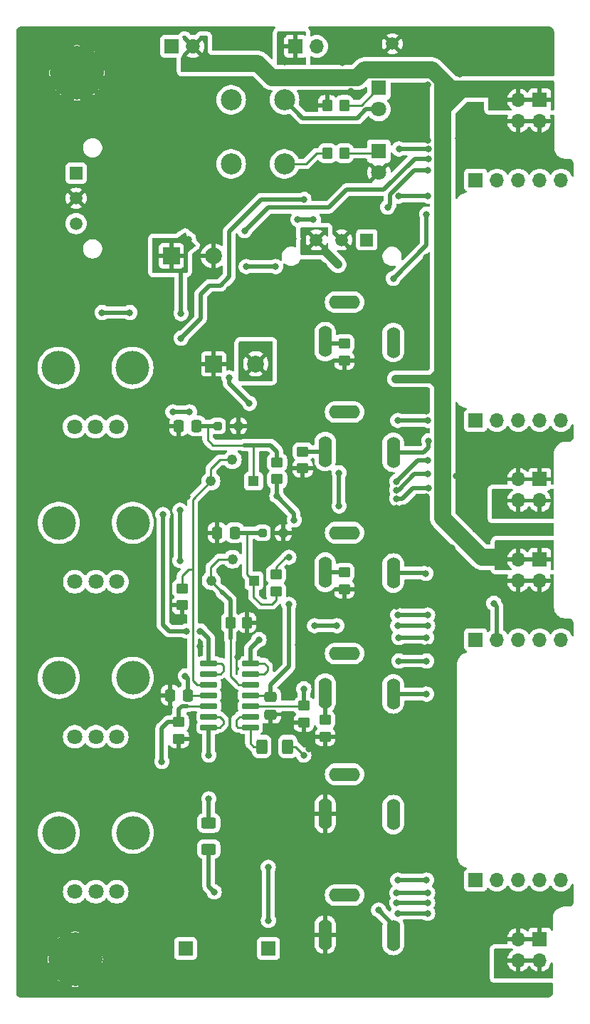
<source format=gbl>
G04 #@! TF.GenerationSoftware,KiCad,Pcbnew,7.0.9*
G04 #@! TF.CreationDate,2023-12-28T16:55:22-08:00*
G04 #@! TF.ProjectId,breadboard audio breakout,62726561-6462-46f6-9172-642061756469,rev?*
G04 #@! TF.SameCoordinates,Original*
G04 #@! TF.FileFunction,Copper,L2,Bot*
G04 #@! TF.FilePolarity,Positive*
%FSLAX46Y46*%
G04 Gerber Fmt 4.6, Leading zero omitted, Abs format (unit mm)*
G04 Created by KiCad (PCBNEW 7.0.9) date 2023-12-28 16:55:22*
%MOMM*%
%LPD*%
G01*
G04 APERTURE LIST*
G04 Aperture macros list*
%AMRoundRect*
0 Rectangle with rounded corners*
0 $1 Rounding radius*
0 $2 $3 $4 $5 $6 $7 $8 $9 X,Y pos of 4 corners*
0 Add a 4 corners polygon primitive as box body*
4,1,4,$2,$3,$4,$5,$6,$7,$8,$9,$2,$3,0*
0 Add four circle primitives for the rounded corners*
1,1,$1+$1,$2,$3*
1,1,$1+$1,$4,$5*
1,1,$1+$1,$6,$7*
1,1,$1+$1,$8,$9*
0 Add four rect primitives between the rounded corners*
20,1,$1+$1,$2,$3,$4,$5,0*
20,1,$1+$1,$4,$5,$6,$7,0*
20,1,$1+$1,$6,$7,$8,$9,0*
20,1,$1+$1,$8,$9,$2,$3,0*%
G04 Aperture macros list end*
G04 #@! TA.AperFunction,ComponentPad*
%ADD10O,1.600000X3.700000*%
G04 #@! TD*
G04 #@! TA.AperFunction,ComponentPad*
%ADD11O,3.700000X1.600000*%
G04 #@! TD*
G04 #@! TA.AperFunction,ComponentPad*
%ADD12R,1.520000X1.520000*%
G04 #@! TD*
G04 #@! TA.AperFunction,ComponentPad*
%ADD13C,1.520000*%
G04 #@! TD*
G04 #@! TA.AperFunction,ComponentPad*
%ADD14C,1.500000*%
G04 #@! TD*
G04 #@! TA.AperFunction,ComponentPad*
%ADD15R,1.700000X1.700000*%
G04 #@! TD*
G04 #@! TA.AperFunction,ComponentPad*
%ADD16O,1.700000X1.700000*%
G04 #@! TD*
G04 #@! TA.AperFunction,WasherPad*
%ADD17C,4.000000*%
G04 #@! TD*
G04 #@! TA.AperFunction,ComponentPad*
%ADD18C,1.800000*%
G04 #@! TD*
G04 #@! TA.AperFunction,ComponentPad*
%ADD19R,2.000000X2.000000*%
G04 #@! TD*
G04 #@! TA.AperFunction,ComponentPad*
%ADD20C,2.000000*%
G04 #@! TD*
G04 #@! TA.AperFunction,ComponentPad*
%ADD21C,0.800000*%
G04 #@! TD*
G04 #@! TA.AperFunction,ComponentPad*
%ADD22C,6.400000*%
G04 #@! TD*
G04 #@! TA.AperFunction,ComponentPad*
%ADD23R,1.800000X1.800000*%
G04 #@! TD*
G04 #@! TA.AperFunction,ComponentPad*
%ADD24C,2.500000*%
G04 #@! TD*
G04 #@! TA.AperFunction,SMDPad,CuDef*
%ADD25RoundRect,0.250000X-0.450000X0.350000X-0.450000X-0.350000X0.450000X-0.350000X0.450000X0.350000X0*%
G04 #@! TD*
G04 #@! TA.AperFunction,SMDPad,CuDef*
%ADD26RoundRect,0.250000X-0.337500X-0.475000X0.337500X-0.475000X0.337500X0.475000X-0.337500X0.475000X0*%
G04 #@! TD*
G04 #@! TA.AperFunction,SMDPad,CuDef*
%ADD27RoundRect,0.250000X-0.350000X-0.450000X0.350000X-0.450000X0.350000X0.450000X-0.350000X0.450000X0*%
G04 #@! TD*
G04 #@! TA.AperFunction,SMDPad,CuDef*
%ADD28RoundRect,0.250000X-0.250000X-0.250000X0.250000X-0.250000X0.250000X0.250000X-0.250000X0.250000X0*%
G04 #@! TD*
G04 #@! TA.AperFunction,SMDPad,CuDef*
%ADD29RoundRect,0.250000X0.450000X-0.350000X0.450000X0.350000X-0.450000X0.350000X-0.450000X-0.350000X0*%
G04 #@! TD*
G04 #@! TA.AperFunction,SMDPad,CuDef*
%ADD30RoundRect,0.250000X-0.400000X-0.625000X0.400000X-0.625000X0.400000X0.625000X-0.400000X0.625000X0*%
G04 #@! TD*
G04 #@! TA.AperFunction,SMDPad,CuDef*
%ADD31RoundRect,0.250000X0.350000X0.450000X-0.350000X0.450000X-0.350000X-0.450000X0.350000X-0.450000X0*%
G04 #@! TD*
G04 #@! TA.AperFunction,ComponentPad*
%ADD32R,1.222000X1.222000*%
G04 #@! TD*
G04 #@! TA.AperFunction,ComponentPad*
%ADD33C,1.222000*%
G04 #@! TD*
G04 #@! TA.AperFunction,SMDPad,CuDef*
%ADD34RoundRect,0.250000X-0.475000X0.337500X-0.475000X-0.337500X0.475000X-0.337500X0.475000X0.337500X0*%
G04 #@! TD*
G04 #@! TA.AperFunction,SMDPad,CuDef*
%ADD35RoundRect,0.250000X-0.625000X0.400000X-0.625000X-0.400000X0.625000X-0.400000X0.625000X0.400000X0*%
G04 #@! TD*
G04 #@! TA.AperFunction,SMDPad,CuDef*
%ADD36RoundRect,0.090000X0.895000X0.210000X-0.895000X0.210000X-0.895000X-0.210000X0.895000X-0.210000X0*%
G04 #@! TD*
G04 #@! TA.AperFunction,ViaPad*
%ADD37C,0.800000*%
G04 #@! TD*
G04 #@! TA.AperFunction,Conductor*
%ADD38C,0.500000*%
G04 #@! TD*
G04 #@! TA.AperFunction,Conductor*
%ADD39C,0.250000*%
G04 #@! TD*
G04 #@! TA.AperFunction,Conductor*
%ADD40C,2.000000*%
G04 #@! TD*
G04 #@! TA.AperFunction,Conductor*
%ADD41C,1.000000*%
G04 #@! TD*
G04 APERTURE END LIST*
D10*
X104403101Y-97917000D03*
X112503100Y-98017076D03*
D11*
X106703101Y-93217078D03*
D12*
X74765001Y-64835500D03*
D13*
X74765001Y-67835499D03*
X74765001Y-70835498D03*
D14*
X112395000Y-49478000D03*
D15*
X86129001Y-49784000D03*
D16*
X88669001Y-49784000D03*
D15*
X100866001Y-49784000D03*
D16*
X103406001Y-49784000D03*
D17*
X72708802Y-124806924D03*
X81508802Y-124806924D03*
D18*
X74608802Y-131806924D03*
X77108802Y-131806924D03*
X79608802Y-131806924D03*
D10*
X104403101Y-112268000D03*
X112503100Y-112368076D03*
D11*
X106703101Y-107568078D03*
D17*
X72708802Y-143221924D03*
X81508802Y-143221924D03*
D18*
X74608802Y-150221924D03*
X77108802Y-150221924D03*
X79608802Y-150221924D03*
D15*
X87785001Y-156972000D03*
D10*
X104403101Y-126619000D03*
X112503100Y-126719076D03*
D11*
X106703101Y-121919078D03*
D19*
X91132324Y-87503000D03*
D20*
X96132324Y-87503000D03*
D15*
X97663000Y-156972000D03*
D21*
X72481801Y-52946000D03*
X73184745Y-51248944D03*
X73184745Y-54643056D03*
X74881801Y-50546000D03*
D22*
X74881801Y-52946000D03*
D21*
X74881801Y-55346000D03*
X76578857Y-51248944D03*
X76578857Y-54643056D03*
X77281801Y-52946000D03*
D10*
X104403101Y-84864061D03*
X112503100Y-84964137D03*
D11*
X106703101Y-80164139D03*
D23*
X110772001Y-62230000D03*
D18*
X110772001Y-64770000D03*
D12*
X109347000Y-72771000D03*
D13*
X106347001Y-72771000D03*
X103347002Y-72771000D03*
D10*
X104403101Y-155321000D03*
X112503100Y-155421076D03*
D11*
X106703101Y-150621078D03*
D24*
X99568000Y-63754000D03*
X93218000Y-63754000D03*
X99568000Y-56134000D03*
X93218000Y-56134000D03*
D10*
X104403101Y-140970000D03*
X112503100Y-141070076D03*
D11*
X106703101Y-136270078D03*
D17*
X72668802Y-87976924D03*
X81468802Y-87976924D03*
D18*
X74568802Y-94976924D03*
X77068802Y-94976924D03*
X79568802Y-94976924D03*
D23*
X110772001Y-54730000D03*
D18*
X110772001Y-57270000D03*
D17*
X72713802Y-106391924D03*
X81513802Y-106391924D03*
D18*
X74613802Y-113391924D03*
X77113802Y-113391924D03*
X79613802Y-113391924D03*
D21*
X72253201Y-158242000D03*
X72956145Y-156544944D03*
X72956145Y-159939056D03*
X74653201Y-155842000D03*
D22*
X74653201Y-158242000D03*
D21*
X74653201Y-160642000D03*
X76350257Y-156544944D03*
X76350257Y-159939056D03*
X77053201Y-158242000D03*
D19*
X86084400Y-74676000D03*
D20*
X91084400Y-74676000D03*
D15*
X129921000Y-155829000D03*
D16*
X127381000Y-155829000D03*
X129921000Y-158369000D03*
X127381000Y-158369000D03*
D25*
X98552000Y-112538000D03*
X98552000Y-114538000D03*
D15*
X129921000Y-56134000D03*
D16*
X127381000Y-56134000D03*
X129921000Y-58674000D03*
X127381000Y-58674000D03*
D26*
X85949801Y-126873000D03*
X88024801Y-126873000D03*
D27*
X93107000Y-118237000D03*
X95107000Y-118237000D03*
D28*
X96921000Y-107569000D03*
X99421000Y-107569000D03*
D29*
X98679000Y-101203000D03*
X98679000Y-99203000D03*
D15*
X122301000Y-148844000D03*
D16*
X124841000Y-148844000D03*
X127381000Y-148844000D03*
X129921000Y-148844000D03*
X132461000Y-148844000D03*
D30*
X96849600Y-132969000D03*
X99949600Y-132969000D03*
D31*
X106664000Y-62484000D03*
X104664000Y-62484000D03*
D25*
X86995000Y-130064000D03*
X86995000Y-132064000D03*
D15*
X122301000Y-65659000D03*
D16*
X124841000Y-65659000D03*
X127381000Y-65659000D03*
X129921000Y-65659000D03*
X132461000Y-65659000D03*
D15*
X122301000Y-120269000D03*
D16*
X124841000Y-120269000D03*
X127381000Y-120269000D03*
X129921000Y-120269000D03*
X132461000Y-120269000D03*
D32*
X95887601Y-101443000D03*
D33*
X93347601Y-98903000D03*
X90807601Y-101443000D03*
D34*
X97917000Y-127080100D03*
X97917000Y-129155100D03*
D15*
X129921000Y-110744000D03*
D16*
X127381000Y-110744000D03*
X129921000Y-113284000D03*
X127381000Y-113284000D03*
D26*
X91545500Y-107569000D03*
X93620500Y-107569000D03*
D25*
X101854000Y-128133600D03*
X101854000Y-130133600D03*
X101727000Y-97917000D03*
X101727000Y-99917000D03*
X106680000Y-112284000D03*
X106680000Y-114284000D03*
D35*
X90551000Y-142061000D03*
X90551000Y-145161000D03*
D28*
X91587000Y-94869000D03*
X94087000Y-94869000D03*
D26*
X86973500Y-94869000D03*
X89048500Y-94869000D03*
D25*
X87376000Y-114189000D03*
X87376000Y-116189000D03*
D15*
X122301000Y-94234000D03*
D16*
X124841000Y-94234000D03*
X127381000Y-94234000D03*
X129921000Y-94234000D03*
X132461000Y-94234000D03*
D31*
X106664000Y-56769000D03*
X104664000Y-56769000D03*
D32*
X95913001Y-113254000D03*
D33*
X93373001Y-110714000D03*
X90833001Y-113254000D03*
D25*
X104394000Y-129810000D03*
X104394000Y-131810000D03*
D15*
X129921000Y-101214000D03*
D16*
X127381000Y-101214000D03*
X129921000Y-103754000D03*
X127381000Y-103754000D03*
D25*
X106680000Y-85106000D03*
X106680000Y-87106000D03*
D36*
X95504000Y-123063000D03*
X95504000Y-124333000D03*
X95504000Y-125603000D03*
X95504000Y-126873000D03*
X95504000Y-128143000D03*
X95504000Y-129413000D03*
X95504000Y-130683000D03*
X90554000Y-130683000D03*
X90554000Y-129413000D03*
X90554000Y-128143000D03*
X90554000Y-126873000D03*
X90554000Y-125603000D03*
X90554000Y-124333000D03*
X90554000Y-123063000D03*
D37*
X87249000Y-81534000D03*
X92964000Y-89154000D03*
X98649812Y-103221812D03*
X100076000Y-110490000D03*
X100711000Y-106045000D03*
X100076000Y-116078000D03*
X88138000Y-72694800D03*
X95377000Y-92202000D03*
X100330000Y-100838000D03*
X110109000Y-75692000D03*
X116586000Y-156718000D03*
X116459000Y-84582000D03*
X71247000Y-67945000D03*
X80645000Y-74295000D03*
X121793000Y-114808000D03*
X99695000Y-147066000D03*
X89281000Y-92075000D03*
X79883000Y-111252000D03*
X77470000Y-102235000D03*
X89789000Y-109093000D03*
X111125000Y-159385000D03*
X93091000Y-126746000D03*
X83566000Y-113284000D03*
X116459000Y-115951000D03*
X113157000Y-60579000D03*
X72009000Y-115697000D03*
X84582000Y-158496000D03*
X129921000Y-107315000D03*
X68834000Y-58420000D03*
X126238000Y-153162000D03*
X85090000Y-124841000D03*
X86106000Y-103759000D03*
X88646000Y-132969000D03*
X112522000Y-121412000D03*
X120269000Y-153797000D03*
X118110000Y-162052000D03*
X83439000Y-56896000D03*
X116459000Y-106680000D03*
X112903000Y-116332000D03*
X120396000Y-53086000D03*
X101092000Y-140970000D03*
X79375000Y-61849000D03*
X82677000Y-51562000D03*
X100203000Y-88138000D03*
X104267000Y-75819000D03*
X101092000Y-109474000D03*
X102489000Y-133223000D03*
X126111000Y-117221000D03*
X100584000Y-72644000D03*
X98552000Y-122936000D03*
X120015000Y-100838000D03*
X116459000Y-103251000D03*
X113411000Y-158369000D03*
X92456000Y-132842000D03*
X116586000Y-154940000D03*
X73279000Y-91567000D03*
X78994000Y-91567000D03*
X120650000Y-57531000D03*
X116459000Y-74803000D03*
X94869000Y-73787000D03*
X126873000Y-61595000D03*
X97663000Y-117348000D03*
X120396000Y-93091000D03*
X93345000Y-101473000D03*
X132715000Y-118237000D03*
X99187000Y-70231000D03*
X88011000Y-103251000D03*
X111506000Y-82169000D03*
X91821000Y-121031000D03*
X101473000Y-66802000D03*
X116459000Y-93091000D03*
X72136000Y-61976000D03*
X88519000Y-97790000D03*
X90805000Y-81915000D03*
X93980000Y-122301000D03*
X116586000Y-111252000D03*
X89408000Y-136906000D03*
X88773000Y-146939000D03*
X99822000Y-76835000D03*
X128778000Y-49657000D03*
X122301000Y-107188000D03*
X93472000Y-113030000D03*
X113030000Y-130810000D03*
X110617000Y-97028000D03*
X98552000Y-110236000D03*
X92964000Y-78613000D03*
X112903000Y-109347000D03*
X72136000Y-132080000D03*
X116459000Y-147447000D03*
X106426000Y-51689000D03*
X71628000Y-148082000D03*
X113030000Y-69215000D03*
X87503000Y-121666000D03*
X108839000Y-68580000D03*
X85852000Y-91821000D03*
X129794000Y-162179000D03*
X95377000Y-158242000D03*
X95504000Y-48514000D03*
X93091000Y-141859000D03*
X102489000Y-56769000D03*
X99364800Y-60858400D03*
X113030000Y-54991000D03*
X101219000Y-120904000D03*
X94488000Y-119888000D03*
X132842000Y-63754000D03*
X110109000Y-157607000D03*
X116459000Y-57531000D03*
X107442000Y-55118000D03*
X112268000Y-137668000D03*
X109601000Y-142367000D03*
X96520000Y-55880000D03*
X122301000Y-102997000D03*
X73025000Y-84201000D03*
X96774000Y-94742000D03*
X116459000Y-125222000D03*
X107696000Y-100203000D03*
X132715000Y-96012000D03*
X97282000Y-104267000D03*
X81280000Y-93218000D03*
X118618000Y-134239000D03*
X82296000Y-161798000D03*
X94869000Y-80772000D03*
X87376000Y-117856000D03*
X116586000Y-60960000D03*
X72517000Y-73279000D03*
X81661000Y-149987000D03*
X79756000Y-79248000D03*
X69088000Y-151638000D03*
X84709000Y-70231000D03*
X82931000Y-81407000D03*
X89662000Y-55118000D03*
X126619000Y-98425000D03*
X85852000Y-81915000D03*
X123571000Y-157607000D03*
X89535000Y-121031000D03*
X116586000Y-121158000D03*
X94488000Y-152019000D03*
X132588000Y-151003000D03*
X89154000Y-61722000D03*
X97917000Y-130683000D03*
X119507000Y-109347000D03*
X112903000Y-104648000D03*
X102997000Y-117221000D03*
X71882000Y-78740000D03*
X103378000Y-104902000D03*
X113030000Y-146939000D03*
X120269000Y-60706000D03*
X97028000Y-146177000D03*
X116586000Y-54356000D03*
X83185000Y-135128000D03*
X79629000Y-67691000D03*
X87122000Y-110871000D03*
X87757000Y-124587000D03*
X87122000Y-104902000D03*
X99568000Y-51612800D03*
X99415600Y-48463200D03*
X125730000Y-109220000D03*
X124968000Y-54864000D03*
X112776000Y-89281000D03*
X105918000Y-75692000D03*
X125603000Y-157734000D03*
X124968000Y-104902000D03*
X86272500Y-93218000D03*
X113157000Y-67564000D03*
X87921500Y-119253000D03*
X88265000Y-93218000D03*
X89535000Y-119253000D03*
X85090000Y-105410000D03*
X116586000Y-67564000D03*
X112503100Y-77361900D03*
X116459000Y-69723000D03*
X98500500Y-75946000D03*
X111823500Y-68897500D03*
X102997000Y-70358000D03*
X94996000Y-75946000D03*
X81153000Y-81407000D03*
X101131500Y-70358000D03*
X116586000Y-64516000D03*
X77851000Y-81407000D03*
X94805500Y-71691500D03*
X116713000Y-63119000D03*
X113176500Y-61976000D03*
X87249000Y-84455000D03*
X116713000Y-61976000D03*
X101854000Y-67945000D03*
X106045000Y-100457000D03*
X116586000Y-94234000D03*
X106045000Y-104394000D03*
X113030000Y-94234000D03*
X96520000Y-120269000D03*
X116713000Y-96647000D03*
X116586000Y-98933000D03*
X112903000Y-101473000D03*
X116586000Y-100584000D03*
X112903000Y-102489000D03*
X112903000Y-103505000D03*
X116713000Y-102235000D03*
X116375500Y-112395000D03*
X124460000Y-115951000D03*
X116459000Y-120015000D03*
X113157000Y-120015000D03*
X116586000Y-118618000D03*
X113030000Y-118618000D03*
X105791000Y-118618000D03*
X103124000Y-118618000D03*
X113030000Y-117348000D03*
X116586000Y-117348000D03*
X113030000Y-148844000D03*
X84963000Y-134747000D03*
X116459000Y-148844000D03*
X116459000Y-126746000D03*
X116586000Y-150368000D03*
X112903000Y-150368000D03*
X116586000Y-151511000D03*
X112903000Y-151511000D03*
X116586000Y-152781000D03*
X113030000Y-152781000D03*
X101849134Y-133990839D03*
X97637600Y-153630500D03*
X97624000Y-147320000D03*
X110744000Y-152400000D03*
X91192000Y-150241000D03*
X101854000Y-126111000D03*
X116459000Y-122809000D03*
X113157000Y-122809000D03*
X90551000Y-139192000D03*
X90551000Y-133985000D03*
D38*
X109227000Y-57270000D02*
X108204000Y-58293000D01*
X108204000Y-58293000D02*
X101727000Y-58293000D01*
X100076000Y-123444000D02*
X97878699Y-125641301D01*
X110772001Y-57270000D02*
X109227000Y-57270000D01*
D39*
X98552000Y-112538000D02*
X98552000Y-111633000D01*
D38*
X101727000Y-58293000D02*
X99568000Y-56134000D01*
X98649812Y-103221812D02*
X98649812Y-101375188D01*
X92964000Y-89154000D02*
X92964000Y-89789000D01*
D39*
X99695000Y-110490000D02*
X100076000Y-110490000D01*
X97878699Y-126873000D02*
X95758000Y-126873000D01*
D38*
X92964000Y-89789000D02*
X95377000Y-92202000D01*
X100711000Y-105283000D02*
X100711000Y-106045000D01*
X97878699Y-125641301D02*
X97878699Y-126873000D01*
X87249000Y-76708000D02*
X87249000Y-81534000D01*
X98649812Y-103221812D02*
X100711000Y-105283000D01*
X100076000Y-116078000D02*
X100076000Y-123444000D01*
D39*
X98552000Y-111633000D02*
X99695000Y-110490000D01*
D38*
X83678069Y-47766931D02*
X82677000Y-48768000D01*
X95504000Y-48514000D02*
X94756931Y-47766931D01*
X94756931Y-47766931D02*
X83678069Y-47766931D01*
X82677000Y-48768000D02*
X82677000Y-51562000D01*
D39*
X103378000Y-62484000D02*
X102108000Y-63754000D01*
X90554000Y-126873000D02*
X88011000Y-126873000D01*
X104664000Y-62484000D02*
X103378000Y-62484000D01*
D38*
X87122000Y-104902000D02*
X87122000Y-110871000D01*
X88024801Y-126873000D02*
X88024801Y-124854801D01*
X88024801Y-124854801D02*
X87757000Y-124587000D01*
D39*
X102108000Y-63754000D02*
X99822000Y-63754000D01*
D38*
X90424000Y-94869000D02*
X89154000Y-94869000D01*
X97917000Y-97155000D02*
X95885000Y-97155000D01*
X95885000Y-97155000D02*
X94742000Y-97155000D01*
X98679000Y-99203000D02*
X98679000Y-97917000D01*
D39*
X95885000Y-97155000D02*
X95885000Y-101219000D01*
X90424000Y-94869000D02*
X90424000Y-96520000D01*
D38*
X91587000Y-94869000D02*
X90424000Y-94869000D01*
X98679000Y-97917000D02*
X97917000Y-97155000D01*
D39*
X91059000Y-97155000D02*
X94742000Y-97155000D01*
X90424000Y-96520000D02*
X91059000Y-97155000D01*
D38*
X93620500Y-107569000D02*
X95123000Y-107569000D01*
D39*
X98552000Y-114538000D02*
X98552000Y-115570000D01*
X95885000Y-115189000D02*
X95885000Y-113284000D01*
X96774000Y-116078000D02*
X95885000Y-115189000D01*
X98044000Y-116078000D02*
X96774000Y-116078000D01*
D38*
X95123000Y-107569000D02*
X96520000Y-107569000D01*
D39*
X95123000Y-112522000D02*
X95377000Y-112776000D01*
X98552000Y-115570000D02*
X98044000Y-116078000D01*
X95123000Y-107569000D02*
X95123000Y-112522000D01*
X106664000Y-56769000D02*
X108712000Y-56769000D01*
X108712000Y-56769000D02*
X110109000Y-55372000D01*
X106664000Y-62484000D02*
X110109000Y-62484000D01*
D40*
X118364000Y-105791000D02*
X123063000Y-110490000D01*
X124968000Y-54864000D02*
X121920000Y-54864000D01*
X121920000Y-54864000D02*
X119356742Y-54864000D01*
X118364000Y-57150000D02*
X118364000Y-88011000D01*
X120650000Y-54864000D02*
X118364000Y-57150000D01*
D41*
X116459000Y-89281000D02*
X117094000Y-89281000D01*
X116459000Y-89281000D02*
X112776000Y-89281000D01*
D40*
X118364000Y-53871258D02*
X118364000Y-57150000D01*
X118364000Y-89281000D02*
X118364000Y-90551000D01*
D41*
X118364000Y-89281000D02*
X116459000Y-89281000D01*
D40*
X121920000Y-54864000D02*
X120650000Y-54864000D01*
X123063000Y-110490000D02*
X124841000Y-110490000D01*
X117070742Y-52578000D02*
X118364000Y-53871258D01*
D41*
X117094000Y-89281000D02*
X118364000Y-88011000D01*
D40*
X118364000Y-90551000D02*
X118364000Y-105791000D01*
X96393000Y-51816000D02*
X98044000Y-53467000D01*
X108204000Y-53467000D02*
X109093000Y-52578000D01*
X90932000Y-51816000D02*
X96393000Y-51816000D01*
X109093000Y-52578000D02*
X117070742Y-52578000D01*
D41*
X105918000Y-75692000D02*
X104394000Y-74168000D01*
X117094000Y-89281000D02*
X118364000Y-90551000D01*
D40*
X118364000Y-88011000D02*
X118364000Y-89281000D01*
X119356742Y-54864000D02*
X118364000Y-53871258D01*
X98044000Y-53467000D02*
X108204000Y-53467000D01*
D39*
X91948000Y-124333000D02*
X92329000Y-123952000D01*
X90554000Y-124333000D02*
X91948000Y-124333000D01*
D38*
X90554000Y-123063000D02*
X90554000Y-120145000D01*
X85090000Y-118491000D02*
X85090000Y-105410000D01*
X90554000Y-120145000D02*
X89662000Y-119253000D01*
X88265000Y-93218000D02*
X86272500Y-93218000D01*
D39*
X92075000Y-123063000D02*
X92329000Y-123317000D01*
X90554000Y-123063000D02*
X92075000Y-123063000D01*
D38*
X85852000Y-119253000D02*
X85090000Y-118491000D01*
X87921500Y-119253000D02*
X85852000Y-119253000D01*
X89662000Y-119253000D02*
X89535000Y-119253000D01*
X116586000Y-67564000D02*
X113157000Y-67564000D01*
D39*
X92329000Y-123952000D02*
X92329000Y-123317000D01*
D38*
X112503100Y-77361900D02*
X116459000Y-73406000D01*
X116459000Y-73406000D02*
X116459000Y-69723000D01*
X112141000Y-68580000D02*
X112141000Y-67377918D01*
X81153000Y-81407000D02*
X77851000Y-81407000D01*
X94996000Y-75946000D02*
X98500500Y-75946000D01*
X101131500Y-70358000D02*
X102997000Y-70358000D01*
X112141000Y-67377918D02*
X115002918Y-64516000D01*
X115002918Y-64516000D02*
X116586000Y-64516000D01*
X111823500Y-68897500D02*
X112141000Y-68580000D01*
X97599500Y-68897500D02*
X104838500Y-68897500D01*
X104838500Y-68897500D02*
X106934000Y-66802000D01*
X106934000Y-66802000D02*
X111379000Y-66802000D01*
X111379000Y-66802000D02*
X115062000Y-63119000D01*
X115062000Y-63119000D02*
X116713000Y-63119000D01*
X94805500Y-71691500D02*
X97599500Y-68897500D01*
X89574000Y-79248000D02*
X90634000Y-78188000D01*
X92964000Y-77156918D02*
X92964000Y-71755000D01*
X92964000Y-71755000D02*
X96774000Y-67945000D01*
X87249000Y-84455000D02*
X89574000Y-82130000D01*
X96774000Y-67945000D02*
X101854000Y-67945000D01*
X90634000Y-78188000D02*
X91932918Y-78188000D01*
X91932918Y-78188000D02*
X92964000Y-77156918D01*
X116713000Y-61976000D02*
X113176500Y-61976000D01*
X89574000Y-82130000D02*
X89574000Y-79248000D01*
D39*
X95504000Y-123063000D02*
X97155000Y-123063000D01*
X97155000Y-124333000D02*
X97536000Y-123952000D01*
X97155000Y-123063000D02*
X97536000Y-123444000D01*
D38*
X116586000Y-94234000D02*
X113030000Y-94234000D01*
D39*
X97536000Y-123952000D02*
X97536000Y-123444000D01*
X95504000Y-124333000D02*
X97155000Y-124333000D01*
D38*
X95504000Y-121285000D02*
X95504000Y-123063000D01*
X106045000Y-100457000D02*
X106045000Y-104394000D01*
X96520000Y-120269000D02*
X95504000Y-121285000D01*
X112503100Y-98017076D02*
X116104924Y-98017076D01*
X116104924Y-98017076D02*
X116713000Y-97409000D01*
X116713000Y-97409000D02*
X116713000Y-96647000D01*
X116586000Y-98933000D02*
X115443000Y-98933000D01*
X112903000Y-101473000D02*
X115443000Y-98933000D01*
X116586000Y-100584000D02*
X114994082Y-100584000D01*
X112903000Y-102489000D02*
X113089082Y-102489000D01*
X113089082Y-102489000D02*
X114994082Y-100584000D01*
X113589500Y-103505000D02*
X114859500Y-102235000D01*
X113589500Y-103505000D02*
X112903000Y-103505000D01*
X116713000Y-102235000D02*
X114859500Y-102235000D01*
X112503100Y-112368076D02*
X116348576Y-112368076D01*
X116348576Y-112368076D02*
X116375500Y-112395000D01*
X124841000Y-120269000D02*
X124841000Y-116332000D01*
X124841000Y-116332000D02*
X124460000Y-115951000D01*
X113157000Y-120015000D02*
X116459000Y-120015000D01*
X113030000Y-118618000D02*
X116586000Y-118618000D01*
X103124000Y-118618000D02*
X105791000Y-118618000D01*
X113030000Y-117348000D02*
X116586000Y-117348000D01*
X87376000Y-128143000D02*
X88011000Y-128143000D01*
X86741000Y-130048000D02*
X85725000Y-130048000D01*
X86995000Y-130064000D02*
X86995000Y-128524000D01*
X85725000Y-130048000D02*
X84963000Y-130810000D01*
D39*
X90554000Y-128143000D02*
X88011000Y-128143000D01*
D38*
X84963000Y-130810000D02*
X84963000Y-134747000D01*
X86995000Y-128524000D02*
X87376000Y-128143000D01*
X113030000Y-148844000D02*
X116459000Y-148844000D01*
X116459000Y-126746000D02*
X112903000Y-126746000D01*
X116586000Y-150368000D02*
X112903000Y-150368000D01*
X116586000Y-151511000D02*
X112903000Y-151511000D01*
X116586000Y-152781000D02*
X113030000Y-152781000D01*
X97637600Y-153630500D02*
X97637600Y-147333600D01*
D39*
X101849134Y-133990839D02*
X100827295Y-132969000D01*
D38*
X97637600Y-147333600D02*
X97624000Y-147320000D01*
D39*
X100827295Y-132969000D02*
X99949000Y-132969000D01*
D38*
X90551000Y-145161000D02*
X90551000Y-149600000D01*
X110744000Y-152400000D02*
X112395000Y-154051000D01*
X90551000Y-149600000D02*
X91192000Y-150241000D01*
D39*
X92075000Y-114554000D02*
X90805000Y-113284000D01*
X93107000Y-124603000D02*
X93107000Y-120142000D01*
X90805000Y-111633000D02*
X90805000Y-113030000D01*
D38*
X93107000Y-115586000D02*
X92075000Y-114554000D01*
D39*
X91724000Y-110714000D02*
X90805000Y-111633000D01*
X95504000Y-125603000D02*
X94107000Y-125603000D01*
D38*
X93107000Y-118237000D02*
X93107000Y-120142000D01*
D39*
X93373001Y-110714000D02*
X91724000Y-110714000D01*
X93091000Y-115570000D02*
X92075000Y-114554000D01*
X93789500Y-125285500D02*
X93535500Y-125031500D01*
X93345000Y-124841000D02*
X93535500Y-125031500D01*
D38*
X93107000Y-118237000D02*
X93107000Y-115586000D01*
D39*
X94107000Y-125603000D02*
X93789500Y-125285500D01*
X93789500Y-125285500D02*
X93107000Y-124603000D01*
D38*
X101854000Y-128016000D02*
X101854000Y-126111000D01*
X116459000Y-122809000D02*
X113157000Y-122809000D01*
D39*
X95504000Y-128143000D02*
X101777800Y-128143000D01*
X87376000Y-114189000D02*
X87376000Y-112649000D01*
X91851000Y-98903000D02*
X90805000Y-99949000D01*
X87376000Y-112649000D02*
X88138000Y-111887000D01*
X88646000Y-125095000D02*
X89154000Y-125603000D01*
X89154000Y-125603000D02*
X90297000Y-125603000D01*
X93347601Y-98903000D02*
X91851000Y-98903000D01*
X88646000Y-111887000D02*
X88646000Y-125095000D01*
X90807601Y-101443000D02*
X88646000Y-103604601D01*
X90805000Y-99949000D02*
X90805000Y-101346000D01*
X88646000Y-103604601D02*
X88646000Y-111887000D01*
X88138000Y-111887000D02*
X88646000Y-111887000D01*
X95885000Y-132969000D02*
X95504000Y-132588000D01*
X94005400Y-130683000D02*
X93827600Y-130505200D01*
X93827600Y-129794000D02*
X93827600Y-130505200D01*
X95504000Y-130683000D02*
X94005400Y-130683000D01*
X94208600Y-129413000D02*
X93827600Y-129794000D01*
X95504000Y-129413000D02*
X94208600Y-129413000D01*
X96917000Y-132969000D02*
X95885000Y-132969000D01*
X95504000Y-132588000D02*
X95504000Y-130683000D01*
X90554000Y-129413000D02*
X91871800Y-129413000D01*
X90554000Y-130683000D02*
X91871800Y-130683000D01*
X92303600Y-129844800D02*
X92303600Y-130251200D01*
X91871800Y-129413000D02*
X92303600Y-129844800D01*
D38*
X90551000Y-130937000D02*
X90551000Y-133985000D01*
X90551000Y-141621000D02*
X90551000Y-139192000D01*
D39*
X91871800Y-130683000D02*
X92303600Y-130251200D01*
D38*
X106680000Y-85106000D02*
X104537000Y-85106000D01*
X101727000Y-97917000D02*
X104140000Y-97917000D01*
X106680000Y-112284000D02*
X104791000Y-112284000D01*
X104394000Y-129810000D02*
X104394000Y-127508000D01*
G04 #@! TA.AperFunction,Conductor*
G36*
X102051039Y-48025685D02*
G01*
X102096794Y-48078489D01*
X102108000Y-48130000D01*
X102108000Y-48367966D01*
X102088315Y-48435005D01*
X102035511Y-48480760D01*
X101966353Y-48490704D01*
X101940667Y-48484148D01*
X101823380Y-48440403D01*
X101823373Y-48440401D01*
X101763845Y-48434000D01*
X101116001Y-48434000D01*
X101116001Y-49348498D01*
X101008316Y-49299320D01*
X100901764Y-49284000D01*
X100830238Y-49284000D01*
X100723686Y-49299320D01*
X100616001Y-49348498D01*
X100616001Y-48434000D01*
X99968156Y-48434000D01*
X99908628Y-48440401D01*
X99908621Y-48440403D01*
X99773914Y-48490645D01*
X99773907Y-48490649D01*
X99658813Y-48576809D01*
X99658810Y-48576812D01*
X99572650Y-48691906D01*
X99572646Y-48691913D01*
X99522404Y-48826620D01*
X99522402Y-48826627D01*
X99516001Y-48886155D01*
X99516001Y-49534000D01*
X100432315Y-49534000D01*
X100406508Y-49574156D01*
X100366001Y-49712111D01*
X100366001Y-49855889D01*
X100406508Y-49993844D01*
X100432315Y-50034000D01*
X99516001Y-50034000D01*
X99516001Y-50681844D01*
X99522402Y-50741372D01*
X99522404Y-50741379D01*
X99572646Y-50876086D01*
X99572650Y-50876093D01*
X99658810Y-50991187D01*
X99658813Y-50991190D01*
X99773907Y-51077350D01*
X99773914Y-51077354D01*
X99908621Y-51127596D01*
X99908628Y-51127598D01*
X99968156Y-51133999D01*
X99968173Y-51134000D01*
X100616001Y-51134000D01*
X100616001Y-50219501D01*
X100723686Y-50268680D01*
X100830238Y-50284000D01*
X100901764Y-50284000D01*
X101008316Y-50268680D01*
X101116001Y-50219501D01*
X101116001Y-51134000D01*
X101763829Y-51134000D01*
X101763845Y-51133999D01*
X101823373Y-51127598D01*
X101823377Y-51127597D01*
X101940666Y-51083851D01*
X102010358Y-51078867D01*
X102071681Y-51112352D01*
X102105166Y-51173675D01*
X102108000Y-51200033D01*
X102108000Y-51842500D01*
X102088315Y-51909539D01*
X102035511Y-51955294D01*
X101984000Y-51966500D01*
X98803000Y-51966500D01*
X98735961Y-51946815D01*
X98690206Y-51894011D01*
X98679000Y-51842500D01*
X98679000Y-48130000D01*
X98698685Y-48062961D01*
X98751489Y-48017206D01*
X98803000Y-48006000D01*
X101984000Y-48006000D01*
X102051039Y-48025685D01*
G37*
G04 #@! TD.AperFunction*
G04 #@! TA.AperFunction,Conductor*
G36*
X98114039Y-84855685D02*
G01*
X98159794Y-84908489D01*
X98171000Y-84960000D01*
X98171000Y-89411000D01*
X98151315Y-89478039D01*
X98098511Y-89523794D01*
X98047000Y-89535000D01*
X94231000Y-89535000D01*
X94163961Y-89515315D01*
X94118206Y-89462511D01*
X94107000Y-89411000D01*
X94107000Y-87503005D01*
X94627183Y-87503005D01*
X94647709Y-87750729D01*
X94647711Y-87750738D01*
X94708736Y-87991717D01*
X94808590Y-88219364D01*
X94908888Y-88372882D01*
X95649247Y-87632523D01*
X95672831Y-87712844D01*
X95750563Y-87833798D01*
X95859224Y-87927952D01*
X95990009Y-87987680D01*
X95999790Y-87989086D01*
X95262266Y-88726609D01*
X95309092Y-88763055D01*
X95309094Y-88763056D01*
X95527709Y-88881364D01*
X95527720Y-88881369D01*
X95762830Y-88962083D01*
X96008031Y-89003000D01*
X96256617Y-89003000D01*
X96501817Y-88962083D01*
X96736927Y-88881369D01*
X96736938Y-88881364D01*
X96955552Y-88763057D01*
X96955555Y-88763055D01*
X97002380Y-88726609D01*
X96264857Y-87989086D01*
X96274639Y-87987680D01*
X96405424Y-87927952D01*
X96514085Y-87833798D01*
X96591817Y-87712844D01*
X96615400Y-87632524D01*
X97355758Y-88372882D01*
X97456055Y-88219369D01*
X97555911Y-87991717D01*
X97616936Y-87750738D01*
X97616938Y-87750729D01*
X97637465Y-87503005D01*
X97637465Y-87502994D01*
X97616938Y-87255270D01*
X97616936Y-87255261D01*
X97555911Y-87014282D01*
X97456055Y-86786630D01*
X97355758Y-86633116D01*
X96615400Y-87373475D01*
X96591817Y-87293156D01*
X96514085Y-87172202D01*
X96405424Y-87078048D01*
X96274639Y-87018320D01*
X96264858Y-87016913D01*
X97002381Y-86279390D01*
X97002380Y-86279389D01*
X96955553Y-86242943D01*
X96736938Y-86124635D01*
X96736927Y-86124630D01*
X96501817Y-86043916D01*
X96256617Y-86003000D01*
X96008031Y-86003000D01*
X95762830Y-86043916D01*
X95527720Y-86124630D01*
X95527714Y-86124632D01*
X95309085Y-86242949D01*
X95262266Y-86279388D01*
X95262266Y-86279390D01*
X95999790Y-87016913D01*
X95990009Y-87018320D01*
X95859224Y-87078048D01*
X95750563Y-87172202D01*
X95672831Y-87293156D01*
X95649247Y-87373475D01*
X94908888Y-86633116D01*
X94808591Y-86786632D01*
X94708736Y-87014282D01*
X94647711Y-87255261D01*
X94647709Y-87255270D01*
X94627183Y-87502994D01*
X94627183Y-87503005D01*
X94107000Y-87503005D01*
X94107000Y-84960000D01*
X94126685Y-84892961D01*
X94179489Y-84847206D01*
X94231000Y-84836000D01*
X98047000Y-84836000D01*
X98114039Y-84855685D01*
G37*
G04 #@! TD.AperFunction*
G04 #@! TA.AperFunction,Conductor*
G36*
X126689091Y-102381685D02*
G01*
X126734846Y-102434489D01*
X126744790Y-102503647D01*
X126715765Y-102567203D01*
X126693175Y-102587575D01*
X126509926Y-102715886D01*
X126509920Y-102715891D01*
X126342891Y-102882920D01*
X126342886Y-102882926D01*
X126207400Y-103076420D01*
X126207399Y-103076422D01*
X126107570Y-103290507D01*
X126107567Y-103290513D01*
X126050364Y-103503999D01*
X126050364Y-103504000D01*
X126947314Y-103504000D01*
X126921507Y-103544156D01*
X126881000Y-103682111D01*
X126881000Y-103825889D01*
X126921507Y-103963844D01*
X126947314Y-104004000D01*
X126050364Y-104004000D01*
X126107567Y-104217486D01*
X126107570Y-104217492D01*
X126207399Y-104431578D01*
X126342894Y-104625082D01*
X126509917Y-104792105D01*
X126703421Y-104927600D01*
X126917507Y-105027429D01*
X126917516Y-105027433D01*
X127131000Y-105084634D01*
X127131000Y-104189501D01*
X127238685Y-104238680D01*
X127345237Y-104254000D01*
X127416763Y-104254000D01*
X127523315Y-104238680D01*
X127631000Y-104189501D01*
X127631000Y-105084633D01*
X127844483Y-105027433D01*
X127844492Y-105027429D01*
X128058578Y-104927600D01*
X128252082Y-104792105D01*
X128419105Y-104625082D01*
X128549425Y-104438968D01*
X128604002Y-104395344D01*
X128673501Y-104388151D01*
X128735855Y-104419673D01*
X128752575Y-104438968D01*
X128882894Y-104625082D01*
X129049917Y-104792105D01*
X129243421Y-104927600D01*
X129457507Y-105027429D01*
X129457516Y-105027433D01*
X129671000Y-105084634D01*
X129671000Y-104189501D01*
X129778685Y-104238680D01*
X129885237Y-104254000D01*
X129956763Y-104254000D01*
X130063315Y-104238680D01*
X130171000Y-104189501D01*
X130171000Y-105084633D01*
X130384483Y-105027433D01*
X130384492Y-105027429D01*
X130598578Y-104927600D01*
X130792082Y-104792105D01*
X130959105Y-104625082D01*
X131094600Y-104431578D01*
X131194429Y-104217492D01*
X131194432Y-104217486D01*
X131251636Y-104004000D01*
X130354686Y-104004000D01*
X130380493Y-103963844D01*
X130421000Y-103825889D01*
X130421000Y-103682111D01*
X130380493Y-103544156D01*
X130354686Y-103504000D01*
X131251636Y-103504000D01*
X131251635Y-103503999D01*
X131194432Y-103290513D01*
X131194429Y-103290507D01*
X131094600Y-103076422D01*
X131094599Y-103076420D01*
X130959113Y-102882926D01*
X130959108Y-102882920D01*
X130837053Y-102760865D01*
X130803568Y-102699542D01*
X130808552Y-102629850D01*
X130850424Y-102573917D01*
X130881400Y-102557002D01*
X131013331Y-102507796D01*
X131128546Y-102421546D01*
X131135924Y-102411689D01*
X131191857Y-102369818D01*
X131235191Y-102362000D01*
X131479300Y-102362000D01*
X131546339Y-102381685D01*
X131592094Y-102434489D01*
X131603300Y-102486000D01*
X131603300Y-105794000D01*
X131583615Y-105861039D01*
X131530811Y-105906794D01*
X131479300Y-105918000D01*
X124330000Y-105918000D01*
X124262961Y-105898315D01*
X124217206Y-105845511D01*
X124206000Y-105794000D01*
X124206000Y-102486000D01*
X124225685Y-102418961D01*
X124278489Y-102373206D01*
X124330000Y-102362000D01*
X126622052Y-102362000D01*
X126689091Y-102381685D01*
G37*
G04 #@! TD.AperFunction*
G04 #@! TA.AperFunction,Conductor*
G36*
X129461507Y-103544156D02*
G01*
X129421000Y-103682111D01*
X129421000Y-103825889D01*
X129461507Y-103963844D01*
X129487314Y-104004000D01*
X127814686Y-104004000D01*
X127840493Y-103963844D01*
X127881000Y-103825889D01*
X127881000Y-103682111D01*
X127840493Y-103544156D01*
X127814686Y-103504000D01*
X129487314Y-103504000D01*
X129461507Y-103544156D01*
G37*
G04 #@! TD.AperFunction*
G04 #@! TA.AperFunction,Conductor*
G36*
X131546339Y-108477685D02*
G01*
X131592094Y-108530489D01*
X131603300Y-108582000D01*
X131603300Y-111890000D01*
X131583615Y-111957039D01*
X131530811Y-112002794D01*
X131479300Y-112014000D01*
X131326198Y-112014000D01*
X131259159Y-111994315D01*
X131213404Y-111941511D01*
X131203460Y-111872353D01*
X131212595Y-111844899D01*
X131211254Y-111844399D01*
X131264596Y-111701379D01*
X131264598Y-111701372D01*
X131270999Y-111641844D01*
X131271000Y-111641827D01*
X131271000Y-110994000D01*
X130354686Y-110994000D01*
X130380493Y-110953844D01*
X130421000Y-110815889D01*
X130421000Y-110672111D01*
X130380493Y-110534156D01*
X130354686Y-110494000D01*
X131271000Y-110494000D01*
X131271000Y-109846172D01*
X131270999Y-109846155D01*
X131264598Y-109786627D01*
X131264596Y-109786620D01*
X131214354Y-109651913D01*
X131214350Y-109651906D01*
X131128190Y-109536812D01*
X131128187Y-109536809D01*
X131013093Y-109450649D01*
X131013086Y-109450645D01*
X130878379Y-109400403D01*
X130878372Y-109400401D01*
X130818844Y-109394000D01*
X130171000Y-109394000D01*
X130171000Y-110308498D01*
X130063315Y-110259320D01*
X129956763Y-110244000D01*
X129885237Y-110244000D01*
X129778685Y-110259320D01*
X129671000Y-110308498D01*
X129671000Y-109394000D01*
X129023155Y-109394000D01*
X128963627Y-109400401D01*
X128963620Y-109400403D01*
X128828913Y-109450645D01*
X128828906Y-109450649D01*
X128713812Y-109536809D01*
X128713809Y-109536812D01*
X128627649Y-109651906D01*
X128627646Y-109651911D01*
X128578385Y-109783987D01*
X128536513Y-109839920D01*
X128471049Y-109864337D01*
X128402776Y-109849485D01*
X128374522Y-109828334D01*
X128252082Y-109705894D01*
X128058578Y-109570399D01*
X127844492Y-109470570D01*
X127844486Y-109470567D01*
X127631000Y-109413364D01*
X127631000Y-110308498D01*
X127523315Y-110259320D01*
X127416763Y-110244000D01*
X127345237Y-110244000D01*
X127238685Y-110259320D01*
X127131000Y-110308498D01*
X127131000Y-109413364D01*
X127130999Y-109413364D01*
X126917513Y-109470567D01*
X126917507Y-109470570D01*
X126703422Y-109570399D01*
X126703420Y-109570400D01*
X126509926Y-109705886D01*
X126509920Y-109705891D01*
X126342891Y-109872920D01*
X126342886Y-109872926D01*
X126207400Y-110066420D01*
X126207399Y-110066422D01*
X126107570Y-110280507D01*
X126107567Y-110280513D01*
X126050364Y-110493999D01*
X126050364Y-110494000D01*
X126947314Y-110494000D01*
X126921507Y-110534156D01*
X126881000Y-110672111D01*
X126881000Y-110815889D01*
X126921507Y-110953844D01*
X126947314Y-110994000D01*
X126050364Y-110994000D01*
X126107567Y-111207486D01*
X126107570Y-111207492D01*
X126207399Y-111421578D01*
X126342894Y-111615082D01*
X126509920Y-111782108D01*
X126518944Y-111788427D01*
X126562567Y-111843004D01*
X126569759Y-111912503D01*
X126538235Y-111974857D01*
X126478005Y-112010270D01*
X126447818Y-112014000D01*
X124711000Y-112014000D01*
X124643961Y-111994315D01*
X124598206Y-111941511D01*
X124587000Y-111890000D01*
X124587000Y-108582000D01*
X124606685Y-108514961D01*
X124659489Y-108469206D01*
X124711000Y-108458000D01*
X131479300Y-108458000D01*
X131546339Y-108477685D01*
G37*
G04 #@! TD.AperFunction*
G04 #@! TA.AperFunction,Conductor*
G36*
X129461507Y-110534156D02*
G01*
X129421000Y-110672111D01*
X129421000Y-110815889D01*
X129461507Y-110953844D01*
X129487314Y-110994000D01*
X127814686Y-110994000D01*
X127840493Y-110953844D01*
X127881000Y-110815889D01*
X127881000Y-110672111D01*
X127840493Y-110534156D01*
X127814686Y-110494000D01*
X129487314Y-110494000D01*
X129461507Y-110534156D01*
G37*
G04 #@! TD.AperFunction*
G04 #@! TA.AperFunction,Conductor*
G36*
X131571739Y-53867685D02*
G01*
X131617494Y-53920489D01*
X131628700Y-53972000D01*
X131628700Y-57280000D01*
X131609015Y-57347039D01*
X131556211Y-57392794D01*
X131504700Y-57404000D01*
X131326198Y-57404000D01*
X131259159Y-57384315D01*
X131213404Y-57331511D01*
X131203460Y-57262353D01*
X131212595Y-57234899D01*
X131211254Y-57234399D01*
X131264596Y-57091379D01*
X131264598Y-57091372D01*
X131270999Y-57031844D01*
X131271000Y-57031827D01*
X131271000Y-56384000D01*
X130354686Y-56384000D01*
X130380493Y-56343844D01*
X130421000Y-56205889D01*
X130421000Y-56062111D01*
X130380493Y-55924156D01*
X130354686Y-55884000D01*
X131271000Y-55884000D01*
X131271000Y-55236172D01*
X131270999Y-55236155D01*
X131264598Y-55176627D01*
X131264596Y-55176620D01*
X131214354Y-55041913D01*
X131214350Y-55041906D01*
X131128190Y-54926812D01*
X131128187Y-54926809D01*
X131013093Y-54840649D01*
X131013086Y-54840645D01*
X130878379Y-54790403D01*
X130878372Y-54790401D01*
X130818844Y-54784000D01*
X130171000Y-54784000D01*
X130171000Y-55698498D01*
X130063315Y-55649320D01*
X129956763Y-55634000D01*
X129885237Y-55634000D01*
X129778685Y-55649320D01*
X129671000Y-55698498D01*
X129671000Y-54784000D01*
X129023155Y-54784000D01*
X128963627Y-54790401D01*
X128963620Y-54790403D01*
X128828913Y-54840645D01*
X128828906Y-54840649D01*
X128713812Y-54926809D01*
X128713809Y-54926812D01*
X128627649Y-55041906D01*
X128627646Y-55041911D01*
X128578385Y-55173987D01*
X128536513Y-55229920D01*
X128471049Y-55254337D01*
X128402776Y-55239485D01*
X128374522Y-55218334D01*
X128252082Y-55095894D01*
X128058578Y-54960399D01*
X127844492Y-54860570D01*
X127844486Y-54860567D01*
X127631000Y-54803364D01*
X127631000Y-55698498D01*
X127523315Y-55649320D01*
X127416763Y-55634000D01*
X127345237Y-55634000D01*
X127238685Y-55649320D01*
X127131000Y-55698498D01*
X127131000Y-54803364D01*
X127130999Y-54803364D01*
X126917513Y-54860567D01*
X126917507Y-54860570D01*
X126703422Y-54960399D01*
X126703420Y-54960400D01*
X126509926Y-55095886D01*
X126509920Y-55095891D01*
X126342891Y-55262920D01*
X126342886Y-55262926D01*
X126207400Y-55456420D01*
X126207399Y-55456422D01*
X126107570Y-55670507D01*
X126107567Y-55670513D01*
X126050364Y-55883999D01*
X126050364Y-55884000D01*
X126947314Y-55884000D01*
X126921507Y-55924156D01*
X126881000Y-56062111D01*
X126881000Y-56205889D01*
X126921507Y-56343844D01*
X126947314Y-56384000D01*
X126050364Y-56384000D01*
X126107567Y-56597486D01*
X126107570Y-56597492D01*
X126207399Y-56811578D01*
X126342894Y-57005082D01*
X126509920Y-57172108D01*
X126518944Y-57178427D01*
X126562567Y-57233004D01*
X126569759Y-57302503D01*
X126538235Y-57364857D01*
X126478005Y-57400270D01*
X126447818Y-57404000D01*
X123949000Y-57404000D01*
X123881961Y-57384315D01*
X123836206Y-57331511D01*
X123825000Y-57280000D01*
X123825000Y-53972000D01*
X123844685Y-53904961D01*
X123897489Y-53859206D01*
X123949000Y-53848000D01*
X131504700Y-53848000D01*
X131571739Y-53867685D01*
G37*
G04 #@! TD.AperFunction*
G04 #@! TA.AperFunction,Conductor*
G36*
X129461507Y-55924156D02*
G01*
X129421000Y-56062111D01*
X129421000Y-56205889D01*
X129461507Y-56343844D01*
X129487314Y-56384000D01*
X127814686Y-56384000D01*
X127840493Y-56343844D01*
X127881000Y-56205889D01*
X127881000Y-56062111D01*
X127840493Y-55924156D01*
X127814686Y-55884000D01*
X129487314Y-55884000D01*
X129461507Y-55924156D01*
G37*
G04 #@! TD.AperFunction*
G04 #@! TA.AperFunction,Conductor*
G36*
X94461549Y-111351977D02*
G01*
X94494776Y-111413440D01*
X94497500Y-111439289D01*
X94497500Y-112439255D01*
X94495775Y-112454872D01*
X94496061Y-112454899D01*
X94495326Y-112462665D01*
X94497500Y-112531814D01*
X94497500Y-112561343D01*
X94497501Y-112561360D01*
X94498368Y-112568231D01*
X94498826Y-112574050D01*
X94500290Y-112620624D01*
X94500291Y-112620627D01*
X94505880Y-112639867D01*
X94509824Y-112658911D01*
X94512336Y-112678792D01*
X94529490Y-112722119D01*
X94531382Y-112727647D01*
X94544381Y-112772388D01*
X94554580Y-112789634D01*
X94563138Y-112807103D01*
X94570514Y-112825732D01*
X94597898Y-112863423D01*
X94601106Y-112868307D01*
X94624827Y-112908416D01*
X94624833Y-112908424D01*
X94638990Y-112922580D01*
X94651628Y-112937376D01*
X94663405Y-112953586D01*
X94663406Y-112953587D01*
X94699308Y-112983287D01*
X94703619Y-112987209D01*
X94750409Y-113033999D01*
X94765182Y-113048772D01*
X94798667Y-113110095D01*
X94801501Y-113136453D01*
X94801501Y-113912870D01*
X94801502Y-113912876D01*
X94807909Y-113972483D01*
X94858203Y-114107328D01*
X94858207Y-114107335D01*
X94944453Y-114222544D01*
X94944456Y-114222547D01*
X95059665Y-114308793D01*
X95059672Y-114308797D01*
X95178833Y-114353241D01*
X95234767Y-114395112D01*
X95259184Y-114460576D01*
X95259500Y-114469423D01*
X95259500Y-115106255D01*
X95257775Y-115121872D01*
X95258061Y-115121899D01*
X95257326Y-115129665D01*
X95259500Y-115198814D01*
X95259500Y-115228343D01*
X95259501Y-115228360D01*
X95260368Y-115235231D01*
X95260826Y-115241050D01*
X95262290Y-115287624D01*
X95262291Y-115287627D01*
X95267880Y-115306867D01*
X95271824Y-115325911D01*
X95274336Y-115345792D01*
X95289463Y-115383999D01*
X95291490Y-115389119D01*
X95293382Y-115394647D01*
X95306381Y-115439388D01*
X95316580Y-115456634D01*
X95325138Y-115474103D01*
X95332514Y-115492732D01*
X95359898Y-115530423D01*
X95363106Y-115535307D01*
X95386827Y-115575416D01*
X95386833Y-115575424D01*
X95400990Y-115589580D01*
X95413628Y-115604376D01*
X95425405Y-115620586D01*
X95425406Y-115620587D01*
X95461309Y-115650288D01*
X95465620Y-115654210D01*
X96077665Y-116266256D01*
X96273197Y-116461788D01*
X96283022Y-116474051D01*
X96283243Y-116473869D01*
X96288214Y-116479878D01*
X96309043Y-116499437D01*
X96338635Y-116527226D01*
X96359529Y-116548120D01*
X96365011Y-116552373D01*
X96369443Y-116556157D01*
X96403418Y-116588062D01*
X96420976Y-116597714D01*
X96437233Y-116608393D01*
X96453064Y-116620673D01*
X96472737Y-116629186D01*
X96495833Y-116639182D01*
X96501077Y-116641750D01*
X96541908Y-116664197D01*
X96554523Y-116667435D01*
X96561305Y-116669177D01*
X96579719Y-116675481D01*
X96598104Y-116683438D01*
X96644157Y-116690732D01*
X96649826Y-116691906D01*
X96694981Y-116703500D01*
X96715016Y-116703500D01*
X96734413Y-116705026D01*
X96754196Y-116708160D01*
X96800584Y-116703775D01*
X96806422Y-116703500D01*
X97961257Y-116703500D01*
X97976877Y-116705224D01*
X97976904Y-116704939D01*
X97984660Y-116705671D01*
X97984667Y-116705673D01*
X98053814Y-116703500D01*
X98083350Y-116703500D01*
X98090228Y-116702630D01*
X98096041Y-116702172D01*
X98142627Y-116700709D01*
X98161869Y-116695117D01*
X98180912Y-116691174D01*
X98200792Y-116688664D01*
X98244122Y-116671507D01*
X98249646Y-116669617D01*
X98253396Y-116668527D01*
X98294390Y-116656618D01*
X98311629Y-116646422D01*
X98329103Y-116637862D01*
X98347727Y-116630488D01*
X98347727Y-116630487D01*
X98347732Y-116630486D01*
X98385449Y-116603082D01*
X98390305Y-116599892D01*
X98430420Y-116576170D01*
X98444589Y-116561999D01*
X98459379Y-116549368D01*
X98475587Y-116537594D01*
X98505299Y-116501676D01*
X98509212Y-116497376D01*
X98935785Y-116070803D01*
X98948041Y-116060987D01*
X98947858Y-116060765D01*
X98953871Y-116055790D01*
X98953871Y-116055789D01*
X98953877Y-116055786D01*
X98961228Y-116047957D01*
X99021463Y-116012563D01*
X99091277Y-116015353D01*
X99148500Y-116055444D01*
X99174941Y-116119878D01*
X99180987Y-116177404D01*
X99190326Y-116266256D01*
X99190327Y-116266259D01*
X99248818Y-116446277D01*
X99248821Y-116446284D01*
X99301539Y-116537595D01*
X99308887Y-116550321D01*
X99325500Y-116612321D01*
X99325500Y-123081769D01*
X99305815Y-123148808D01*
X99289181Y-123169450D01*
X98375668Y-124082963D01*
X98314345Y-124116448D01*
X98244653Y-124111464D01*
X98188720Y-124069592D01*
X98164303Y-124004128D01*
X98165514Y-123975880D01*
X98166160Y-123971804D01*
X98161775Y-123925415D01*
X98161500Y-123919577D01*
X98161500Y-123526737D01*
X98163224Y-123511123D01*
X98162938Y-123511096D01*
X98163672Y-123503333D01*
X98161500Y-123434202D01*
X98161500Y-123404651D01*
X98161500Y-123404650D01*
X98160629Y-123397759D01*
X98160172Y-123391945D01*
X98158709Y-123345374D01*
X98158709Y-123345372D01*
X98153120Y-123326137D01*
X98149174Y-123307084D01*
X98146664Y-123287208D01*
X98129501Y-123243859D01*
X98127614Y-123238346D01*
X98122161Y-123219578D01*
X98114617Y-123193610D01*
X98104421Y-123176369D01*
X98095860Y-123158893D01*
X98091867Y-123148808D01*
X98088486Y-123140268D01*
X98088486Y-123140267D01*
X98078474Y-123126488D01*
X98061083Y-123102550D01*
X98057900Y-123097705D01*
X98034170Y-123057579D01*
X98034165Y-123057573D01*
X98020005Y-123043413D01*
X98007370Y-123028620D01*
X97995593Y-123012412D01*
X97959693Y-122982713D01*
X97955381Y-122978790D01*
X97655803Y-122679212D01*
X97645980Y-122666950D01*
X97645759Y-122667134D01*
X97640786Y-122661123D01*
X97610772Y-122632938D01*
X97590364Y-122613773D01*
X97579919Y-122603328D01*
X97569475Y-122592883D01*
X97563986Y-122588625D01*
X97559561Y-122584847D01*
X97525582Y-122552938D01*
X97525580Y-122552936D01*
X97525577Y-122552935D01*
X97508029Y-122543288D01*
X97491763Y-122532604D01*
X97475933Y-122520325D01*
X97433168Y-122501818D01*
X97427922Y-122499248D01*
X97387093Y-122476803D01*
X97387092Y-122476802D01*
X97367693Y-122471822D01*
X97349281Y-122465518D01*
X97330898Y-122457562D01*
X97330892Y-122457560D01*
X97284874Y-122450272D01*
X97279152Y-122449087D01*
X97234021Y-122437500D01*
X97234019Y-122437500D01*
X97213984Y-122437500D01*
X97194586Y-122435973D01*
X97187162Y-122434797D01*
X97174805Y-122432840D01*
X97174804Y-122432840D01*
X97128416Y-122437225D01*
X97122578Y-122437500D01*
X96869603Y-122437500D01*
X96802564Y-122417815D01*
X96794130Y-122411886D01*
X96696798Y-122337200D01*
X96696794Y-122337198D01*
X96553151Y-122277699D01*
X96553149Y-122277698D01*
X96437702Y-122262500D01*
X96437701Y-122262500D01*
X96378500Y-122262500D01*
X96311461Y-122242815D01*
X96265706Y-122190011D01*
X96254500Y-122138500D01*
X96254500Y-121647229D01*
X96274185Y-121580190D01*
X96290815Y-121559552D01*
X96672771Y-121177595D01*
X96734092Y-121144112D01*
X96734448Y-121144034D01*
X96799803Y-121130144D01*
X96972730Y-121053151D01*
X97125871Y-120941888D01*
X97252533Y-120801216D01*
X97347179Y-120637284D01*
X97405674Y-120457256D01*
X97425460Y-120269000D01*
X97405674Y-120080744D01*
X97347179Y-119900716D01*
X97252533Y-119736784D01*
X97125871Y-119596112D01*
X97125870Y-119596111D01*
X96972734Y-119484851D01*
X96972729Y-119484848D01*
X96799807Y-119407857D01*
X96799802Y-119407855D01*
X96654001Y-119376865D01*
X96614646Y-119368500D01*
X96425354Y-119368500D01*
X96392897Y-119375398D01*
X96240197Y-119407855D01*
X96240192Y-119407857D01*
X96067270Y-119484848D01*
X96067265Y-119484851D01*
X95914129Y-119596111D01*
X95787466Y-119736785D01*
X95692821Y-119900715D01*
X95692819Y-119900719D01*
X95637479Y-120071039D01*
X95607229Y-120120401D01*
X95018358Y-120709272D01*
X95004729Y-120721051D01*
X94985468Y-120735390D01*
X94951898Y-120775397D01*
X94948253Y-120779376D01*
X94942409Y-120785222D01*
X94922059Y-120810959D01*
X94872695Y-120869789D01*
X94868729Y-120875819D01*
X94868682Y-120875788D01*
X94864630Y-120882147D01*
X94864679Y-120882177D01*
X94860889Y-120888321D01*
X94828424Y-120957941D01*
X94793960Y-121026566D01*
X94791488Y-121033357D01*
X94791432Y-121033336D01*
X94788960Y-121040450D01*
X94789015Y-121040469D01*
X94786742Y-121047327D01*
X94780009Y-121079939D01*
X94771207Y-121122565D01*
X94759021Y-121173984D01*
X94753498Y-121197286D01*
X94752661Y-121204454D01*
X94752601Y-121204447D01*
X94751835Y-121211945D01*
X94751895Y-121211951D01*
X94751265Y-121219140D01*
X94753500Y-121295916D01*
X94753500Y-122138500D01*
X94733815Y-122205539D01*
X94681011Y-122251294D01*
X94629502Y-122262500D01*
X94570297Y-122262500D01*
X94454857Y-122277696D01*
X94454848Y-122277699D01*
X94311205Y-122337198D01*
X94311202Y-122337199D01*
X94311202Y-122337200D01*
X94187851Y-122431851D01*
X94094938Y-122552938D01*
X94093198Y-122555205D01*
X94033699Y-122698848D01*
X94033698Y-122698850D01*
X94018500Y-122814298D01*
X94018500Y-123311703D01*
X94033696Y-123427142D01*
X94033699Y-123427151D01*
X94093198Y-123570795D01*
X94093200Y-123570798D01*
X94132883Y-123622514D01*
X94158077Y-123687683D01*
X94144039Y-123756128D01*
X94132883Y-123773486D01*
X94093200Y-123825201D01*
X94093198Y-123825204D01*
X94033699Y-123968848D01*
X94033698Y-123968850D01*
X94018500Y-124084298D01*
X94018500Y-124330547D01*
X93998815Y-124397586D01*
X93946011Y-124443341D01*
X93876853Y-124453285D01*
X93813297Y-124424260D01*
X93806819Y-124418228D01*
X93768819Y-124380228D01*
X93735334Y-124318905D01*
X93732500Y-124292547D01*
X93732500Y-120598155D01*
X93745690Y-120542504D01*
X93817038Y-120400437D01*
X93817038Y-120400436D01*
X93817040Y-120400433D01*
X93857500Y-120229721D01*
X93857500Y-119390957D01*
X93877185Y-119323918D01*
X93916407Y-119285416D01*
X93925656Y-119279712D01*
X94019675Y-119185692D01*
X94080994Y-119152210D01*
X94150686Y-119157194D01*
X94195034Y-119185695D01*
X94288654Y-119279315D01*
X94437875Y-119371356D01*
X94437880Y-119371358D01*
X94604302Y-119426505D01*
X94604309Y-119426506D01*
X94707019Y-119436999D01*
X94856999Y-119436999D01*
X94857000Y-119436998D01*
X94857000Y-118487000D01*
X95357000Y-118487000D01*
X95357000Y-119436999D01*
X95506972Y-119436999D01*
X95506986Y-119436998D01*
X95609697Y-119426505D01*
X95776119Y-119371358D01*
X95776124Y-119371356D01*
X95925345Y-119279315D01*
X96049315Y-119155345D01*
X96141356Y-119006124D01*
X96141358Y-119006119D01*
X96196505Y-118839697D01*
X96196506Y-118839690D01*
X96206999Y-118736986D01*
X96207000Y-118736973D01*
X96207000Y-118487000D01*
X95357000Y-118487000D01*
X94857000Y-118487000D01*
X94857000Y-117037000D01*
X95357000Y-117037000D01*
X95357000Y-117987000D01*
X96206999Y-117987000D01*
X96206999Y-117737028D01*
X96206998Y-117737013D01*
X96196505Y-117634302D01*
X96141358Y-117467880D01*
X96141356Y-117467875D01*
X96049315Y-117318654D01*
X95925345Y-117194684D01*
X95776124Y-117102643D01*
X95776119Y-117102641D01*
X95609697Y-117047494D01*
X95609690Y-117047493D01*
X95506986Y-117037000D01*
X95357000Y-117037000D01*
X94857000Y-117037000D01*
X94707027Y-117037000D01*
X94707012Y-117037001D01*
X94604302Y-117047494D01*
X94437880Y-117102641D01*
X94437875Y-117102643D01*
X94288657Y-117194682D01*
X94195034Y-117288305D01*
X94133710Y-117321789D01*
X94064019Y-117316805D01*
X94019672Y-117288304D01*
X93925655Y-117194287D01*
X93916402Y-117188580D01*
X93869678Y-117136632D01*
X93857500Y-117083042D01*
X93857500Y-115649705D01*
X93858809Y-115631735D01*
X93862289Y-115607974D01*
X93859213Y-115572814D01*
X93857735Y-115555933D01*
X93857500Y-115550532D01*
X93857500Y-115542297D01*
X93857500Y-115542291D01*
X93853691Y-115509707D01*
X93846998Y-115433202D01*
X93846996Y-115433197D01*
X93845538Y-115426133D01*
X93845597Y-115426120D01*
X93843967Y-115418764D01*
X93843908Y-115418779D01*
X93842242Y-115411753D01*
X93842241Y-115411745D01*
X93815973Y-115339573D01*
X93808943Y-115318358D01*
X93791815Y-115266666D01*
X93788763Y-115260121D01*
X93788817Y-115260095D01*
X93785533Y-115253312D01*
X93785480Y-115253340D01*
X93782238Y-115246885D01*
X93782237Y-115246883D01*
X93740029Y-115182709D01*
X93699711Y-115117344D01*
X93699710Y-115117343D01*
X93699709Y-115117341D01*
X93695233Y-115111681D01*
X93695280Y-115111643D01*
X93690519Y-115105799D01*
X93690474Y-115105838D01*
X93685834Y-115100309D01*
X93685832Y-115100307D01*
X93685830Y-115100304D01*
X93655061Y-115071275D01*
X93629965Y-115047597D01*
X92574783Y-113992414D01*
X92547364Y-113970734D01*
X92471677Y-113910889D01*
X92471675Y-113910888D01*
X92471674Y-113910887D01*
X92312671Y-113836742D01*
X92260386Y-113825946D01*
X92198712Y-113793112D01*
X92197780Y-113792189D01*
X91965858Y-113560267D01*
X91932373Y-113498944D01*
X91930068Y-113461145D01*
X91930255Y-113459116D01*
X91930257Y-113459113D01*
X91949263Y-113254000D01*
X91948548Y-113246289D01*
X91946734Y-113226712D01*
X91930257Y-113048887D01*
X91873884Y-112850760D01*
X91873883Y-112850756D01*
X91782069Y-112666370D01*
X91782068Y-112666369D01*
X91782066Y-112666364D01*
X91657929Y-112501979D01*
X91657925Y-112501975D01*
X91657923Y-112501973D01*
X91505700Y-112363205D01*
X91505699Y-112363204D01*
X91489221Y-112353001D01*
X91442587Y-112300974D01*
X91430500Y-112247575D01*
X91430500Y-111943452D01*
X91450185Y-111876413D01*
X91466819Y-111855771D01*
X91946772Y-111375819D01*
X92008095Y-111342334D01*
X92034453Y-111339500D01*
X92390784Y-111339500D01*
X92457823Y-111359185D01*
X92489738Y-111388773D01*
X92498902Y-111400908D01*
X92548073Y-111466021D01*
X92700303Y-111604796D01*
X92875440Y-111713237D01*
X93067521Y-111787649D01*
X93270005Y-111825500D01*
X93270007Y-111825500D01*
X93475995Y-111825500D01*
X93475997Y-111825500D01*
X93678481Y-111787649D01*
X93870562Y-111713237D01*
X94045699Y-111604796D01*
X94197929Y-111466021D01*
X94274546Y-111364562D01*
X94330655Y-111322926D01*
X94400366Y-111318234D01*
X94461549Y-111351977D01*
G37*
G04 #@! TD.AperFunction*
G04 #@! TA.AperFunction,Conductor*
G36*
X89421239Y-120149437D02*
G01*
X89440354Y-120153500D01*
X89449770Y-120153500D01*
X89516809Y-120173185D01*
X89537451Y-120189819D01*
X89767181Y-120419548D01*
X89800666Y-120480871D01*
X89803500Y-120507229D01*
X89803500Y-122138500D01*
X89783815Y-122205539D01*
X89731011Y-122251294D01*
X89679502Y-122262500D01*
X89620297Y-122262500D01*
X89504857Y-122277696D01*
X89504845Y-122277700D01*
X89442952Y-122303337D01*
X89373483Y-122310806D01*
X89311004Y-122279530D01*
X89275352Y-122219441D01*
X89271500Y-122188776D01*
X89271500Y-120270735D01*
X89291185Y-120203696D01*
X89343989Y-120157941D01*
X89413147Y-120147997D01*
X89421239Y-120149437D01*
G37*
G04 #@! TD.AperFunction*
G04 #@! TA.AperFunction,Conductor*
G36*
X98391177Y-47450245D02*
G01*
X98436932Y-47503049D01*
X98446876Y-47572207D01*
X98417851Y-47635763D01*
X98405341Y-47648273D01*
X98367656Y-47680927D01*
X98273433Y-47789664D01*
X98273430Y-47789668D01*
X98213664Y-47920534D01*
X98193978Y-47987575D01*
X98193976Y-47987580D01*
X98187531Y-48032408D01*
X98173502Y-48129990D01*
X98173500Y-48130001D01*
X98173500Y-51175110D01*
X98153815Y-51242149D01*
X98101011Y-51287904D01*
X98031853Y-51297848D01*
X97968297Y-51268823D01*
X97961819Y-51262791D01*
X97522615Y-50823587D01*
X97517524Y-50817822D01*
X97500739Y-50796257D01*
X97499548Y-50795161D01*
X97467600Y-50765750D01*
X97432078Y-50733049D01*
X97410129Y-50711100D01*
X97386435Y-50691033D01*
X97317786Y-50627837D01*
X97317785Y-50627836D01*
X97294904Y-50612887D01*
X97288747Y-50608296D01*
X97267894Y-50590634D01*
X97187720Y-50542860D01*
X97109607Y-50491827D01*
X97109604Y-50491825D01*
X97084588Y-50480852D01*
X97077750Y-50477332D01*
X97054275Y-50463344D01*
X96967335Y-50429420D01*
X96965611Y-50428664D01*
X96881881Y-50391937D01*
X96881877Y-50391936D01*
X96881875Y-50391935D01*
X96855387Y-50385227D01*
X96848067Y-50382882D01*
X96831593Y-50376454D01*
X96822614Y-50372951D01*
X96731288Y-50353801D01*
X96712108Y-50348944D01*
X96640819Y-50330891D01*
X96613590Y-50328635D01*
X96605983Y-50327526D01*
X96585986Y-50323334D01*
X96579237Y-50321919D01*
X96579235Y-50321918D01*
X96485990Y-50318062D01*
X96455067Y-50315500D01*
X96455064Y-50315500D01*
X96424035Y-50315500D01*
X96330780Y-50311643D01*
X96330779Y-50311643D01*
X96303652Y-50315024D01*
X96295981Y-50315500D01*
X91470929Y-50315500D01*
X91453284Y-50314238D01*
X91316000Y-50294500D01*
X91315998Y-50294500D01*
X91065746Y-50294500D01*
X90998707Y-50274815D01*
X90978065Y-50258181D01*
X90965819Y-50245935D01*
X90932334Y-50184612D01*
X90929500Y-50158254D01*
X90929500Y-48641441D01*
X90929500Y-48641431D01*
X90917947Y-48533975D01*
X90906741Y-48482464D01*
X90906637Y-48482153D01*
X90872616Y-48379933D01*
X90872613Y-48379927D01*
X90820538Y-48298898D01*
X90794825Y-48258888D01*
X90780442Y-48242289D01*
X90749076Y-48206090D01*
X90749072Y-48206087D01*
X90749070Y-48206084D01*
X90640336Y-48111864D01*
X90640333Y-48111862D01*
X90640331Y-48111861D01*
X90509465Y-48052095D01*
X90509460Y-48052093D01*
X90509459Y-48052093D01*
X90486858Y-48045456D01*
X90442425Y-48032409D01*
X90442419Y-48032407D01*
X90356966Y-48020121D01*
X90300000Y-48011931D01*
X89552430Y-48011931D01*
X89552424Y-48011931D01*
X89552420Y-48011932D01*
X89423534Y-48028640D01*
X89423531Y-48028640D01*
X89362393Y-48044763D01*
X89362392Y-48044763D01*
X89242012Y-48093790D01*
X89128215Y-48181828D01*
X89079599Y-48232013D01*
X88995213Y-48348548D01*
X88990004Y-48363220D01*
X88949022Y-48419808D01*
X88883952Y-48445257D01*
X88862345Y-48445256D01*
X88669003Y-48428341D01*
X88668999Y-48428341D01*
X88478561Y-48445002D01*
X88410061Y-48431235D01*
X88363754Y-48386375D01*
X88362746Y-48387024D01*
X88359977Y-48382716D01*
X88359878Y-48382620D01*
X88359726Y-48382324D01*
X88280400Y-48258893D01*
X88280397Y-48258888D01*
X88266014Y-48242289D01*
X88234648Y-48206090D01*
X88234644Y-48206087D01*
X88234642Y-48206084D01*
X88125908Y-48111864D01*
X88125905Y-48111862D01*
X88125903Y-48111861D01*
X87995037Y-48052095D01*
X87995032Y-48052093D01*
X87995031Y-48052093D01*
X87972430Y-48045456D01*
X87927997Y-48032409D01*
X87927991Y-48032407D01*
X87842538Y-48020121D01*
X87785572Y-48011931D01*
X87522864Y-48011931D01*
X87495824Y-48013381D01*
X87474957Y-48015624D01*
X87456002Y-48017662D01*
X87456001Y-48017662D01*
X87437721Y-48020624D01*
X87402606Y-48026314D01*
X87402601Y-48026315D01*
X87267798Y-48076592D01*
X87267795Y-48076593D01*
X87228129Y-48098251D01*
X87206471Y-48110078D01*
X87206463Y-48110082D01*
X87206459Y-48110084D01*
X87091281Y-48196305D01*
X87005058Y-48311485D01*
X87005056Y-48311488D01*
X86985728Y-48346886D01*
X86973692Y-48368927D01*
X86924289Y-48418332D01*
X86864861Y-48433500D01*
X85231130Y-48433500D01*
X85231124Y-48433501D01*
X85171517Y-48439908D01*
X85036672Y-48490202D01*
X85036665Y-48490206D01*
X84921456Y-48576452D01*
X84921453Y-48576455D01*
X84835207Y-48691664D01*
X84835203Y-48691671D01*
X84784909Y-48826517D01*
X84778502Y-48886116D01*
X84778501Y-48886135D01*
X84778501Y-50681870D01*
X84778502Y-50681876D01*
X84784909Y-50741483D01*
X84835203Y-50876328D01*
X84835207Y-50876335D01*
X84921453Y-50991544D01*
X84921456Y-50991547D01*
X85036665Y-51077793D01*
X85036672Y-51077797D01*
X85171518Y-51128091D01*
X85171517Y-51128091D01*
X85178445Y-51128835D01*
X85231128Y-51134500D01*
X86619500Y-51134499D01*
X86686539Y-51154184D01*
X86732294Y-51206987D01*
X86743500Y-51258499D01*
X86743500Y-52708000D01*
X86743501Y-52708009D01*
X86755052Y-52815450D01*
X86755054Y-52815462D01*
X86766260Y-52866972D01*
X86800383Y-52969497D01*
X86800386Y-52969503D01*
X86878171Y-53090537D01*
X86878179Y-53090548D01*
X86923923Y-53143340D01*
X86923926Y-53143343D01*
X86923930Y-53143347D01*
X87032664Y-53237567D01*
X87163541Y-53297338D01*
X87208357Y-53310497D01*
X87230575Y-53317022D01*
X87230580Y-53317023D01*
X87230584Y-53317024D01*
X87373000Y-53337500D01*
X87373003Y-53337500D01*
X91315990Y-53337500D01*
X91316000Y-53337500D01*
X91423456Y-53325947D01*
X91453854Y-53319333D01*
X91480213Y-53316500D01*
X95720110Y-53316500D01*
X95787149Y-53336185D01*
X95807791Y-53352819D01*
X96914392Y-54459419D01*
X96919476Y-54465177D01*
X96936258Y-54486739D01*
X96936265Y-54486747D01*
X97004933Y-54549961D01*
X97026872Y-54571900D01*
X97050554Y-54591957D01*
X97119215Y-54655164D01*
X97142089Y-54670108D01*
X97148252Y-54674704D01*
X97169101Y-54692362D01*
X97169106Y-54692366D01*
X97199679Y-54710583D01*
X97249275Y-54740137D01*
X97321600Y-54787388D01*
X97327393Y-54791173D01*
X97352402Y-54802143D01*
X97352418Y-54802150D01*
X97359248Y-54805665D01*
X97382727Y-54819656D01*
X97469667Y-54853580D01*
X97555119Y-54891063D01*
X97581623Y-54897774D01*
X97588920Y-54900112D01*
X97614386Y-54910050D01*
X97705725Y-54929202D01*
X97796179Y-54952108D01*
X97796183Y-54952108D01*
X97796187Y-54952109D01*
X97823406Y-54954364D01*
X97831016Y-54955473D01*
X97843727Y-54958138D01*
X97857763Y-54961081D01*
X97951009Y-54964937D01*
X97981933Y-54967500D01*
X98005402Y-54967500D01*
X98072441Y-54987185D01*
X98118196Y-55039989D01*
X98128140Y-55109147D01*
X98112789Y-55153500D01*
X97986432Y-55372356D01*
X97890582Y-55616578D01*
X97890576Y-55616597D01*
X97832197Y-55872374D01*
X97832196Y-55872379D01*
X97812592Y-56133995D01*
X97812592Y-56134004D01*
X97832196Y-56395620D01*
X97832197Y-56395625D01*
X97890576Y-56651402D01*
X97890578Y-56651411D01*
X97890580Y-56651416D01*
X97986432Y-56895643D01*
X98117614Y-57122857D01*
X98242923Y-57279990D01*
X98281198Y-57327985D01*
X98449882Y-57484499D01*
X98473521Y-57506433D01*
X98690296Y-57654228D01*
X98690301Y-57654230D01*
X98690302Y-57654231D01*
X98690303Y-57654232D01*
X98807742Y-57710787D01*
X98926673Y-57768061D01*
X98926674Y-57768061D01*
X98926677Y-57768063D01*
X99177385Y-57845396D01*
X99436818Y-57884500D01*
X99699182Y-57884500D01*
X99958615Y-57845396D01*
X100085476Y-57806263D01*
X100155338Y-57805314D01*
X100209706Y-57837074D01*
X101151270Y-58778638D01*
X101163051Y-58792270D01*
X101177388Y-58811528D01*
X101217409Y-58845111D01*
X101221397Y-58848766D01*
X101227216Y-58854585D01*
X101227220Y-58854588D01*
X101227223Y-58854591D01*
X101252959Y-58874940D01*
X101311786Y-58924302D01*
X101311787Y-58924302D01*
X101311789Y-58924304D01*
X101317818Y-58928270D01*
X101317785Y-58928319D01*
X101324147Y-58932372D01*
X101324179Y-58932321D01*
X101330319Y-58936108D01*
X101330323Y-58936111D01*
X101365132Y-58952343D01*
X101399941Y-58968575D01*
X101418336Y-58977813D01*
X101468567Y-59003040D01*
X101468569Y-59003040D01*
X101475357Y-59005511D01*
X101475336Y-59005567D01*
X101482455Y-59008042D01*
X101482474Y-59007986D01*
X101489323Y-59010256D01*
X101489326Y-59010256D01*
X101489327Y-59010257D01*
X101564550Y-59025788D01*
X101639279Y-59043500D01*
X101646452Y-59044339D01*
X101646445Y-59044397D01*
X101653946Y-59045163D01*
X101653952Y-59045104D01*
X101661140Y-59045733D01*
X101661143Y-59045732D01*
X101661144Y-59045733D01*
X101737898Y-59043500D01*
X108140295Y-59043500D01*
X108158265Y-59044809D01*
X108182023Y-59048289D01*
X108234068Y-59043735D01*
X108239470Y-59043500D01*
X108247704Y-59043500D01*
X108247709Y-59043500D01*
X108259327Y-59042141D01*
X108280276Y-59039693D01*
X108293028Y-59038577D01*
X108356797Y-59032999D01*
X108356805Y-59032996D01*
X108363866Y-59031539D01*
X108363878Y-59031598D01*
X108371243Y-59029965D01*
X108371229Y-59029906D01*
X108378246Y-59028241D01*
X108378255Y-59028241D01*
X108450423Y-59001974D01*
X108523334Y-58977814D01*
X108523343Y-58977807D01*
X108529882Y-58974760D01*
X108529908Y-58974816D01*
X108536690Y-58971532D01*
X108536663Y-58971478D01*
X108543106Y-58968240D01*
X108543117Y-58968237D01*
X108607283Y-58926034D01*
X108672656Y-58885712D01*
X108672662Y-58885705D01*
X108678325Y-58881229D01*
X108678363Y-58881277D01*
X108684195Y-58876526D01*
X108684156Y-58876479D01*
X108689694Y-58871831D01*
X108689693Y-58871831D01*
X108689696Y-58871830D01*
X108742386Y-58815980D01*
X109461077Y-58097288D01*
X109522399Y-58063805D01*
X109592091Y-58068789D01*
X109648024Y-58110661D01*
X109652565Y-58117148D01*
X109663022Y-58133153D01*
X109820217Y-58303913D01*
X109820220Y-58303915D01*
X109820223Y-58303918D01*
X110003366Y-58446464D01*
X110003372Y-58446468D01*
X110003375Y-58446470D01*
X110207498Y-58556936D01*
X110321488Y-58596068D01*
X110427016Y-58632297D01*
X110427018Y-58632297D01*
X110427020Y-58632298D01*
X110655952Y-58670500D01*
X110655953Y-58670500D01*
X110888049Y-58670500D01*
X110888050Y-58670500D01*
X111116982Y-58632298D01*
X111336504Y-58556936D01*
X111540627Y-58446470D01*
X111723785Y-58303913D01*
X111880980Y-58133153D01*
X112007925Y-57938849D01*
X112101158Y-57726300D01*
X112158135Y-57501305D01*
X112162442Y-57449327D01*
X112177301Y-57270006D01*
X112177301Y-57269993D01*
X112158136Y-57038702D01*
X112158134Y-57038691D01*
X112101158Y-56813699D01*
X112007925Y-56601151D01*
X111880984Y-56406852D01*
X111880981Y-56406849D01*
X111880980Y-56406847D01*
X111786196Y-56303884D01*
X111755276Y-56241232D01*
X111763136Y-56171806D01*
X111807284Y-56117651D01*
X111834096Y-56103722D01*
X111914327Y-56073798D01*
X111914327Y-56073797D01*
X111914332Y-56073796D01*
X112029547Y-55987546D01*
X112115797Y-55872331D01*
X112166092Y-55737483D01*
X112172501Y-55677873D01*
X112172500Y-54202499D01*
X112192185Y-54135461D01*
X112244988Y-54089706D01*
X112296500Y-54078500D01*
X116397852Y-54078500D01*
X116464891Y-54098185D01*
X116485533Y-54114819D01*
X116827181Y-54456467D01*
X116860666Y-54517790D01*
X116863500Y-54544148D01*
X116863500Y-57118964D01*
X116859642Y-57212219D01*
X116859642Y-57212220D01*
X116863023Y-57239342D01*
X116863500Y-57247018D01*
X116863500Y-60951500D01*
X116843815Y-61018539D01*
X116791011Y-61064294D01*
X116739500Y-61075500D01*
X116618354Y-61075500D01*
X116585897Y-61082398D01*
X116433197Y-61114855D01*
X116433192Y-61114857D01*
X116260270Y-61191848D01*
X116260265Y-61191851D01*
X116246548Y-61201818D01*
X116180742Y-61225298D01*
X116173663Y-61225500D01*
X113715837Y-61225500D01*
X113648798Y-61205815D01*
X113642952Y-61201818D01*
X113629234Y-61191851D01*
X113629229Y-61191848D01*
X113456307Y-61114857D01*
X113456302Y-61114855D01*
X113310501Y-61083865D01*
X113271146Y-61075500D01*
X113081854Y-61075500D01*
X113049397Y-61082398D01*
X112896697Y-61114855D01*
X112896692Y-61114857D01*
X112723770Y-61191848D01*
X112723765Y-61191851D01*
X112570629Y-61303111D01*
X112443965Y-61443785D01*
X112403887Y-61513204D01*
X112353320Y-61561420D01*
X112284713Y-61574643D01*
X112219848Y-61548675D01*
X112179320Y-61491760D01*
X112172500Y-61451204D01*
X112172500Y-61282129D01*
X112172499Y-61282123D01*
X112172498Y-61282116D01*
X112166092Y-61222517D01*
X112154654Y-61191851D01*
X112115798Y-61087671D01*
X112115794Y-61087664D01*
X112029548Y-60972455D01*
X112029545Y-60972452D01*
X111914336Y-60886206D01*
X111914329Y-60886202D01*
X111779483Y-60835908D01*
X111779484Y-60835908D01*
X111719884Y-60829501D01*
X111719882Y-60829500D01*
X111719874Y-60829500D01*
X111719865Y-60829500D01*
X109824130Y-60829500D01*
X109824124Y-60829501D01*
X109764517Y-60835908D01*
X109629672Y-60886202D01*
X109629665Y-60886206D01*
X109514456Y-60972452D01*
X109514453Y-60972455D01*
X109428207Y-61087664D01*
X109428203Y-61087671D01*
X109377909Y-61222517D01*
X109371502Y-61282116D01*
X109371502Y-61282123D01*
X109371501Y-61282135D01*
X109371501Y-61734500D01*
X109351816Y-61801539D01*
X109299012Y-61847294D01*
X109247501Y-61858500D01*
X107836017Y-61858500D01*
X107768978Y-61838815D01*
X107723223Y-61786011D01*
X107718311Y-61773505D01*
X107698814Y-61714666D01*
X107606712Y-61565344D01*
X107482656Y-61441288D01*
X107333334Y-61349186D01*
X107166797Y-61294001D01*
X107166795Y-61294000D01*
X107064010Y-61283500D01*
X106263998Y-61283500D01*
X106263980Y-61283501D01*
X106161203Y-61294000D01*
X106161200Y-61294001D01*
X105994668Y-61349185D01*
X105994663Y-61349187D01*
X105845342Y-61441289D01*
X105751681Y-61534951D01*
X105690358Y-61568436D01*
X105620666Y-61563452D01*
X105576319Y-61534951D01*
X105482657Y-61441289D01*
X105482656Y-61441288D01*
X105333334Y-61349186D01*
X105166797Y-61294001D01*
X105166795Y-61294000D01*
X105064010Y-61283500D01*
X104263998Y-61283500D01*
X104263980Y-61283501D01*
X104161203Y-61294000D01*
X104161200Y-61294001D01*
X103994668Y-61349185D01*
X103994663Y-61349187D01*
X103845342Y-61441289D01*
X103721289Y-61565342D01*
X103629187Y-61714663D01*
X103629186Y-61714666D01*
X103609689Y-61773505D01*
X103569916Y-61830949D01*
X103505400Y-61857772D01*
X103491983Y-61858500D01*
X103460737Y-61858500D01*
X103445120Y-61856776D01*
X103445093Y-61857062D01*
X103437331Y-61856327D01*
X103368203Y-61858500D01*
X103338650Y-61858500D01*
X103337929Y-61858590D01*
X103331757Y-61859369D01*
X103325945Y-61859826D01*
X103279373Y-61861290D01*
X103279372Y-61861290D01*
X103260129Y-61866881D01*
X103241079Y-61870825D01*
X103221211Y-61873334D01*
X103221209Y-61873335D01*
X103177884Y-61890488D01*
X103172357Y-61892380D01*
X103127610Y-61905381D01*
X103127609Y-61905382D01*
X103110367Y-61915579D01*
X103092899Y-61924137D01*
X103074269Y-61931513D01*
X103074267Y-61931514D01*
X103036576Y-61958898D01*
X103031694Y-61962105D01*
X102991579Y-61985830D01*
X102977408Y-62000000D01*
X102962623Y-62012628D01*
X102946412Y-62024407D01*
X102916709Y-62060310D01*
X102912777Y-62064631D01*
X101885228Y-63092181D01*
X101823905Y-63125666D01*
X101797547Y-63128500D01*
X101287541Y-63128500D01*
X101220502Y-63108815D01*
X101174747Y-63056011D01*
X101172125Y-63049833D01*
X101149568Y-62992357D01*
X101018386Y-62765143D01*
X100854805Y-62560019D01*
X100854804Y-62560018D01*
X100854801Y-62560014D01*
X100662479Y-62381567D01*
X100657332Y-62378058D01*
X100445704Y-62233772D01*
X100445700Y-62233770D01*
X100445697Y-62233768D01*
X100445696Y-62233767D01*
X100209325Y-62119938D01*
X100209327Y-62119938D01*
X99958623Y-62042606D01*
X99958619Y-62042605D01*
X99958615Y-62042604D01*
X99833823Y-62023794D01*
X99699187Y-62003500D01*
X99699182Y-62003500D01*
X99436818Y-62003500D01*
X99436812Y-62003500D01*
X99275247Y-62027853D01*
X99177385Y-62042604D01*
X99177382Y-62042605D01*
X99177376Y-62042606D01*
X98926673Y-62119938D01*
X98690303Y-62233767D01*
X98690302Y-62233768D01*
X98473520Y-62381567D01*
X98281198Y-62560014D01*
X98117614Y-62765143D01*
X97986432Y-62992356D01*
X97890582Y-63236578D01*
X97890576Y-63236597D01*
X97832197Y-63492374D01*
X97832196Y-63492379D01*
X97812592Y-63753995D01*
X97812592Y-63754004D01*
X97832196Y-64015620D01*
X97832197Y-64015625D01*
X97832197Y-64015629D01*
X97832198Y-64015630D01*
X97834937Y-64027629D01*
X97890576Y-64271402D01*
X97890578Y-64271411D01*
X97890580Y-64271416D01*
X97986432Y-64515643D01*
X98117614Y-64742857D01*
X98220016Y-64871265D01*
X98281198Y-64947985D01*
X98363099Y-65023977D01*
X98473521Y-65126433D01*
X98690296Y-65274228D01*
X98690301Y-65274230D01*
X98690302Y-65274231D01*
X98690303Y-65274232D01*
X98815843Y-65334688D01*
X98926673Y-65388061D01*
X98926674Y-65388061D01*
X98926677Y-65388063D01*
X99177385Y-65465396D01*
X99436818Y-65504500D01*
X99699182Y-65504500D01*
X99958615Y-65465396D01*
X100209323Y-65388063D01*
X100445704Y-65274228D01*
X100662479Y-65126433D01*
X100854805Y-64947981D01*
X101018386Y-64742857D01*
X101149568Y-64515643D01*
X101172114Y-64458196D01*
X101214928Y-64402985D01*
X101280798Y-64379683D01*
X101287541Y-64379500D01*
X102025257Y-64379500D01*
X102040877Y-64381224D01*
X102040904Y-64380939D01*
X102048660Y-64381671D01*
X102048667Y-64381673D01*
X102117814Y-64379500D01*
X102147350Y-64379500D01*
X102154228Y-64378630D01*
X102160041Y-64378172D01*
X102206627Y-64376709D01*
X102225869Y-64371117D01*
X102244912Y-64367174D01*
X102264792Y-64364664D01*
X102308122Y-64347507D01*
X102313646Y-64345617D01*
X102317396Y-64344527D01*
X102358390Y-64332618D01*
X102375629Y-64322422D01*
X102393103Y-64313862D01*
X102411727Y-64306488D01*
X102411727Y-64306487D01*
X102411732Y-64306486D01*
X102449449Y-64279082D01*
X102454305Y-64275892D01*
X102494420Y-64252170D01*
X102508589Y-64237999D01*
X102523379Y-64225368D01*
X102539587Y-64213594D01*
X102569299Y-64177676D01*
X102573212Y-64173376D01*
X103466438Y-63280150D01*
X103527760Y-63246667D01*
X103597452Y-63251651D01*
X103653385Y-63293523D01*
X103659657Y-63302736D01*
X103721288Y-63402656D01*
X103845344Y-63526712D01*
X103994666Y-63618814D01*
X104161203Y-63673999D01*
X104263991Y-63684500D01*
X105064008Y-63684499D01*
X105064016Y-63684498D01*
X105064019Y-63684498D01*
X105120302Y-63678748D01*
X105166797Y-63673999D01*
X105333334Y-63618814D01*
X105482656Y-63526712D01*
X105576319Y-63433049D01*
X105637642Y-63399564D01*
X105707334Y-63404548D01*
X105751681Y-63433049D01*
X105845344Y-63526712D01*
X105994666Y-63618814D01*
X106161203Y-63673999D01*
X106263991Y-63684500D01*
X107064008Y-63684499D01*
X107064016Y-63684498D01*
X107064019Y-63684498D01*
X107120302Y-63678748D01*
X107166797Y-63673999D01*
X107333334Y-63618814D01*
X107482656Y-63526712D01*
X107606712Y-63402656D01*
X107698814Y-63253334D01*
X107718311Y-63194493D01*
X107758084Y-63137051D01*
X107822600Y-63110228D01*
X107836017Y-63109500D01*
X109252767Y-63109500D01*
X109319806Y-63129185D01*
X109365561Y-63181989D01*
X109376057Y-63220246D01*
X109377910Y-63237483D01*
X109428203Y-63372328D01*
X109428207Y-63372335D01*
X109514453Y-63487544D01*
X109514456Y-63487547D01*
X109629665Y-63573793D01*
X109629672Y-63573797D01*
X109657310Y-63584105D01*
X109764518Y-63624091D01*
X109824128Y-63630500D01*
X109934693Y-63630499D01*
X110001730Y-63650183D01*
X110022372Y-63666818D01*
X110683769Y-64328215D01*
X110637863Y-64335135D01*
X110515644Y-64393993D01*
X110416203Y-64486260D01*
X110348376Y-64603740D01*
X110330501Y-64682053D01*
X109620813Y-63972365D01*
X109536517Y-64101391D01*
X109536515Y-64101395D01*
X109443318Y-64313864D01*
X109386362Y-64538781D01*
X109367203Y-64769994D01*
X109367203Y-64770005D01*
X109386362Y-65001218D01*
X109443318Y-65226135D01*
X109536517Y-65438609D01*
X109620812Y-65567633D01*
X110327551Y-64860896D01*
X110328328Y-64871265D01*
X110377888Y-64997541D01*
X110462466Y-65103599D01*
X110574548Y-65180016D01*
X110682300Y-65213253D01*
X109972251Y-65923300D01*
X109957552Y-65987945D01*
X109907686Y-66036885D01*
X109849282Y-66051500D01*
X106997708Y-66051500D01*
X106979737Y-66050191D01*
X106955979Y-66046711D01*
X106955973Y-66046710D01*
X106910903Y-66050654D01*
X106903931Y-66051264D01*
X106898530Y-66051500D01*
X106890289Y-66051500D01*
X106868579Y-66054037D01*
X106857724Y-66055306D01*
X106842419Y-66056645D01*
X106781199Y-66062001D01*
X106774132Y-66063460D01*
X106774120Y-66063404D01*
X106766763Y-66065035D01*
X106766777Y-66065092D01*
X106759743Y-66066759D01*
X106687575Y-66093025D01*
X106614675Y-66117181D01*
X106608126Y-66120236D01*
X106608101Y-66120183D01*
X106601308Y-66123471D01*
X106601334Y-66123523D01*
X106594880Y-66126764D01*
X106530708Y-66168971D01*
X106465347Y-66209285D01*
X106459683Y-66213765D01*
X106459647Y-66213719D01*
X106453798Y-66218484D01*
X106453835Y-66218528D01*
X106448310Y-66223164D01*
X106395597Y-66279035D01*
X104563951Y-68110681D01*
X104502628Y-68144166D01*
X104476270Y-68147000D01*
X102875945Y-68147000D01*
X102808906Y-68127315D01*
X102763151Y-68074511D01*
X102752624Y-68010039D01*
X102759460Y-67945000D01*
X102739674Y-67756744D01*
X102681179Y-67576716D01*
X102586533Y-67412784D01*
X102459871Y-67272112D01*
X102459870Y-67272111D01*
X102306734Y-67160851D01*
X102306729Y-67160848D01*
X102133807Y-67083857D01*
X102133802Y-67083855D01*
X101988001Y-67052865D01*
X101948646Y-67044500D01*
X101759354Y-67044500D01*
X101726897Y-67051398D01*
X101574197Y-67083855D01*
X101574192Y-67083857D01*
X101401270Y-67160848D01*
X101401265Y-67160851D01*
X101387548Y-67170818D01*
X101321742Y-67194298D01*
X101314663Y-67194500D01*
X96837705Y-67194500D01*
X96819735Y-67193191D01*
X96795972Y-67189710D01*
X96750533Y-67193686D01*
X96743931Y-67194264D01*
X96738530Y-67194500D01*
X96730289Y-67194500D01*
X96708579Y-67197037D01*
X96697724Y-67198306D01*
X96682419Y-67199645D01*
X96621199Y-67205001D01*
X96614132Y-67206460D01*
X96614120Y-67206404D01*
X96606763Y-67208035D01*
X96606777Y-67208092D01*
X96599743Y-67209759D01*
X96527575Y-67236025D01*
X96454675Y-67260181D01*
X96448126Y-67263236D01*
X96448101Y-67263183D01*
X96441308Y-67266471D01*
X96441334Y-67266523D01*
X96434880Y-67269764D01*
X96370708Y-67311971D01*
X96305347Y-67352285D01*
X96299683Y-67356765D01*
X96299647Y-67356719D01*
X96293798Y-67361484D01*
X96293835Y-67361528D01*
X96288310Y-67366164D01*
X96288304Y-67366169D01*
X96288304Y-67366170D01*
X96244325Y-67412784D01*
X96235597Y-67422035D01*
X92478358Y-71179272D01*
X92464729Y-71191051D01*
X92445468Y-71205390D01*
X92411898Y-71245397D01*
X92408253Y-71249376D01*
X92402409Y-71255222D01*
X92382059Y-71280959D01*
X92332695Y-71339789D01*
X92328729Y-71345819D01*
X92328682Y-71345788D01*
X92324630Y-71352147D01*
X92324679Y-71352177D01*
X92320889Y-71358321D01*
X92288424Y-71427941D01*
X92253960Y-71496566D01*
X92251488Y-71503357D01*
X92251432Y-71503336D01*
X92248960Y-71510450D01*
X92249015Y-71510469D01*
X92246742Y-71517327D01*
X92238975Y-71554946D01*
X92231207Y-71592565D01*
X92218001Y-71648284D01*
X92213498Y-71667286D01*
X92212661Y-71674454D01*
X92212601Y-71674447D01*
X92211835Y-71681945D01*
X92211895Y-71681951D01*
X92211265Y-71689140D01*
X92213500Y-71765916D01*
X92213500Y-73400365D01*
X92193815Y-73467404D01*
X92141011Y-73513159D01*
X92071853Y-73523103D01*
X92013338Y-73498219D01*
X91907630Y-73415943D01*
X91907628Y-73415942D01*
X91689014Y-73297635D01*
X91689003Y-73297630D01*
X91453892Y-73216916D01*
X91334400Y-73196976D01*
X91334400Y-74240498D01*
X91226715Y-74191320D01*
X91120163Y-74176000D01*
X91048637Y-74176000D01*
X90942085Y-74191320D01*
X90834400Y-74240498D01*
X90834400Y-73196976D01*
X90834399Y-73196976D01*
X90714907Y-73216916D01*
X90479796Y-73297630D01*
X90479785Y-73297635D01*
X90261171Y-73415942D01*
X90261162Y-73415948D01*
X90065002Y-73568626D01*
X90064992Y-73568635D01*
X89896632Y-73751521D01*
X89760667Y-73959632D01*
X89660811Y-74187283D01*
X89600360Y-74426000D01*
X90650714Y-74426000D01*
X90624907Y-74466156D01*
X90584400Y-74604111D01*
X90584400Y-74747889D01*
X90624907Y-74885844D01*
X90650714Y-74926000D01*
X89600360Y-74926000D01*
X89660811Y-75164716D01*
X89760667Y-75392367D01*
X89896632Y-75600478D01*
X90064992Y-75783364D01*
X90065002Y-75783373D01*
X90261162Y-75936051D01*
X90261171Y-75936057D01*
X90479785Y-76054364D01*
X90479796Y-76054369D01*
X90714907Y-76135083D01*
X90834399Y-76155023D01*
X90834400Y-76155022D01*
X90834400Y-75111501D01*
X90942085Y-75160680D01*
X91048637Y-75176000D01*
X91120163Y-75176000D01*
X91226715Y-75160680D01*
X91334400Y-75111501D01*
X91334400Y-76155023D01*
X91453892Y-76135083D01*
X91689003Y-76054369D01*
X91689014Y-76054364D01*
X91907628Y-75936057D01*
X91907631Y-75936055D01*
X92013337Y-75853781D01*
X92078331Y-75828138D01*
X92146871Y-75841704D01*
X92197196Y-75890173D01*
X92213500Y-75951634D01*
X92213500Y-76794688D01*
X92193815Y-76861727D01*
X92177181Y-76882369D01*
X91658369Y-77401181D01*
X91597046Y-77434666D01*
X91570688Y-77437500D01*
X90697705Y-77437500D01*
X90679735Y-77436191D01*
X90655972Y-77432710D01*
X90610890Y-77436655D01*
X90603933Y-77437264D01*
X90598532Y-77437500D01*
X90590288Y-77437500D01*
X90557707Y-77441308D01*
X90481199Y-77448001D01*
X90474133Y-77449461D01*
X90474121Y-77449404D01*
X90466754Y-77451038D01*
X90466768Y-77451094D01*
X90459751Y-77452756D01*
X90387573Y-77479026D01*
X90314662Y-77503187D01*
X90308119Y-77506238D01*
X90308094Y-77506186D01*
X90301314Y-77509468D01*
X90301340Y-77509520D01*
X90294881Y-77512764D01*
X90230709Y-77554970D01*
X90165345Y-77595288D01*
X90159677Y-77599770D01*
X90159641Y-77599724D01*
X90153798Y-77604484D01*
X90153835Y-77604528D01*
X90148310Y-77609164D01*
X90148304Y-77609169D01*
X90148304Y-77609170D01*
X90127734Y-77630973D01*
X90095598Y-77665034D01*
X89088358Y-78672272D01*
X89074729Y-78684051D01*
X89055468Y-78698390D01*
X89021898Y-78738397D01*
X89018253Y-78742376D01*
X89012409Y-78748222D01*
X88992059Y-78773959D01*
X88942695Y-78832789D01*
X88938729Y-78838819D01*
X88938682Y-78838788D01*
X88934630Y-78845147D01*
X88934679Y-78845177D01*
X88930889Y-78851321D01*
X88898424Y-78920941D01*
X88863960Y-78989566D01*
X88861488Y-78996357D01*
X88861432Y-78996336D01*
X88858960Y-79003450D01*
X88859015Y-79003469D01*
X88856742Y-79010327D01*
X88851943Y-79033571D01*
X88841207Y-79085565D01*
X88828001Y-79141284D01*
X88823498Y-79160286D01*
X88822661Y-79167454D01*
X88822601Y-79167447D01*
X88821835Y-79174945D01*
X88821895Y-79174951D01*
X88821265Y-79182140D01*
X88823500Y-79258916D01*
X88823500Y-81767769D01*
X88803815Y-81834808D01*
X88787181Y-81855450D01*
X87096228Y-83546402D01*
X87034905Y-83579887D01*
X87034329Y-83580011D01*
X86969196Y-83593856D01*
X86969192Y-83593857D01*
X86796270Y-83670848D01*
X86796265Y-83670851D01*
X86643129Y-83782111D01*
X86516466Y-83922785D01*
X86421821Y-84086715D01*
X86421818Y-84086722D01*
X86378179Y-84221031D01*
X86363326Y-84266744D01*
X86343540Y-84455000D01*
X86363326Y-84643256D01*
X86363327Y-84643259D01*
X86421818Y-84823277D01*
X86421821Y-84823284D01*
X86516467Y-84987216D01*
X86643129Y-85127888D01*
X86796265Y-85239148D01*
X86796270Y-85239151D01*
X86969192Y-85316142D01*
X86969197Y-85316144D01*
X87154354Y-85355500D01*
X87154355Y-85355500D01*
X87343644Y-85355500D01*
X87343646Y-85355500D01*
X87528803Y-85316144D01*
X87701730Y-85239151D01*
X87854871Y-85127888D01*
X87981533Y-84987216D01*
X88076179Y-84823284D01*
X88131522Y-84652955D01*
X88161769Y-84603597D01*
X90059638Y-82705727D01*
X90073267Y-82693950D01*
X90092530Y-82679610D01*
X90092532Y-82679606D01*
X90092534Y-82679606D01*
X90110663Y-82657999D01*
X90126113Y-82639585D01*
X90129767Y-82635599D01*
X90135591Y-82629776D01*
X90155930Y-82604052D01*
X90205302Y-82545214D01*
X90205306Y-82545205D01*
X90209274Y-82539175D01*
X90209325Y-82539208D01*
X90213369Y-82532860D01*
X90213317Y-82532828D01*
X90217104Y-82526685D01*
X90217111Y-82526677D01*
X90249572Y-82457063D01*
X90284040Y-82388433D01*
X90284041Y-82388427D01*
X90286508Y-82381650D01*
X90286566Y-82381671D01*
X90289043Y-82374544D01*
X90288986Y-82374526D01*
X90291255Y-82367679D01*
X90291256Y-82367674D01*
X90291257Y-82367672D01*
X90306790Y-82292441D01*
X90324500Y-82217721D01*
X90324500Y-82217719D01*
X90325339Y-82210548D01*
X90325398Y-82210554D01*
X90326164Y-82203054D01*
X90326105Y-82203049D01*
X90326734Y-82195859D01*
X90324500Y-82119082D01*
X90324500Y-80164140D01*
X104347633Y-80164140D01*
X104367465Y-80390825D01*
X104367467Y-80390836D01*
X104426359Y-80610627D01*
X104426362Y-80610636D01*
X104522532Y-80816871D01*
X104522533Y-80816873D01*
X104653055Y-81003280D01*
X104813959Y-81164184D01*
X104813962Y-81164186D01*
X105000367Y-81294707D01*
X105206605Y-81390878D01*
X105426409Y-81449774D01*
X105596317Y-81464639D01*
X107809885Y-81464639D01*
X107979793Y-81449774D01*
X108199597Y-81390878D01*
X108405835Y-81294707D01*
X108592240Y-81164186D01*
X108753148Y-81003278D01*
X108883669Y-80816873D01*
X108979840Y-80610635D01*
X109038736Y-80390831D01*
X109058569Y-80164139D01*
X109038736Y-79937447D01*
X108979840Y-79717643D01*
X108883669Y-79511405D01*
X108753148Y-79325000D01*
X108753146Y-79324997D01*
X108592242Y-79164093D01*
X108405835Y-79033571D01*
X108405833Y-79033570D01*
X108199598Y-78937400D01*
X108199589Y-78937397D01*
X107979798Y-78878505D01*
X107979788Y-78878503D01*
X107809885Y-78863639D01*
X105596317Y-78863639D01*
X105426413Y-78878503D01*
X105426403Y-78878505D01*
X105206612Y-78937397D01*
X105206603Y-78937400D01*
X105000368Y-79033570D01*
X105000366Y-79033571D01*
X104813959Y-79164093D01*
X104653055Y-79324997D01*
X104522533Y-79511404D01*
X104522532Y-79511406D01*
X104426362Y-79717641D01*
X104426359Y-79717650D01*
X104367467Y-79937441D01*
X104367465Y-79937452D01*
X104347633Y-80164137D01*
X104347633Y-80164140D01*
X90324500Y-80164140D01*
X90324500Y-79610229D01*
X90344185Y-79543190D01*
X90360819Y-79522548D01*
X90908548Y-78974819D01*
X90969871Y-78941334D01*
X90996229Y-78938500D01*
X91869213Y-78938500D01*
X91887183Y-78939809D01*
X91910941Y-78943289D01*
X91962986Y-78938735D01*
X91968388Y-78938500D01*
X91976622Y-78938500D01*
X91976627Y-78938500D01*
X91988245Y-78937141D01*
X92009194Y-78934693D01*
X92021946Y-78933577D01*
X92085715Y-78927999D01*
X92085723Y-78927996D01*
X92092784Y-78926539D01*
X92092796Y-78926598D01*
X92100161Y-78924965D01*
X92100147Y-78924906D01*
X92107164Y-78923241D01*
X92107173Y-78923241D01*
X92179341Y-78896974D01*
X92252252Y-78872814D01*
X92252261Y-78872807D01*
X92258800Y-78869760D01*
X92258826Y-78869816D01*
X92265608Y-78866532D01*
X92265581Y-78866478D01*
X92272024Y-78863240D01*
X92272035Y-78863237D01*
X92336201Y-78821034D01*
X92401574Y-78780712D01*
X92401580Y-78780705D01*
X92407243Y-78776229D01*
X92407281Y-78776277D01*
X92413113Y-78771526D01*
X92413074Y-78771479D01*
X92418612Y-78766831D01*
X92418611Y-78766831D01*
X92418614Y-78766830D01*
X92471304Y-78710980D01*
X93449642Y-77732642D01*
X93463257Y-77720876D01*
X93482530Y-77706528D01*
X93516123Y-77666492D01*
X93519757Y-77662526D01*
X93525590Y-77656695D01*
X93545927Y-77630973D01*
X93595302Y-77572132D01*
X93595304Y-77572127D01*
X93599272Y-77566097D01*
X93599323Y-77566130D01*
X93603369Y-77559778D01*
X93603317Y-77559746D01*
X93607109Y-77553597D01*
X93607111Y-77553595D01*
X93639569Y-77483987D01*
X93674040Y-77415351D01*
X93674043Y-77415335D01*
X93676510Y-77408562D01*
X93676568Y-77408583D01*
X93679043Y-77401464D01*
X93678985Y-77401445D01*
X93681256Y-77394590D01*
X93696784Y-77319385D01*
X93714500Y-77244638D01*
X93715339Y-77237466D01*
X93715397Y-77237472D01*
X93716164Y-77229974D01*
X93716104Y-77229969D01*
X93716733Y-77222778D01*
X93715303Y-77173640D01*
X93714500Y-77146020D01*
X93714500Y-72117229D01*
X93734185Y-72050190D01*
X93750817Y-72029550D01*
X93758664Y-72021703D01*
X93772031Y-72008335D01*
X93833351Y-71974850D01*
X93903043Y-71979833D01*
X93958977Y-72021703D01*
X93975648Y-72053852D01*
X93975675Y-72053841D01*
X93975873Y-72054285D01*
X93977643Y-72057699D01*
X93978317Y-72059775D01*
X93978321Y-72059784D01*
X94072967Y-72223716D01*
X94142255Y-72300668D01*
X94199629Y-72364388D01*
X94352765Y-72475648D01*
X94352770Y-72475651D01*
X94525692Y-72552642D01*
X94525697Y-72552644D01*
X94710854Y-72592000D01*
X94710855Y-72592000D01*
X94900144Y-72592000D01*
X94900146Y-72592000D01*
X95085303Y-72552644D01*
X95258230Y-72475651D01*
X95411371Y-72364388D01*
X95538033Y-72223716D01*
X95632679Y-72059784D01*
X95633357Y-72057699D01*
X95648367Y-72011501D01*
X95688022Y-71889455D01*
X95718269Y-71840097D01*
X97874048Y-69684319D01*
X97935371Y-69650834D01*
X97961729Y-69648000D01*
X100286836Y-69648000D01*
X100353875Y-69667685D01*
X100399630Y-69720489D01*
X100409574Y-69789647D01*
X100394223Y-69833999D01*
X100304323Y-69989710D01*
X100304318Y-69989722D01*
X100271319Y-70091284D01*
X100245826Y-70169744D01*
X100226040Y-70358000D01*
X100245826Y-70546256D01*
X100245827Y-70546259D01*
X100304318Y-70726277D01*
X100304321Y-70726284D01*
X100398967Y-70890216D01*
X100525629Y-71030888D01*
X100678765Y-71142148D01*
X100678770Y-71142151D01*
X100851691Y-71219142D01*
X100851697Y-71219144D01*
X100871786Y-71223414D01*
X100933268Y-71256606D01*
X100967044Y-71317769D01*
X100968744Y-71362343D01*
X100967500Y-71370995D01*
X100967500Y-72490755D01*
X100967847Y-72503990D01*
X100968880Y-72523689D01*
X100969918Y-72536877D01*
X100979813Y-72631039D01*
X100979813Y-72656957D01*
X100969918Y-72751120D01*
X100968880Y-72764309D01*
X100968529Y-72770997D01*
X100967847Y-72784008D01*
X100967500Y-72797243D01*
X100967500Y-73562272D01*
X100947815Y-73629311D01*
X100895011Y-73675066D01*
X100825853Y-73685010D01*
X100788230Y-73673273D01*
X100761876Y-73660151D01*
X100761873Y-73660150D01*
X100558041Y-73602155D01*
X100558038Y-73602154D01*
X100558036Y-73602154D01*
X100453853Y-73592500D01*
X100399891Y-73587500D01*
X100294155Y-73587500D01*
X100245703Y-73591989D01*
X100136009Y-73602154D01*
X99932169Y-73660151D01*
X99742468Y-73754611D01*
X99573349Y-73882324D01*
X99430582Y-74038933D01*
X99319018Y-74219113D01*
X99319017Y-74219115D01*
X99269334Y-74347363D01*
X99242463Y-74416726D01*
X99203523Y-74625039D01*
X99203523Y-74836961D01*
X99240360Y-75034023D01*
X99242464Y-75045277D01*
X99266531Y-75107401D01*
X99272393Y-75177025D01*
X99239683Y-75238765D01*
X99178786Y-75273020D01*
X99109037Y-75268913D01*
X99078019Y-75252513D01*
X98953234Y-75161851D01*
X98953229Y-75161848D01*
X98780307Y-75084857D01*
X98780302Y-75084855D01*
X98634501Y-75053865D01*
X98595146Y-75045500D01*
X98405854Y-75045500D01*
X98373397Y-75052398D01*
X98220697Y-75084855D01*
X98220692Y-75084857D01*
X98047770Y-75161848D01*
X98047765Y-75161851D01*
X98034048Y-75171818D01*
X97968242Y-75195298D01*
X97961163Y-75195500D01*
X95535337Y-75195500D01*
X95468298Y-75175815D01*
X95462452Y-75171818D01*
X95448734Y-75161851D01*
X95448729Y-75161848D01*
X95275807Y-75084857D01*
X95275802Y-75084855D01*
X95130001Y-75053865D01*
X95090646Y-75045500D01*
X94901354Y-75045500D01*
X94868897Y-75052398D01*
X94716197Y-75084855D01*
X94716192Y-75084857D01*
X94543270Y-75161848D01*
X94543265Y-75161851D01*
X94390129Y-75273111D01*
X94263466Y-75413785D01*
X94168821Y-75577715D01*
X94168818Y-75577722D01*
X94126687Y-75707389D01*
X94110326Y-75757744D01*
X94090540Y-75946000D01*
X94110326Y-76134256D01*
X94110327Y-76134259D01*
X94168818Y-76314277D01*
X94168821Y-76314284D01*
X94263467Y-76478216D01*
X94378359Y-76605816D01*
X94390129Y-76618888D01*
X94543265Y-76730148D01*
X94543270Y-76730151D01*
X94716192Y-76807142D01*
X94716197Y-76807144D01*
X94901354Y-76846500D01*
X94901355Y-76846500D01*
X95090644Y-76846500D01*
X95090646Y-76846500D01*
X95275803Y-76807144D01*
X95448730Y-76730151D01*
X95450776Y-76728664D01*
X95462452Y-76720182D01*
X95528258Y-76696702D01*
X95535337Y-76696500D01*
X97961163Y-76696500D01*
X98028202Y-76716185D01*
X98034048Y-76720182D01*
X98047765Y-76730148D01*
X98047770Y-76730151D01*
X98220692Y-76807142D01*
X98220697Y-76807144D01*
X98405854Y-76846500D01*
X98405855Y-76846500D01*
X98595144Y-76846500D01*
X98595146Y-76846500D01*
X98780303Y-76807144D01*
X98953230Y-76730151D01*
X99106371Y-76618888D01*
X99233033Y-76478216D01*
X99327679Y-76314284D01*
X99386174Y-76134256D01*
X99405960Y-75946000D01*
X99386174Y-75757744D01*
X99369977Y-75707895D01*
X99367982Y-75638054D01*
X99404062Y-75578221D01*
X99466763Y-75547393D01*
X99536177Y-75555358D01*
X99568772Y-75576227D01*
X99568777Y-75576222D01*
X99568853Y-75576279D01*
X99571445Y-75577939D01*
X99573348Y-75579674D01*
X99573352Y-75579677D01*
X99742469Y-75707389D01*
X99932173Y-75801850D01*
X100136005Y-75859845D01*
X100294155Y-75874500D01*
X100294158Y-75874500D01*
X100399888Y-75874500D01*
X100399891Y-75874500D01*
X100558041Y-75859845D01*
X100761873Y-75801850D01*
X100951577Y-75707389D01*
X101120694Y-75579677D01*
X101122279Y-75577939D01*
X101150125Y-75547393D01*
X101263465Y-75423065D01*
X101375028Y-75242885D01*
X101420236Y-75126189D01*
X101462808Y-75070789D01*
X101528574Y-75047198D01*
X101553497Y-75048245D01*
X101597000Y-75054500D01*
X103814217Y-75054500D01*
X103881256Y-75074185D01*
X103901898Y-75090819D01*
X105246419Y-76435340D01*
X105364592Y-76531697D01*
X105544951Y-76625909D01*
X105740582Y-76681886D01*
X105929117Y-76696243D01*
X105943475Y-76697337D01*
X105943476Y-76697337D01*
X105943477Y-76697337D01*
X106145320Y-76671631D01*
X106145320Y-76671630D01*
X106145327Y-76671630D01*
X106337872Y-76605816D01*
X106513227Y-76502590D01*
X106664213Y-76366179D01*
X106784649Y-76202167D01*
X106869605Y-76017268D01*
X106915602Y-75819053D01*
X106920756Y-75615636D01*
X106887753Y-75431500D01*
X106884859Y-75415350D01*
X106884857Y-75415345D01*
X106884234Y-75413785D01*
X106809377Y-75226383D01*
X106809372Y-75226376D01*
X106809370Y-75226371D01*
X106697403Y-75056482D01*
X106697400Y-75056478D01*
X105812772Y-74171851D01*
X105779287Y-74110528D01*
X105784271Y-74040837D01*
X105826143Y-73984903D01*
X105891607Y-73960486D01*
X105932547Y-73964395D01*
X106127367Y-74016597D01*
X106127374Y-74016598D01*
X106346999Y-74035813D01*
X106347003Y-74035813D01*
X106566627Y-74016598D01*
X106566635Y-74016597D01*
X106779588Y-73959536D01*
X106779599Y-73959532D01*
X106979403Y-73866362D01*
X106979411Y-73866358D01*
X107043752Y-73821305D01*
X106801317Y-73578870D01*
X108086500Y-73578870D01*
X108086501Y-73578876D01*
X108092908Y-73638483D01*
X108143202Y-73773328D01*
X108143206Y-73773335D01*
X108229452Y-73888544D01*
X108229455Y-73888547D01*
X108344664Y-73974793D01*
X108344671Y-73974797D01*
X108479517Y-74025091D01*
X108479516Y-74025091D01*
X108486444Y-74025835D01*
X108539127Y-74031500D01*
X110154872Y-74031499D01*
X110214483Y-74025091D01*
X110349331Y-73974796D01*
X110464546Y-73888546D01*
X110550796Y-73773331D01*
X110601091Y-73638483D01*
X110607500Y-73578873D01*
X110607499Y-71963128D01*
X110601091Y-71903517D01*
X110595847Y-71889458D01*
X110550797Y-71768671D01*
X110550793Y-71768664D01*
X110464547Y-71653455D01*
X110464544Y-71653452D01*
X110349335Y-71567206D01*
X110349328Y-71567202D01*
X110214482Y-71516908D01*
X110214483Y-71516908D01*
X110154883Y-71510501D01*
X110154881Y-71510500D01*
X110154873Y-71510500D01*
X110154864Y-71510500D01*
X108539129Y-71510500D01*
X108539123Y-71510501D01*
X108479516Y-71516908D01*
X108344671Y-71567202D01*
X108344664Y-71567206D01*
X108229455Y-71653452D01*
X108229452Y-71653455D01*
X108143206Y-71768664D01*
X108143202Y-71768671D01*
X108092908Y-71903517D01*
X108086501Y-71963116D01*
X108086501Y-71963123D01*
X108086500Y-71963135D01*
X108086500Y-73578870D01*
X106801317Y-73578870D01*
X106488366Y-73265918D01*
X106492162Y-73265373D01*
X106625563Y-73204451D01*
X106736396Y-73108413D01*
X106815683Y-72985040D01*
X106838134Y-72908580D01*
X107397305Y-73467751D01*
X107397306Y-73467751D01*
X107442359Y-73403410D01*
X107442363Y-73403402D01*
X107535533Y-73203598D01*
X107535537Y-73203587D01*
X107592598Y-72990634D01*
X107592599Y-72990626D01*
X107611814Y-72770997D01*
X107592599Y-72551373D01*
X107592598Y-72551366D01*
X107535534Y-72338404D01*
X107442361Y-72138595D01*
X107442360Y-72138593D01*
X107397305Y-72074248D01*
X107397305Y-72074247D01*
X106838133Y-72633418D01*
X106815683Y-72556960D01*
X106736396Y-72433587D01*
X106625563Y-72337549D01*
X106492162Y-72276627D01*
X106488366Y-72276081D01*
X107043752Y-71720694D01*
X106979403Y-71675638D01*
X106779594Y-71582466D01*
X106779588Y-71582463D01*
X106566635Y-71525402D01*
X106566627Y-71525401D01*
X106347003Y-71506187D01*
X106346999Y-71506187D01*
X106127374Y-71525401D01*
X106127367Y-71525402D01*
X105914405Y-71582466D01*
X105714595Y-71675640D01*
X105650249Y-71720694D01*
X106205636Y-72276081D01*
X106201840Y-72276627D01*
X106068439Y-72337549D01*
X105957606Y-72433587D01*
X105878319Y-72556960D01*
X105855867Y-72633419D01*
X105316819Y-72094371D01*
X105283334Y-72033048D01*
X105280500Y-72006690D01*
X105280500Y-71371010D01*
X105280500Y-71371000D01*
X105268947Y-71263544D01*
X105257741Y-71212033D01*
X105255530Y-71205390D01*
X105223616Y-71109502D01*
X105223613Y-71109496D01*
X105145828Y-70988462D01*
X105145825Y-70988457D01*
X105145820Y-70988451D01*
X105100076Y-70935659D01*
X105100072Y-70935656D01*
X105100070Y-70935653D01*
X104991336Y-70841433D01*
X104991333Y-70841431D01*
X104991331Y-70841430D01*
X104860465Y-70781664D01*
X104860460Y-70781662D01*
X104860459Y-70781662D01*
X104837858Y-70775025D01*
X104793425Y-70761978D01*
X104793419Y-70761976D01*
X104707966Y-70749690D01*
X104651000Y-70741500D01*
X104650998Y-70741500D01*
X103989907Y-70741500D01*
X103922868Y-70721815D01*
X103877113Y-70669011D01*
X103867169Y-70599853D01*
X103871976Y-70579183D01*
X103877307Y-70562770D01*
X103882674Y-70546256D01*
X103902460Y-70358000D01*
X103882674Y-70169744D01*
X103824179Y-69989716D01*
X103824176Y-69989710D01*
X103734277Y-69833999D01*
X103717804Y-69766099D01*
X103740657Y-69700072D01*
X103795578Y-69656882D01*
X103841664Y-69648000D01*
X104774795Y-69648000D01*
X104792765Y-69649309D01*
X104816523Y-69652789D01*
X104868568Y-69648235D01*
X104873970Y-69648000D01*
X104882204Y-69648000D01*
X104882209Y-69648000D01*
X104895143Y-69646488D01*
X104914776Y-69644193D01*
X104927528Y-69643077D01*
X104991297Y-69637499D01*
X104991305Y-69637496D01*
X104998366Y-69636039D01*
X104998378Y-69636098D01*
X105005743Y-69634465D01*
X105005729Y-69634406D01*
X105012746Y-69632741D01*
X105012755Y-69632741D01*
X105084923Y-69606474D01*
X105157834Y-69582314D01*
X105157843Y-69582307D01*
X105164382Y-69579260D01*
X105164408Y-69579316D01*
X105171190Y-69576032D01*
X105171163Y-69575978D01*
X105177606Y-69572740D01*
X105177617Y-69572737D01*
X105241783Y-69530534D01*
X105307156Y-69490212D01*
X105307162Y-69490205D01*
X105312825Y-69485729D01*
X105312862Y-69485777D01*
X105318704Y-69481018D01*
X105318664Y-69480971D01*
X105324191Y-69476332D01*
X105324196Y-69476330D01*
X105376886Y-69420481D01*
X107208548Y-67588819D01*
X107269871Y-67555334D01*
X107296229Y-67552500D01*
X111266500Y-67552500D01*
X111333539Y-67572185D01*
X111379294Y-67624989D01*
X111390500Y-67676500D01*
X111390500Y-68035833D01*
X111370815Y-68102872D01*
X111339385Y-68136151D01*
X111217629Y-68224611D01*
X111090966Y-68365285D01*
X110996321Y-68529215D01*
X110996318Y-68529222D01*
X110951315Y-68667728D01*
X110937826Y-68709244D01*
X110918040Y-68897500D01*
X110937826Y-69085756D01*
X110937827Y-69085759D01*
X110996318Y-69265777D01*
X110996321Y-69265784D01*
X111090967Y-69429716D01*
X111185535Y-69534744D01*
X111217629Y-69570388D01*
X111370765Y-69681648D01*
X111370770Y-69681651D01*
X111543692Y-69758642D01*
X111543697Y-69758644D01*
X111728854Y-69798000D01*
X111728855Y-69798000D01*
X111918144Y-69798000D01*
X111918146Y-69798000D01*
X112103303Y-69758644D01*
X112276230Y-69681651D01*
X112429371Y-69570388D01*
X112556033Y-69429716D01*
X112650679Y-69265784D01*
X112709174Y-69085756D01*
X112709173Y-69085756D01*
X112709844Y-69083694D01*
X112732787Y-69042305D01*
X112772300Y-68995216D01*
X112772302Y-68995214D01*
X112772304Y-68995209D01*
X112776274Y-68989175D01*
X112776325Y-68989208D01*
X112780372Y-68982856D01*
X112780320Y-68982824D01*
X112784112Y-68976675D01*
X112816575Y-68907058D01*
X112851036Y-68838440D01*
X112851040Y-68838433D01*
X112851042Y-68838421D01*
X112853509Y-68831646D01*
X112853567Y-68831667D01*
X112856043Y-68824546D01*
X112855986Y-68824528D01*
X112858257Y-68817673D01*
X112873792Y-68742434D01*
X112891498Y-68667728D01*
X112891500Y-68667721D01*
X112891500Y-68667710D01*
X112892338Y-68660548D01*
X112892398Y-68660555D01*
X112893164Y-68653055D01*
X112893105Y-68653050D01*
X112893734Y-68645853D01*
X112891963Y-68585006D01*
X112909688Y-68517422D01*
X112961138Y-68470150D01*
X113029977Y-68458198D01*
X113041661Y-68460101D01*
X113062354Y-68464500D01*
X113062359Y-68464500D01*
X113251644Y-68464500D01*
X113251646Y-68464500D01*
X113436803Y-68425144D01*
X113609730Y-68348151D01*
X113613380Y-68345499D01*
X113623452Y-68338182D01*
X113689258Y-68314702D01*
X113696337Y-68314500D01*
X116046663Y-68314500D01*
X116113702Y-68334185D01*
X116119548Y-68338182D01*
X116133265Y-68348148D01*
X116133270Y-68348151D01*
X116306192Y-68425142D01*
X116306197Y-68425144D01*
X116491354Y-68464500D01*
X116491355Y-68464500D01*
X116680646Y-68464500D01*
X116713719Y-68457470D01*
X116783386Y-68462786D01*
X116839120Y-68504923D01*
X116863225Y-68570502D01*
X116863500Y-68578760D01*
X116863500Y-68735234D01*
X116843815Y-68802273D01*
X116791011Y-68848028D01*
X116721853Y-68857972D01*
X116713720Y-68856524D01*
X116553646Y-68822500D01*
X116364354Y-68822500D01*
X116339946Y-68827688D01*
X116179197Y-68861855D01*
X116179192Y-68861857D01*
X116006270Y-68938848D01*
X116006265Y-68938851D01*
X115853129Y-69050111D01*
X115726466Y-69190785D01*
X115631821Y-69354715D01*
X115631818Y-69354722D01*
X115590334Y-69482398D01*
X115573326Y-69534744D01*
X115553540Y-69723000D01*
X115573326Y-69911256D01*
X115573327Y-69911259D01*
X115631818Y-70091277D01*
X115631821Y-70091284D01*
X115691887Y-70195321D01*
X115708500Y-70257321D01*
X115708500Y-73043769D01*
X115688815Y-73110808D01*
X115672181Y-73131450D01*
X113664171Y-75139459D01*
X113602848Y-75172944D01*
X113533156Y-75167960D01*
X113477223Y-75126088D01*
X113452806Y-75060624D01*
X113454600Y-75029003D01*
X113490499Y-74836961D01*
X113490499Y-74625039D01*
X113451559Y-74416726D01*
X113375004Y-74219115D01*
X113263441Y-74038935D01*
X113214184Y-73984903D01*
X113120672Y-73882324D01*
X112951553Y-73754611D01*
X112761852Y-73660151D01*
X112761849Y-73660150D01*
X112558017Y-73602155D01*
X112558014Y-73602154D01*
X112558012Y-73602154D01*
X112453829Y-73592500D01*
X112399867Y-73587500D01*
X112294131Y-73587500D01*
X112245679Y-73591989D01*
X112135985Y-73602154D01*
X111932145Y-73660151D01*
X111742444Y-73754611D01*
X111573325Y-73882324D01*
X111430558Y-74038933D01*
X111318994Y-74219113D01*
X111318993Y-74219115D01*
X111269310Y-74347363D01*
X111242439Y-74416726D01*
X111203499Y-74625039D01*
X111203499Y-74836961D01*
X111242439Y-75045274D01*
X111246781Y-75056481D01*
X111318993Y-75242884D01*
X111318994Y-75242886D01*
X111388071Y-75354449D01*
X111425778Y-75415347D01*
X111430558Y-75423066D01*
X111573325Y-75579675D01*
X111573328Y-75579677D01*
X111742445Y-75707389D01*
X111932149Y-75801850D01*
X112135981Y-75859845D01*
X112294131Y-75874500D01*
X112294134Y-75874500D01*
X112399864Y-75874500D01*
X112399867Y-75874500D01*
X112558017Y-75859845D01*
X112601401Y-75847501D01*
X112637973Y-75837096D01*
X112707840Y-75837683D01*
X112766299Y-75875950D01*
X112794789Y-75939747D01*
X112784265Y-76008819D01*
X112759588Y-76044043D01*
X112350328Y-76453302D01*
X112289005Y-76486787D01*
X112288429Y-76486911D01*
X112223296Y-76500756D01*
X112223292Y-76500757D01*
X112050370Y-76577748D01*
X112050365Y-76577751D01*
X111897229Y-76689011D01*
X111770566Y-76829685D01*
X111675921Y-76993615D01*
X111675918Y-76993622D01*
X111617526Y-77173335D01*
X111617426Y-77173644D01*
X111597640Y-77361900D01*
X111617426Y-77550156D01*
X111617427Y-77550159D01*
X111675918Y-77730177D01*
X111675921Y-77730184D01*
X111770567Y-77894116D01*
X111897229Y-78034788D01*
X112050365Y-78146048D01*
X112050370Y-78146051D01*
X112223292Y-78223042D01*
X112223297Y-78223044D01*
X112408454Y-78262400D01*
X112408455Y-78262400D01*
X112597744Y-78262400D01*
X112597746Y-78262400D01*
X112782903Y-78223044D01*
X112955830Y-78146051D01*
X113108971Y-78034788D01*
X113235633Y-77894116D01*
X113330279Y-77730184D01*
X113385622Y-77559855D01*
X113415869Y-77510497D01*
X116651819Y-74274548D01*
X116713142Y-74241063D01*
X116782834Y-74246047D01*
X116838767Y-74287919D01*
X116863184Y-74353383D01*
X116863500Y-74362229D01*
X116863500Y-88045217D01*
X116843815Y-88112256D01*
X116827185Y-88132893D01*
X116715897Y-88244182D01*
X116654577Y-88277666D01*
X116628218Y-88280500D01*
X112725257Y-88280500D01*
X112573560Y-88295925D01*
X112379420Y-88356837D01*
X112379405Y-88356844D01*
X112201500Y-88455589D01*
X112201495Y-88455592D01*
X112047106Y-88588132D01*
X112047104Y-88588134D01*
X111922554Y-88749037D01*
X111922553Y-88749040D01*
X111832940Y-88931728D01*
X111781937Y-89128714D01*
X111771631Y-89331936D01*
X111802442Y-89533063D01*
X111802445Y-89533075D01*
X111873111Y-89723881D01*
X111873113Y-89723884D01*
X111873114Y-89723887D01*
X111890223Y-89751336D01*
X111980745Y-89896567D01*
X111980747Y-89896569D01*
X111980748Y-89896571D01*
X111991042Y-89907400D01*
X112117563Y-90040500D01*
X112120941Y-90044053D01*
X112249344Y-90133424D01*
X112287949Y-90160294D01*
X112287950Y-90160294D01*
X112287951Y-90160295D01*
X112474942Y-90240540D01*
X112674259Y-90281500D01*
X116357259Y-90281500D01*
X116628217Y-90281500D01*
X116695256Y-90301185D01*
X116715893Y-90317814D01*
X116827182Y-90429102D01*
X116860666Y-90490423D01*
X116863500Y-90516782D01*
X116863500Y-93219239D01*
X116843815Y-93286278D01*
X116791011Y-93332033D01*
X116721853Y-93341977D01*
X116713722Y-93340530D01*
X116698263Y-93337244D01*
X116680646Y-93333500D01*
X116491354Y-93333500D01*
X116458897Y-93340398D01*
X116306197Y-93372855D01*
X116306192Y-93372857D01*
X116133270Y-93449848D01*
X116133265Y-93449851D01*
X116119548Y-93459818D01*
X116053742Y-93483298D01*
X116046663Y-93483500D01*
X113569337Y-93483500D01*
X113502298Y-93463815D01*
X113496452Y-93459818D01*
X113482734Y-93449851D01*
X113482729Y-93449848D01*
X113309807Y-93372857D01*
X113309802Y-93372855D01*
X113157720Y-93340530D01*
X113124646Y-93333500D01*
X112935354Y-93333500D01*
X112902897Y-93340398D01*
X112750197Y-93372855D01*
X112750192Y-93372857D01*
X112577270Y-93449848D01*
X112577265Y-93449851D01*
X112424129Y-93561111D01*
X112297466Y-93701785D01*
X112202821Y-93865715D01*
X112202818Y-93865722D01*
X112150647Y-94026289D01*
X112144326Y-94045744D01*
X112124540Y-94234000D01*
X112144326Y-94422256D01*
X112144327Y-94422259D01*
X112202818Y-94602277D01*
X112202821Y-94602284D01*
X112297467Y-94766216D01*
X112390035Y-94869023D01*
X112424129Y-94906888D01*
X112577265Y-95018148D01*
X112577270Y-95018151D01*
X112750192Y-95095142D01*
X112750197Y-95095144D01*
X112935354Y-95134500D01*
X112935355Y-95134500D01*
X113124644Y-95134500D01*
X113124646Y-95134500D01*
X113309803Y-95095144D01*
X113482730Y-95018151D01*
X113484776Y-95016664D01*
X113496452Y-95008182D01*
X113562258Y-94984702D01*
X113569337Y-94984500D01*
X116046663Y-94984500D01*
X116113702Y-95004185D01*
X116119548Y-95008182D01*
X116133265Y-95018148D01*
X116133270Y-95018151D01*
X116306192Y-95095142D01*
X116306197Y-95095144D01*
X116491354Y-95134500D01*
X116491355Y-95134500D01*
X116680646Y-95134500D01*
X116713719Y-95127470D01*
X116783386Y-95132786D01*
X116839120Y-95174923D01*
X116863225Y-95240502D01*
X116863500Y-95248760D01*
X116863500Y-95622500D01*
X116843815Y-95689539D01*
X116791011Y-95735294D01*
X116739500Y-95746500D01*
X116618354Y-95746500D01*
X116595320Y-95751396D01*
X116433197Y-95785855D01*
X116433192Y-95785857D01*
X116260270Y-95862848D01*
X116260265Y-95862851D01*
X116107129Y-95974111D01*
X115980466Y-96114785D01*
X115885821Y-96278715D01*
X115885818Y-96278722D01*
X115829860Y-96450945D01*
X115827326Y-96458744D01*
X115807540Y-96647000D01*
X115827326Y-96835256D01*
X115827327Y-96835259D01*
X115885820Y-97015284D01*
X115896637Y-97034019D01*
X115913108Y-97101920D01*
X115890256Y-97167946D01*
X115876932Y-97183697D01*
X115830376Y-97230255D01*
X115769054Y-97263742D01*
X115742693Y-97266576D01*
X113927600Y-97266576D01*
X113860561Y-97246891D01*
X113814806Y-97194087D01*
X113803600Y-97142576D01*
X113803600Y-96910292D01*
X113799532Y-96863796D01*
X113788735Y-96740384D01*
X113732227Y-96529493D01*
X113729841Y-96520587D01*
X113729838Y-96520578D01*
X113729419Y-96519680D01*
X113633668Y-96314342D01*
X113503147Y-96127937D01*
X113503145Y-96127934D01*
X113342241Y-95967030D01*
X113155834Y-95836508D01*
X113155832Y-95836507D01*
X112949597Y-95740337D01*
X112949588Y-95740334D01*
X112729797Y-95681442D01*
X112729793Y-95681441D01*
X112729792Y-95681441D01*
X112729791Y-95681440D01*
X112729786Y-95681440D01*
X112503102Y-95661608D01*
X112503098Y-95661608D01*
X112276413Y-95681440D01*
X112276402Y-95681442D01*
X112056611Y-95740334D01*
X112056602Y-95740337D01*
X111850367Y-95836507D01*
X111850365Y-95836508D01*
X111663958Y-95967030D01*
X111503054Y-96127934D01*
X111372532Y-96314341D01*
X111372531Y-96314343D01*
X111276361Y-96520578D01*
X111276358Y-96520587D01*
X111217466Y-96740378D01*
X111217464Y-96740388D01*
X111202600Y-96910292D01*
X111202600Y-99123860D01*
X111217464Y-99293763D01*
X111217466Y-99293773D01*
X111276358Y-99513564D01*
X111276361Y-99513573D01*
X111372531Y-99719808D01*
X111372532Y-99719810D01*
X111503054Y-99906217D01*
X111663958Y-100067121D01*
X111663961Y-100067123D01*
X111850366Y-100197644D01*
X112056604Y-100293815D01*
X112276408Y-100352711D01*
X112438330Y-100366877D01*
X112503098Y-100372544D01*
X112503099Y-100372544D01*
X112503099Y-100372543D01*
X112503100Y-100372544D01*
X112601000Y-100363978D01*
X112669497Y-100377744D01*
X112719681Y-100426359D01*
X112735615Y-100494387D01*
X112712240Y-100560231D01*
X112656979Y-100602985D01*
X112637593Y-100608795D01*
X112623198Y-100611855D01*
X112623192Y-100611857D01*
X112450270Y-100688848D01*
X112450265Y-100688851D01*
X112297129Y-100800111D01*
X112170466Y-100940785D01*
X112075821Y-101104715D01*
X112075818Y-101104722D01*
X112017327Y-101284740D01*
X112017326Y-101284744D01*
X111997540Y-101473000D01*
X112017326Y-101661256D01*
X112017327Y-101661259D01*
X112075820Y-101841283D01*
X112120690Y-101919001D01*
X112137162Y-101986901D01*
X112120690Y-102042999D01*
X112075820Y-102120716D01*
X112017362Y-102300633D01*
X112017326Y-102300744D01*
X111997540Y-102489000D01*
X112017326Y-102677256D01*
X112017327Y-102677259D01*
X112075820Y-102857283D01*
X112120690Y-102935001D01*
X112137162Y-103002901D01*
X112120690Y-103058999D01*
X112075820Y-103136716D01*
X112017327Y-103316740D01*
X112017326Y-103316744D01*
X111997540Y-103505000D01*
X112017326Y-103693256D01*
X112017327Y-103693259D01*
X112075818Y-103873277D01*
X112075821Y-103873284D01*
X112170467Y-104037216D01*
X112254378Y-104130408D01*
X112297129Y-104177888D01*
X112450265Y-104289148D01*
X112450270Y-104289151D01*
X112623192Y-104366142D01*
X112623197Y-104366144D01*
X112808354Y-104405500D01*
X112808355Y-104405500D01*
X112997644Y-104405500D01*
X112997646Y-104405500D01*
X113182803Y-104366144D01*
X113355730Y-104289151D01*
X113357776Y-104287664D01*
X113369452Y-104279182D01*
X113435258Y-104255702D01*
X113442337Y-104255500D01*
X113525795Y-104255500D01*
X113543765Y-104256809D01*
X113567523Y-104260289D01*
X113619568Y-104255735D01*
X113624970Y-104255500D01*
X113633204Y-104255500D01*
X113633209Y-104255500D01*
X113644827Y-104254141D01*
X113665776Y-104251693D01*
X113678528Y-104250577D01*
X113742297Y-104244999D01*
X113742305Y-104244996D01*
X113749366Y-104243539D01*
X113749378Y-104243598D01*
X113756743Y-104241965D01*
X113756729Y-104241906D01*
X113763746Y-104240241D01*
X113763755Y-104240241D01*
X113835923Y-104213974D01*
X113908834Y-104189814D01*
X113908843Y-104189807D01*
X113915382Y-104186760D01*
X113915408Y-104186816D01*
X113922190Y-104183532D01*
X113922163Y-104183478D01*
X113928606Y-104180240D01*
X113928617Y-104180237D01*
X113992783Y-104138034D01*
X114058156Y-104097712D01*
X114058162Y-104097705D01*
X114063825Y-104093229D01*
X114063862Y-104093277D01*
X114069704Y-104088518D01*
X114069664Y-104088471D01*
X114075191Y-104083832D01*
X114075196Y-104083830D01*
X114076023Y-104082954D01*
X114127886Y-104027981D01*
X115134048Y-103021819D01*
X115195371Y-102988334D01*
X115221729Y-102985500D01*
X116173663Y-102985500D01*
X116240702Y-103005185D01*
X116246548Y-103009182D01*
X116260265Y-103019148D01*
X116260270Y-103019151D01*
X116433192Y-103096142D01*
X116433197Y-103096144D01*
X116618354Y-103135500D01*
X116618355Y-103135500D01*
X116739500Y-103135500D01*
X116806539Y-103155185D01*
X116852294Y-103207989D01*
X116863500Y-103259500D01*
X116863500Y-105693981D01*
X116863024Y-105701651D01*
X116859643Y-105728779D01*
X116863500Y-105822035D01*
X116863500Y-105853067D01*
X116863805Y-105856744D01*
X116866062Y-105883990D01*
X116869918Y-105977233D01*
X116875526Y-106003983D01*
X116876635Y-106011590D01*
X116878891Y-106038818D01*
X116878891Y-106038819D01*
X116888790Y-106077909D01*
X116901801Y-106129288D01*
X116920951Y-106220614D01*
X116920952Y-106220616D01*
X116930882Y-106246067D01*
X116933227Y-106253387D01*
X116939937Y-106279881D01*
X116967843Y-106343501D01*
X116977420Y-106365335D01*
X117011344Y-106452275D01*
X117025332Y-106475750D01*
X117028852Y-106482588D01*
X117039825Y-106507604D01*
X117039827Y-106507607D01*
X117090860Y-106585720D01*
X117138634Y-106665894D01*
X117156296Y-106686747D01*
X117160887Y-106692904D01*
X117175836Y-106715785D01*
X117175837Y-106715786D01*
X117239033Y-106784435D01*
X117259100Y-106808129D01*
X117281049Y-106830078D01*
X117344257Y-106898739D01*
X117365822Y-106915524D01*
X117371587Y-106920615D01*
X121933392Y-111482419D01*
X121938476Y-111488177D01*
X121955258Y-111509739D01*
X121955265Y-111509747D01*
X122023933Y-111572961D01*
X122045872Y-111594900D01*
X122048483Y-111597111D01*
X122069554Y-111614957D01*
X122138215Y-111678164D01*
X122161089Y-111693108D01*
X122167252Y-111697704D01*
X122185591Y-111713236D01*
X122188106Y-111715366D01*
X122216260Y-111732142D01*
X122268275Y-111763137D01*
X122311207Y-111791185D01*
X122346393Y-111814173D01*
X122371418Y-111825150D01*
X122378248Y-111828665D01*
X122401727Y-111842656D01*
X122488667Y-111876580D01*
X122574119Y-111914063D01*
X122600623Y-111920774D01*
X122607920Y-111923112D01*
X122633386Y-111933050D01*
X122724725Y-111952202D01*
X122815179Y-111975108D01*
X122815183Y-111975108D01*
X122815187Y-111975109D01*
X122842406Y-111977364D01*
X122850016Y-111978473D01*
X122862727Y-111981138D01*
X122876763Y-111984081D01*
X122970009Y-111987937D01*
X123000933Y-111990500D01*
X123000934Y-111990500D01*
X123031965Y-111990500D01*
X123125221Y-111994357D01*
X123152347Y-111990975D01*
X123160019Y-111990500D01*
X123995383Y-111990500D01*
X124062422Y-112010185D01*
X124108177Y-112062989D01*
X124113032Y-112075328D01*
X124137287Y-112148200D01*
X124138387Y-112151504D01*
X124216171Y-112272537D01*
X124216179Y-112272548D01*
X124261923Y-112325340D01*
X124261926Y-112325343D01*
X124261930Y-112325347D01*
X124370664Y-112419567D01*
X124370667Y-112419568D01*
X124370668Y-112419569D01*
X124487890Y-112473104D01*
X124501541Y-112479338D01*
X124546357Y-112492497D01*
X124568575Y-112499022D01*
X124568580Y-112499023D01*
X124568584Y-112499024D01*
X124711000Y-112519500D01*
X124711003Y-112519500D01*
X126053291Y-112519500D01*
X126120330Y-112539185D01*
X126166085Y-112591989D01*
X126176029Y-112661147D01*
X126165673Y-112695905D01*
X126107570Y-112820507D01*
X126107567Y-112820513D01*
X126050364Y-113033999D01*
X126050364Y-113034000D01*
X126947314Y-113034000D01*
X126921507Y-113074156D01*
X126881000Y-113212111D01*
X126881000Y-113355889D01*
X126921507Y-113493844D01*
X126947314Y-113534000D01*
X126050364Y-113534000D01*
X126107567Y-113747486D01*
X126107570Y-113747492D01*
X126207399Y-113961578D01*
X126342894Y-114155082D01*
X126509917Y-114322105D01*
X126703421Y-114457600D01*
X126917507Y-114557429D01*
X126917516Y-114557433D01*
X127131000Y-114614634D01*
X127131000Y-113719501D01*
X127238685Y-113768680D01*
X127345237Y-113784000D01*
X127416763Y-113784000D01*
X127523315Y-113768680D01*
X127631000Y-113719501D01*
X127631000Y-114614633D01*
X127844483Y-114557433D01*
X127844492Y-114557429D01*
X128058578Y-114457600D01*
X128252082Y-114322105D01*
X128419105Y-114155082D01*
X128549425Y-113968968D01*
X128604002Y-113925344D01*
X128673501Y-113918151D01*
X128735855Y-113949673D01*
X128752575Y-113968968D01*
X128882894Y-114155082D01*
X129049917Y-114322105D01*
X129243421Y-114457600D01*
X129457507Y-114557429D01*
X129457516Y-114557433D01*
X129671000Y-114614634D01*
X129671000Y-113719501D01*
X129778685Y-113768680D01*
X129885237Y-113784000D01*
X129956763Y-113784000D01*
X130063315Y-113768680D01*
X130171000Y-113719501D01*
X130171000Y-114614633D01*
X130384483Y-114557433D01*
X130384492Y-114557429D01*
X130598578Y-114457600D01*
X130792082Y-114322105D01*
X130959105Y-114155082D01*
X131094600Y-113961578D01*
X131194429Y-113747492D01*
X131194432Y-113747486D01*
X131251636Y-113534000D01*
X130354686Y-113534000D01*
X130380493Y-113493844D01*
X130421000Y-113355889D01*
X130421000Y-113212111D01*
X130380493Y-113074156D01*
X130354686Y-113034000D01*
X131251636Y-113034000D01*
X131251635Y-113033999D01*
X131194432Y-112820513D01*
X131194429Y-112820507D01*
X131131395Y-112685329D01*
X131120903Y-112616251D01*
X131149423Y-112552467D01*
X131207899Y-112514228D01*
X131261419Y-112510186D01*
X131326198Y-112519500D01*
X131326202Y-112519500D01*
X131479300Y-112519500D01*
X131546339Y-112539185D01*
X131592094Y-112591989D01*
X131603300Y-112643500D01*
X131603300Y-116466887D01*
X131637552Y-116683150D01*
X131705218Y-116891401D01*
X131785731Y-117049417D01*
X131804624Y-117086496D01*
X131933328Y-117263641D01*
X132088159Y-117418472D01*
X132265304Y-117547176D01*
X132357482Y-117594142D01*
X132460398Y-117646581D01*
X132460400Y-117646581D01*
X132460403Y-117646583D01*
X132572027Y-117682852D01*
X132668649Y-117714247D01*
X132884913Y-117748500D01*
X132884918Y-117748500D01*
X132962881Y-117748500D01*
X133317817Y-117748500D01*
X133371918Y-117748500D01*
X133378857Y-117748889D01*
X133492825Y-117761730D01*
X133519891Y-117767907D01*
X133618249Y-117802324D01*
X133643262Y-117814369D01*
X133731492Y-117869808D01*
X133753201Y-117887121D01*
X133826878Y-117960798D01*
X133844191Y-117982507D01*
X133899628Y-118070734D01*
X133911676Y-118095752D01*
X133946091Y-118194105D01*
X133952269Y-118221175D01*
X133954787Y-118243519D01*
X133965110Y-118335143D01*
X133965500Y-118342082D01*
X133965500Y-119740526D01*
X133945815Y-119807565D01*
X133893011Y-119853320D01*
X133823853Y-119863264D01*
X133760297Y-119834239D01*
X133729118Y-119792931D01*
X133635035Y-119591171D01*
X133635034Y-119591169D01*
X133499494Y-119397597D01*
X133332402Y-119230506D01*
X133332395Y-119230501D01*
X133138834Y-119094967D01*
X133138830Y-119094965D01*
X133109521Y-119081298D01*
X132924663Y-118995097D01*
X132924659Y-118995096D01*
X132924655Y-118995094D01*
X132696413Y-118933938D01*
X132696403Y-118933936D01*
X132461001Y-118913341D01*
X132460999Y-118913341D01*
X132225596Y-118933936D01*
X132225586Y-118933938D01*
X131997344Y-118995094D01*
X131997335Y-118995098D01*
X131783171Y-119094964D01*
X131783169Y-119094965D01*
X131589597Y-119230505D01*
X131422505Y-119397597D01*
X131292575Y-119583158D01*
X131237998Y-119626783D01*
X131168500Y-119633977D01*
X131106145Y-119602454D01*
X131089425Y-119583158D01*
X130959494Y-119397597D01*
X130792402Y-119230506D01*
X130792395Y-119230501D01*
X130598834Y-119094967D01*
X130598830Y-119094965D01*
X130569521Y-119081298D01*
X130384663Y-118995097D01*
X130384659Y-118995096D01*
X130384655Y-118995094D01*
X130156413Y-118933938D01*
X130156403Y-118933936D01*
X129921001Y-118913341D01*
X129920999Y-118913341D01*
X129685596Y-118933936D01*
X129685586Y-118933938D01*
X129457344Y-118995094D01*
X129457335Y-118995098D01*
X129243171Y-119094964D01*
X129243169Y-119094965D01*
X129049597Y-119230505D01*
X128882505Y-119397597D01*
X128752575Y-119583158D01*
X128697998Y-119626783D01*
X128628500Y-119633977D01*
X128566145Y-119602454D01*
X128549425Y-119583158D01*
X128419494Y-119397597D01*
X128252402Y-119230506D01*
X128252395Y-119230501D01*
X128058834Y-119094967D01*
X128058830Y-119094965D01*
X128029521Y-119081298D01*
X127844663Y-118995097D01*
X127844659Y-118995096D01*
X127844655Y-118995094D01*
X127616413Y-118933938D01*
X127616403Y-118933936D01*
X127381001Y-118913341D01*
X127380999Y-118913341D01*
X127145596Y-118933936D01*
X127145586Y-118933938D01*
X126917344Y-118995094D01*
X126917335Y-118995098D01*
X126703171Y-119094964D01*
X126703169Y-119094965D01*
X126509597Y-119230505D01*
X126342505Y-119397597D01*
X126212575Y-119583158D01*
X126157998Y-119626783D01*
X126088500Y-119633977D01*
X126026145Y-119602454D01*
X126009425Y-119583158D01*
X125879494Y-119397597D01*
X125712404Y-119230507D01*
X125644375Y-119182872D01*
X125600751Y-119128294D01*
X125591500Y-119081298D01*
X125591500Y-116395705D01*
X125592809Y-116377735D01*
X125593223Y-116374905D01*
X125596289Y-116353977D01*
X125591735Y-116301933D01*
X125591500Y-116296532D01*
X125591500Y-116288297D01*
X125591500Y-116288291D01*
X125587691Y-116255707D01*
X125580998Y-116179202D01*
X125580996Y-116179197D01*
X125579538Y-116172133D01*
X125579597Y-116172120D01*
X125577967Y-116164764D01*
X125577908Y-116164779D01*
X125576242Y-116157753D01*
X125576241Y-116157745D01*
X125549973Y-116085573D01*
X125547464Y-116078000D01*
X125525815Y-116012666D01*
X125522763Y-116006121D01*
X125522817Y-116006095D01*
X125519533Y-115999312D01*
X125519480Y-115999340D01*
X125516238Y-115992885D01*
X125505580Y-115976680D01*
X125474029Y-115928709D01*
X125433711Y-115863344D01*
X125433710Y-115863343D01*
X125433709Y-115863341D01*
X125429233Y-115857681D01*
X125429280Y-115857643D01*
X125424519Y-115851799D01*
X125424474Y-115851838D01*
X125419830Y-115846304D01*
X125375089Y-115804092D01*
X125342254Y-115752218D01*
X125291653Y-115596484D01*
X125287181Y-115582721D01*
X125287178Y-115582715D01*
X125282969Y-115575424D01*
X125192533Y-115418784D01*
X125065871Y-115278112D01*
X125065870Y-115278111D01*
X124912734Y-115166851D01*
X124912729Y-115166848D01*
X124739807Y-115089857D01*
X124739802Y-115089855D01*
X124594001Y-115058865D01*
X124554646Y-115050500D01*
X124365354Y-115050500D01*
X124332897Y-115057398D01*
X124180197Y-115089855D01*
X124180192Y-115089857D01*
X124007270Y-115166848D01*
X124007265Y-115166851D01*
X123854129Y-115278111D01*
X123727466Y-115418785D01*
X123632821Y-115582715D01*
X123632818Y-115582722D01*
X123579800Y-115745896D01*
X123574326Y-115762744D01*
X123554540Y-115951000D01*
X123574326Y-116139256D01*
X123574327Y-116139259D01*
X123632818Y-116319277D01*
X123632821Y-116319284D01*
X123727467Y-116483216D01*
X123821871Y-116588062D01*
X123854129Y-116623888D01*
X124007268Y-116735150D01*
X124007267Y-116735150D01*
X124016933Y-116739453D01*
X124070171Y-116784702D01*
X124090494Y-116851551D01*
X124090500Y-116852734D01*
X124090500Y-119081298D01*
X124070815Y-119148337D01*
X124037625Y-119182872D01*
X123969599Y-119230505D01*
X123847673Y-119352431D01*
X123786350Y-119385915D01*
X123716658Y-119380931D01*
X123660725Y-119339059D01*
X123643810Y-119308082D01*
X123594797Y-119176671D01*
X123594793Y-119176664D01*
X123508547Y-119061455D01*
X123508544Y-119061452D01*
X123393335Y-118975206D01*
X123393328Y-118975202D01*
X123258482Y-118924908D01*
X123258483Y-118924908D01*
X123198883Y-118918501D01*
X123198881Y-118918500D01*
X123198873Y-118918500D01*
X123198864Y-118918500D01*
X121403129Y-118918500D01*
X121403123Y-118918501D01*
X121343516Y-118924908D01*
X121208671Y-118975202D01*
X121208664Y-118975206D01*
X121093455Y-119061452D01*
X121093452Y-119061455D01*
X121007206Y-119176664D01*
X121007202Y-119176671D01*
X120956908Y-119311517D01*
X120950501Y-119371116D01*
X120950500Y-119371135D01*
X120950500Y-121166870D01*
X120950501Y-121166876D01*
X120956908Y-121226483D01*
X121007202Y-121361328D01*
X121007206Y-121361335D01*
X121093452Y-121476544D01*
X121093455Y-121476547D01*
X121208664Y-121562793D01*
X121208666Y-121562794D01*
X121208669Y-121562796D01*
X121212145Y-121564092D01*
X121213886Y-121564742D01*
X121269819Y-121606614D01*
X121294236Y-121672078D01*
X121279384Y-121740351D01*
X121229978Y-121789756D01*
X121189951Y-121803397D01*
X121162448Y-121807753D01*
X120954198Y-121875418D01*
X120759103Y-121974824D01*
X120690252Y-122024848D01*
X120581959Y-122103528D01*
X120581957Y-122103530D01*
X120581956Y-122103530D01*
X120427130Y-122258356D01*
X120427130Y-122258357D01*
X120427128Y-122258359D01*
X120392207Y-122306424D01*
X120298424Y-122435503D01*
X120199018Y-122630598D01*
X120131352Y-122838849D01*
X120097100Y-123055112D01*
X120097100Y-146083287D01*
X120131352Y-146299550D01*
X120199018Y-146507801D01*
X120245055Y-146598153D01*
X120298424Y-146702896D01*
X120427128Y-146880041D01*
X120581959Y-147034872D01*
X120759104Y-147163576D01*
X120851282Y-147210542D01*
X120954198Y-147262981D01*
X120954200Y-147262981D01*
X120954203Y-147262983D01*
X121036524Y-147289731D01*
X121162439Y-147330644D01*
X121162445Y-147330645D01*
X121162450Y-147330647D01*
X121162454Y-147330647D01*
X121162790Y-147330728D01*
X121162909Y-147330796D01*
X121167084Y-147332153D01*
X121166799Y-147333029D01*
X121223387Y-147365509D01*
X121255562Y-147427529D01*
X121249098Y-147497099D01*
X121208175Y-147550573D01*
X121093452Y-147636455D01*
X121007206Y-147751664D01*
X121007202Y-147751671D01*
X120956908Y-147886517D01*
X120950501Y-147946116D01*
X120950500Y-147946135D01*
X120950500Y-149741870D01*
X120950501Y-149741876D01*
X120956908Y-149801483D01*
X121007202Y-149936328D01*
X121007206Y-149936335D01*
X121093452Y-150051544D01*
X121093455Y-150051547D01*
X121208664Y-150137793D01*
X121208671Y-150137797D01*
X121343517Y-150188091D01*
X121343516Y-150188091D01*
X121350444Y-150188835D01*
X121403127Y-150194500D01*
X123198872Y-150194499D01*
X123258483Y-150188091D01*
X123393331Y-150137796D01*
X123508546Y-150051546D01*
X123594796Y-149936331D01*
X123643810Y-149804916D01*
X123685681Y-149748984D01*
X123751145Y-149724566D01*
X123819418Y-149739417D01*
X123847673Y-149760569D01*
X123969599Y-149882495D01*
X124050458Y-149939113D01*
X124163165Y-150018032D01*
X124163167Y-150018033D01*
X124163170Y-150018035D01*
X124377337Y-150117903D01*
X124605592Y-150179063D01*
X124782034Y-150194500D01*
X124840999Y-150199659D01*
X124841000Y-150199659D01*
X124841001Y-150199659D01*
X124899966Y-150194500D01*
X125076408Y-150179063D01*
X125304663Y-150117903D01*
X125518830Y-150018035D01*
X125712401Y-149882495D01*
X125879495Y-149715401D01*
X126009425Y-149529842D01*
X126064002Y-149486217D01*
X126133500Y-149479023D01*
X126195855Y-149510546D01*
X126212575Y-149529842D01*
X126342500Y-149715395D01*
X126342505Y-149715401D01*
X126509599Y-149882495D01*
X126590458Y-149939113D01*
X126703165Y-150018032D01*
X126703167Y-150018033D01*
X126703170Y-150018035D01*
X126917337Y-150117903D01*
X127145592Y-150179063D01*
X127322034Y-150194500D01*
X127380999Y-150199659D01*
X127381000Y-150199659D01*
X127381001Y-150199659D01*
X127439966Y-150194500D01*
X127616408Y-150179063D01*
X127844663Y-150117903D01*
X128058830Y-150018035D01*
X128252401Y-149882495D01*
X128419495Y-149715401D01*
X128549425Y-149529842D01*
X128604002Y-149486217D01*
X128673500Y-149479023D01*
X128735855Y-149510546D01*
X128752575Y-149529842D01*
X128882500Y-149715395D01*
X128882505Y-149715401D01*
X129049599Y-149882495D01*
X129130458Y-149939113D01*
X129243165Y-150018032D01*
X129243167Y-150018033D01*
X129243170Y-150018035D01*
X129457337Y-150117903D01*
X129685592Y-150179063D01*
X129862034Y-150194500D01*
X129920999Y-150199659D01*
X129921000Y-150199659D01*
X129921001Y-150199659D01*
X129979966Y-150194500D01*
X130156408Y-150179063D01*
X130384663Y-150117903D01*
X130598830Y-150018035D01*
X130792401Y-149882495D01*
X130959495Y-149715401D01*
X131089425Y-149529842D01*
X131144002Y-149486217D01*
X131213500Y-149479023D01*
X131275855Y-149510546D01*
X131292575Y-149529842D01*
X131422500Y-149715395D01*
X131422505Y-149715401D01*
X131589599Y-149882495D01*
X131670458Y-149939113D01*
X131783165Y-150018032D01*
X131783167Y-150018033D01*
X131783170Y-150018035D01*
X131997337Y-150117903D01*
X132225592Y-150179063D01*
X132402034Y-150194500D01*
X132460999Y-150199659D01*
X132461000Y-150199659D01*
X132461001Y-150199659D01*
X132519966Y-150194500D01*
X132696408Y-150179063D01*
X132924663Y-150117903D01*
X133138830Y-150018035D01*
X133332401Y-149882495D01*
X133499495Y-149715401D01*
X133635035Y-149521830D01*
X133729118Y-149320066D01*
X133775290Y-149267629D01*
X133842484Y-149248477D01*
X133909365Y-149268693D01*
X133954699Y-149321858D01*
X133965500Y-149372473D01*
X133965500Y-151405917D01*
X133965110Y-151412865D01*
X133952269Y-151526824D01*
X133946091Y-151553894D01*
X133911676Y-151652247D01*
X133899628Y-151677265D01*
X133844191Y-151765492D01*
X133826878Y-151787201D01*
X133753201Y-151860878D01*
X133731492Y-151878191D01*
X133643265Y-151933628D01*
X133618247Y-151945676D01*
X133519894Y-151980091D01*
X133492824Y-151986269D01*
X133433471Y-151992956D01*
X133378856Y-151999110D01*
X133371918Y-151999500D01*
X132757913Y-151999500D01*
X132541649Y-152033752D01*
X132333398Y-152101418D01*
X132138303Y-152200824D01*
X132037235Y-152274254D01*
X131961159Y-152329528D01*
X131961157Y-152329530D01*
X131961156Y-152329530D01*
X131806330Y-152484356D01*
X131806330Y-152484357D01*
X131806328Y-152484359D01*
X131787223Y-152510655D01*
X131677624Y-152661503D01*
X131578218Y-152856598D01*
X131510552Y-153064849D01*
X131476300Y-153281112D01*
X131476300Y-154751931D01*
X131456615Y-154818970D01*
X131403811Y-154864725D01*
X131334653Y-154874669D01*
X131271097Y-154845644D01*
X131236118Y-154795265D01*
X131214353Y-154736911D01*
X131214350Y-154736906D01*
X131128190Y-154621812D01*
X131128187Y-154621809D01*
X131013093Y-154535649D01*
X131013086Y-154535645D01*
X130878379Y-154485403D01*
X130878372Y-154485401D01*
X130818844Y-154479000D01*
X130171000Y-154479000D01*
X130171000Y-155393498D01*
X130063315Y-155344320D01*
X129956763Y-155329000D01*
X129885237Y-155329000D01*
X129778685Y-155344320D01*
X129671000Y-155393498D01*
X129671000Y-154479000D01*
X129023155Y-154479000D01*
X128963627Y-154485401D01*
X128963620Y-154485403D01*
X128828913Y-154535645D01*
X128828906Y-154535649D01*
X128713812Y-154621809D01*
X128713809Y-154621812D01*
X128627649Y-154736906D01*
X128627646Y-154736911D01*
X128578385Y-154868987D01*
X128536513Y-154924920D01*
X128471049Y-154949337D01*
X128402776Y-154934485D01*
X128374522Y-154913334D01*
X128252082Y-154790894D01*
X128058578Y-154655399D01*
X127844492Y-154555570D01*
X127844486Y-154555567D01*
X127631000Y-154498364D01*
X127631000Y-155393498D01*
X127523315Y-155344320D01*
X127416763Y-155329000D01*
X127345237Y-155329000D01*
X127238685Y-155344320D01*
X127131000Y-155393498D01*
X127131000Y-154498364D01*
X127130999Y-154498364D01*
X126917513Y-154555567D01*
X126917507Y-154555570D01*
X126703422Y-154655399D01*
X126703420Y-154655400D01*
X126509926Y-154790886D01*
X126509920Y-154790891D01*
X126342891Y-154957920D01*
X126342886Y-154957926D01*
X126207400Y-155151420D01*
X126207399Y-155151422D01*
X126107570Y-155365507D01*
X126107567Y-155365513D01*
X126050364Y-155578999D01*
X126050364Y-155579000D01*
X126947314Y-155579000D01*
X126921507Y-155619156D01*
X126881000Y-155757111D01*
X126881000Y-155900889D01*
X126921507Y-156038844D01*
X126947314Y-156079000D01*
X126050364Y-156079000D01*
X126107567Y-156292486D01*
X126109419Y-156297572D01*
X126107682Y-156298204D01*
X126116945Y-156359169D01*
X126088427Y-156422954D01*
X126029952Y-156461195D01*
X125994070Y-156466500D01*
X124584000Y-156466500D01*
X124583991Y-156466500D01*
X124583990Y-156466501D01*
X124476549Y-156478052D01*
X124476537Y-156478054D01*
X124425027Y-156489260D01*
X124322502Y-156523383D01*
X124322496Y-156523386D01*
X124201462Y-156601171D01*
X124201451Y-156601179D01*
X124148659Y-156646923D01*
X124054433Y-156755664D01*
X124054430Y-156755668D01*
X123994664Y-156886534D01*
X123974978Y-156953575D01*
X123974976Y-156953580D01*
X123954500Y-157096001D01*
X123954500Y-157453755D01*
X123954847Y-157466990D01*
X123955880Y-157486689D01*
X123956918Y-157499877D01*
X123966813Y-157594039D01*
X123966813Y-157619957D01*
X123958631Y-157697817D01*
X123956918Y-157714119D01*
X123955880Y-157727307D01*
X123954847Y-157747008D01*
X123954500Y-157760243D01*
X123954500Y-160404000D01*
X123954501Y-160404009D01*
X123966052Y-160511450D01*
X123966054Y-160511462D01*
X123977260Y-160562972D01*
X124011383Y-160665497D01*
X124011386Y-160665503D01*
X124089171Y-160786537D01*
X124089179Y-160786548D01*
X124134923Y-160839340D01*
X124134926Y-160839343D01*
X124134930Y-160839347D01*
X124243664Y-160933567D01*
X124374541Y-160993338D01*
X124419357Y-161006497D01*
X124441575Y-161013022D01*
X124441580Y-161013023D01*
X124441584Y-161013024D01*
X124584000Y-161033500D01*
X124584003Y-161033500D01*
X131352300Y-161033500D01*
X131419339Y-161053185D01*
X131465094Y-161105989D01*
X131476300Y-161157500D01*
X131476300Y-162200917D01*
X131475910Y-162207865D01*
X131463069Y-162321824D01*
X131456891Y-162348894D01*
X131422476Y-162447247D01*
X131410428Y-162472265D01*
X131354991Y-162560492D01*
X131337678Y-162582201D01*
X131264001Y-162655878D01*
X131242292Y-162673191D01*
X131154065Y-162728628D01*
X131129047Y-162740676D01*
X131030694Y-162775091D01*
X131003624Y-162781269D01*
X130944271Y-162787956D01*
X130889656Y-162794110D01*
X130882718Y-162794500D01*
X68227882Y-162794500D01*
X68220943Y-162794110D01*
X68160030Y-162787247D01*
X68106975Y-162781269D01*
X68079905Y-162775091D01*
X67981552Y-162740676D01*
X67956534Y-162728628D01*
X67868307Y-162673191D01*
X67846598Y-162655878D01*
X67772921Y-162582201D01*
X67755608Y-162560492D01*
X67700171Y-162472265D01*
X67688123Y-162447247D01*
X67653708Y-162348894D01*
X67647530Y-162321823D01*
X67646635Y-162313882D01*
X67634689Y-162207858D01*
X67634300Y-162200917D01*
X67634300Y-161432589D01*
X74216162Y-161432589D01*
X74373556Y-161502665D01*
X74558607Y-161542000D01*
X74747795Y-161542000D01*
X74932847Y-161502665D01*
X74932852Y-161502663D01*
X75090237Y-161432590D01*
X75090238Y-161432589D01*
X74653202Y-160995553D01*
X74653201Y-160995553D01*
X74216162Y-161432589D01*
X67634300Y-161432589D01*
X67634300Y-160729645D01*
X72519106Y-160729645D01*
X72676500Y-160799721D01*
X72861551Y-160839056D01*
X73050739Y-160839056D01*
X73235791Y-160799721D01*
X73235796Y-160799719D01*
X73393181Y-160729646D01*
X73393182Y-160729645D01*
X72956146Y-160292609D01*
X72956145Y-160292609D01*
X72519106Y-160729645D01*
X67634300Y-160729645D01*
X67634300Y-159939056D01*
X72051188Y-159939056D01*
X72070964Y-160127210D01*
X72129423Y-160307128D01*
X72129426Y-160307135D01*
X72167890Y-160373756D01*
X72602592Y-159939056D01*
X72701247Y-159939056D01*
X72720650Y-160036601D01*
X72775905Y-160119296D01*
X72858600Y-160174551D01*
X72931521Y-160189056D01*
X72980769Y-160189056D01*
X73053690Y-160174551D01*
X73136385Y-160119296D01*
X73191640Y-160036601D01*
X73211043Y-159939057D01*
X73309698Y-159939057D01*
X73731567Y-160360926D01*
X73765052Y-160422249D01*
X73767207Y-160461568D01*
X73748244Y-160641999D01*
X73768020Y-160830154D01*
X73826479Y-161010072D01*
X73826482Y-161010079D01*
X73864946Y-161076700D01*
X74299648Y-160642000D01*
X74398303Y-160642000D01*
X74417706Y-160739545D01*
X74472961Y-160822240D01*
X74555656Y-160877495D01*
X74628577Y-160892000D01*
X74677825Y-160892000D01*
X74750746Y-160877495D01*
X74833441Y-160822240D01*
X74888696Y-160739545D01*
X74908099Y-160642001D01*
X75006754Y-160642001D01*
X75441454Y-161076701D01*
X75479921Y-161010076D01*
X75538381Y-160830154D01*
X75548945Y-160729645D01*
X75913218Y-160729645D01*
X76070612Y-160799721D01*
X76255663Y-160839056D01*
X76444851Y-160839056D01*
X76629903Y-160799721D01*
X76629908Y-160799719D01*
X76787293Y-160729646D01*
X76787294Y-160729645D01*
X76350258Y-160292609D01*
X76350257Y-160292609D01*
X75913218Y-160729645D01*
X75548945Y-160729645D01*
X75558157Y-160641998D01*
X75539194Y-160461567D01*
X75551764Y-160392837D01*
X75574834Y-160360925D01*
X75996704Y-159939056D01*
X76095359Y-159939056D01*
X76114762Y-160036601D01*
X76170017Y-160119296D01*
X76252712Y-160174551D01*
X76325633Y-160189056D01*
X76374881Y-160189056D01*
X76447802Y-160174551D01*
X76530497Y-160119296D01*
X76585752Y-160036601D01*
X76605155Y-159939057D01*
X76703810Y-159939057D01*
X77138510Y-160373757D01*
X77176977Y-160307132D01*
X77235437Y-160127210D01*
X77255213Y-159939056D01*
X77235437Y-159750901D01*
X77176978Y-159570983D01*
X77176975Y-159570976D01*
X77138510Y-159504353D01*
X76703810Y-159939055D01*
X76703810Y-159939057D01*
X76605155Y-159939057D01*
X76605155Y-159939056D01*
X76585752Y-159841511D01*
X76530497Y-159758816D01*
X76447802Y-159703561D01*
X76374881Y-159689056D01*
X76325633Y-159689056D01*
X76252712Y-159703561D01*
X76170017Y-159758816D01*
X76114762Y-159841511D01*
X76095359Y-159939056D01*
X75996704Y-159939056D01*
X75562002Y-159504354D01*
X75523536Y-159570979D01*
X75465076Y-159750901D01*
X75445300Y-159939056D01*
X75464263Y-160119487D01*
X75451693Y-160188217D01*
X75428623Y-160220129D01*
X75006754Y-160641999D01*
X75006754Y-160642001D01*
X74908099Y-160642001D01*
X74908099Y-160642000D01*
X74888696Y-160544455D01*
X74833441Y-160461760D01*
X74750746Y-160406505D01*
X74677825Y-160392000D01*
X74628577Y-160392000D01*
X74555656Y-160406505D01*
X74472961Y-160461760D01*
X74417706Y-160544455D01*
X74398303Y-160642000D01*
X74299648Y-160642000D01*
X73877777Y-160220129D01*
X73844292Y-160158806D01*
X73842137Y-160119486D01*
X73861101Y-159939056D01*
X73851889Y-159851409D01*
X74216162Y-159851409D01*
X74653201Y-160288447D01*
X74653202Y-160288447D01*
X75090238Y-159851409D01*
X74932845Y-159781334D01*
X74747795Y-159742000D01*
X74558607Y-159742000D01*
X74373556Y-159781334D01*
X74216162Y-159851409D01*
X73851889Y-159851409D01*
X73841325Y-159750901D01*
X73782866Y-159570983D01*
X73782863Y-159570976D01*
X73744398Y-159504353D01*
X73309698Y-159939055D01*
X73309698Y-159939057D01*
X73211043Y-159939057D01*
X73211043Y-159939056D01*
X73191640Y-159841511D01*
X73136385Y-159758816D01*
X73053690Y-159703561D01*
X72980769Y-159689056D01*
X72931521Y-159689056D01*
X72858600Y-159703561D01*
X72775905Y-159758816D01*
X72720650Y-159841511D01*
X72701247Y-159939056D01*
X72602592Y-159939056D01*
X72167890Y-159504354D01*
X72129424Y-159570979D01*
X72070964Y-159750901D01*
X72051188Y-159939056D01*
X67634300Y-159939056D01*
X67634300Y-159032589D01*
X71816162Y-159032589D01*
X71973556Y-159102665D01*
X72158607Y-159142000D01*
X72347792Y-159142000D01*
X72417886Y-159127100D01*
X72487553Y-159132415D01*
X72531350Y-159160709D01*
X72956145Y-159585503D01*
X72956146Y-159585503D01*
X73393182Y-159148465D01*
X75913218Y-159148465D01*
X76350257Y-159585503D01*
X76350258Y-159585503D01*
X76775050Y-159160709D01*
X76836373Y-159127224D01*
X76888513Y-159127100D01*
X76958608Y-159142000D01*
X77147795Y-159142000D01*
X77332847Y-159102665D01*
X77332852Y-159102663D01*
X77490237Y-159032590D01*
X77490238Y-159032589D01*
X77053202Y-158595553D01*
X76628406Y-159020346D01*
X76567083Y-159053830D01*
X76514945Y-159053955D01*
X76444847Y-159039056D01*
X76255663Y-159039056D01*
X76070612Y-159078390D01*
X75913218Y-159148465D01*
X73393182Y-159148465D01*
X73235789Y-159078390D01*
X73050739Y-159039056D01*
X72861554Y-159039056D01*
X72791454Y-159053955D01*
X72721787Y-159048637D01*
X72677994Y-159020345D01*
X72253202Y-158595553D01*
X72253201Y-158595553D01*
X71816162Y-159032589D01*
X67634300Y-159032589D01*
X67634300Y-158242000D01*
X71348244Y-158242000D01*
X71368020Y-158430154D01*
X71426479Y-158610072D01*
X71426482Y-158610079D01*
X71464946Y-158676700D01*
X71899648Y-158242000D01*
X71998303Y-158242000D01*
X72017706Y-158339545D01*
X72072961Y-158422240D01*
X72155656Y-158477495D01*
X72228577Y-158492000D01*
X72277825Y-158492000D01*
X72350746Y-158477495D01*
X72433441Y-158422240D01*
X72488696Y-158339545D01*
X72508099Y-158242001D01*
X72606754Y-158242001D01*
X73041454Y-158676701D01*
X73079921Y-158610076D01*
X73138381Y-158430154D01*
X73158157Y-158242000D01*
X76148244Y-158242000D01*
X76168020Y-158430154D01*
X76226479Y-158610072D01*
X76226482Y-158610079D01*
X76264946Y-158676700D01*
X76699648Y-158242000D01*
X76798303Y-158242000D01*
X76817706Y-158339545D01*
X76872961Y-158422240D01*
X76955656Y-158477495D01*
X77028577Y-158492000D01*
X77077825Y-158492000D01*
X77150746Y-158477495D01*
X77233441Y-158422240D01*
X77288696Y-158339545D01*
X77308099Y-158242001D01*
X77406754Y-158242001D01*
X77841454Y-158676701D01*
X77879921Y-158610076D01*
X77938381Y-158430154D01*
X77958157Y-158242000D01*
X77938381Y-158053845D01*
X77879922Y-157873927D01*
X77879919Y-157873920D01*
X77877581Y-157869870D01*
X86434501Y-157869870D01*
X86434502Y-157869876D01*
X86440909Y-157929483D01*
X86491203Y-158064328D01*
X86491207Y-158064335D01*
X86577453Y-158179544D01*
X86577456Y-158179547D01*
X86692665Y-158265793D01*
X86692672Y-158265797D01*
X86827518Y-158316091D01*
X86827517Y-158316091D01*
X86834445Y-158316835D01*
X86887128Y-158322500D01*
X88682873Y-158322499D01*
X88742484Y-158316091D01*
X88877332Y-158265796D01*
X88992547Y-158179546D01*
X89078797Y-158064331D01*
X89129092Y-157929483D01*
X89135501Y-157869873D01*
X89135501Y-157869870D01*
X96312500Y-157869870D01*
X96312501Y-157869876D01*
X96318908Y-157929483D01*
X96369202Y-158064328D01*
X96369206Y-158064335D01*
X96455452Y-158179544D01*
X96455455Y-158179547D01*
X96570664Y-158265793D01*
X96570671Y-158265797D01*
X96705517Y-158316091D01*
X96705516Y-158316091D01*
X96712444Y-158316835D01*
X96765127Y-158322500D01*
X98560872Y-158322499D01*
X98620483Y-158316091D01*
X98755331Y-158265796D01*
X98870546Y-158179546D01*
X98956796Y-158064331D01*
X99007091Y-157929483D01*
X99013500Y-157869873D01*
X99013499Y-156427763D01*
X103103101Y-156427763D01*
X103117959Y-156597599D01*
X103117961Y-156597610D01*
X103176831Y-156817317D01*
X103176835Y-156817326D01*
X103272966Y-157023482D01*
X103403443Y-157209820D01*
X103564280Y-157370657D01*
X103750618Y-157501134D01*
X103956774Y-157597265D01*
X103956783Y-157597269D01*
X104153100Y-157649872D01*
X104153101Y-157649871D01*
X104153101Y-156645607D01*
X104270132Y-156705238D01*
X104403101Y-156726298D01*
X104536070Y-156705238D01*
X104653101Y-156645607D01*
X104653101Y-157649872D01*
X104849418Y-157597269D01*
X104849427Y-157597265D01*
X105055583Y-157501134D01*
X105241921Y-157370657D01*
X105402758Y-157209820D01*
X105533235Y-157023482D01*
X105629366Y-156817326D01*
X105629370Y-156817317D01*
X105688240Y-156597610D01*
X105688242Y-156597599D01*
X105703101Y-156427763D01*
X105703101Y-155571000D01*
X104828101Y-155571000D01*
X104828101Y-155071000D01*
X105703101Y-155071000D01*
X105703101Y-154214237D01*
X105688242Y-154044400D01*
X105688240Y-154044389D01*
X105629370Y-153824682D01*
X105629366Y-153824673D01*
X105533235Y-153618517D01*
X105402758Y-153432179D01*
X105241921Y-153271342D01*
X105055583Y-153140865D01*
X104849429Y-153044734D01*
X104653101Y-152992127D01*
X104653101Y-153996392D01*
X104536070Y-153936762D01*
X104403101Y-153915702D01*
X104270132Y-153936762D01*
X104153101Y-153996392D01*
X104153101Y-152992127D01*
X103956772Y-153044734D01*
X103750618Y-153140865D01*
X103564280Y-153271342D01*
X103403443Y-153432179D01*
X103272966Y-153618517D01*
X103176835Y-153824673D01*
X103176831Y-153824682D01*
X103117961Y-154044389D01*
X103117959Y-154044400D01*
X103103101Y-154214237D01*
X103103101Y-155071000D01*
X103978101Y-155071000D01*
X103978101Y-155571000D01*
X103103101Y-155571000D01*
X103103101Y-156427763D01*
X99013499Y-156427763D01*
X99013499Y-156074128D01*
X99007091Y-156014517D01*
X98979128Y-155939545D01*
X98956797Y-155879671D01*
X98956793Y-155879664D01*
X98870547Y-155764455D01*
X98870544Y-155764452D01*
X98755335Y-155678206D01*
X98755328Y-155678202D01*
X98620482Y-155627908D01*
X98620483Y-155627908D01*
X98560883Y-155621501D01*
X98560881Y-155621500D01*
X98560873Y-155621500D01*
X98560864Y-155621500D01*
X96765129Y-155621500D01*
X96765123Y-155621501D01*
X96705516Y-155627908D01*
X96570671Y-155678202D01*
X96570664Y-155678206D01*
X96455455Y-155764452D01*
X96455452Y-155764455D01*
X96369206Y-155879664D01*
X96369202Y-155879671D01*
X96318908Y-156014517D01*
X96313181Y-156067794D01*
X96312501Y-156074123D01*
X96312500Y-156074135D01*
X96312500Y-157869870D01*
X89135501Y-157869870D01*
X89135500Y-156074128D01*
X89129092Y-156014517D01*
X89101129Y-155939545D01*
X89078798Y-155879671D01*
X89078794Y-155879664D01*
X88992548Y-155764455D01*
X88992545Y-155764452D01*
X88877336Y-155678206D01*
X88877329Y-155678202D01*
X88742483Y-155627908D01*
X88742484Y-155627908D01*
X88682884Y-155621501D01*
X88682882Y-155621500D01*
X88682874Y-155621500D01*
X88682865Y-155621500D01*
X86887130Y-155621500D01*
X86887124Y-155621501D01*
X86827517Y-155627908D01*
X86692672Y-155678202D01*
X86692665Y-155678206D01*
X86577456Y-155764452D01*
X86577453Y-155764455D01*
X86491207Y-155879664D01*
X86491203Y-155879671D01*
X86440909Y-156014517D01*
X86435182Y-156067794D01*
X86434502Y-156074123D01*
X86434501Y-156074135D01*
X86434501Y-157869870D01*
X77877581Y-157869870D01*
X77841454Y-157807297D01*
X77406754Y-158241999D01*
X77406754Y-158242001D01*
X77308099Y-158242001D01*
X77308099Y-158242000D01*
X77288696Y-158144455D01*
X77233441Y-158061760D01*
X77150746Y-158006505D01*
X77077825Y-157992000D01*
X77028577Y-157992000D01*
X76955656Y-158006505D01*
X76872961Y-158061760D01*
X76817706Y-158144455D01*
X76798303Y-158242000D01*
X76699648Y-158242000D01*
X76264946Y-157807298D01*
X76226480Y-157873923D01*
X76168020Y-158053845D01*
X76148244Y-158242000D01*
X73158157Y-158242000D01*
X73138381Y-158053845D01*
X73079922Y-157873927D01*
X73079919Y-157873920D01*
X73041454Y-157807297D01*
X72606754Y-158241999D01*
X72606754Y-158242001D01*
X72508099Y-158242001D01*
X72508099Y-158242000D01*
X72488696Y-158144455D01*
X72433441Y-158061760D01*
X72350746Y-158006505D01*
X72277825Y-157992000D01*
X72228577Y-157992000D01*
X72155656Y-158006505D01*
X72072961Y-158061760D01*
X72017706Y-158144455D01*
X71998303Y-158242000D01*
X71899648Y-158242000D01*
X71464946Y-157807298D01*
X71426480Y-157873923D01*
X71368020Y-158053845D01*
X71348244Y-158242000D01*
X67634300Y-158242000D01*
X67634300Y-157451409D01*
X71816162Y-157451409D01*
X72253201Y-157888447D01*
X72253202Y-157888447D01*
X72677994Y-157463653D01*
X72739317Y-157430168D01*
X72791457Y-157430044D01*
X72861552Y-157444944D01*
X73050739Y-157444944D01*
X73235791Y-157405609D01*
X73235796Y-157405607D01*
X73393181Y-157335534D01*
X73393182Y-157335533D01*
X75913218Y-157335533D01*
X76070612Y-157405609D01*
X76255663Y-157444944D01*
X76444848Y-157444944D01*
X76514942Y-157430044D01*
X76584609Y-157435359D01*
X76628406Y-157463653D01*
X77053201Y-157888447D01*
X77053202Y-157888447D01*
X77490238Y-157451409D01*
X77332845Y-157381334D01*
X77147795Y-157342000D01*
X76958610Y-157342000D01*
X76888510Y-157356899D01*
X76818843Y-157351581D01*
X76775050Y-157323289D01*
X76350258Y-156898497D01*
X76350257Y-156898497D01*
X75913218Y-157335533D01*
X73393182Y-157335533D01*
X72956146Y-156898497D01*
X72531350Y-157323290D01*
X72470027Y-157356774D01*
X72417889Y-157356899D01*
X72347791Y-157342000D01*
X72158607Y-157342000D01*
X71973556Y-157381334D01*
X71816162Y-157451409D01*
X67634300Y-157451409D01*
X67634300Y-156544944D01*
X72051188Y-156544944D01*
X72070964Y-156733098D01*
X72129423Y-156913016D01*
X72129426Y-156913023D01*
X72167890Y-156979644D01*
X72602592Y-156544944D01*
X72701247Y-156544944D01*
X72720650Y-156642489D01*
X72775905Y-156725184D01*
X72858600Y-156780439D01*
X72931521Y-156794944D01*
X72980769Y-156794944D01*
X73053690Y-156780439D01*
X73136385Y-156725184D01*
X73191640Y-156642489D01*
X73211043Y-156544945D01*
X73309698Y-156544945D01*
X73744398Y-156979645D01*
X73782865Y-156913020D01*
X73841325Y-156733098D01*
X73851889Y-156632589D01*
X74216162Y-156632589D01*
X74373556Y-156702665D01*
X74558607Y-156742000D01*
X74747795Y-156742000D01*
X74932847Y-156702665D01*
X74932852Y-156702663D01*
X75090237Y-156632590D01*
X75090238Y-156632589D01*
X74653202Y-156195553D01*
X74653201Y-156195553D01*
X74216162Y-156632589D01*
X73851889Y-156632589D01*
X73861101Y-156544942D01*
X73842138Y-156364511D01*
X73854708Y-156295781D01*
X73877778Y-156263869D01*
X74299648Y-155842000D01*
X74398303Y-155842000D01*
X74417706Y-155939545D01*
X74472961Y-156022240D01*
X74555656Y-156077495D01*
X74628577Y-156092000D01*
X74677825Y-156092000D01*
X74750746Y-156077495D01*
X74833441Y-156022240D01*
X74888696Y-155939545D01*
X74908099Y-155842001D01*
X75006754Y-155842001D01*
X75428623Y-156263870D01*
X75462108Y-156325193D01*
X75464263Y-156364512D01*
X75445300Y-156544943D01*
X75465076Y-156733098D01*
X75523535Y-156913016D01*
X75523538Y-156913023D01*
X75562002Y-156979644D01*
X75996704Y-156544944D01*
X76095359Y-156544944D01*
X76114762Y-156642489D01*
X76170017Y-156725184D01*
X76252712Y-156780439D01*
X76325633Y-156794944D01*
X76374881Y-156794944D01*
X76447802Y-156780439D01*
X76530497Y-156725184D01*
X76585752Y-156642489D01*
X76605155Y-156544945D01*
X76703810Y-156544945D01*
X77138510Y-156979645D01*
X77176977Y-156913020D01*
X77235437Y-156733098D01*
X77255213Y-156544944D01*
X77235437Y-156356789D01*
X77176978Y-156176871D01*
X77176975Y-156176864D01*
X77138510Y-156110241D01*
X76703810Y-156544943D01*
X76703810Y-156544945D01*
X76605155Y-156544945D01*
X76605155Y-156544944D01*
X76585752Y-156447399D01*
X76530497Y-156364704D01*
X76447802Y-156309449D01*
X76374881Y-156294944D01*
X76325633Y-156294944D01*
X76252712Y-156309449D01*
X76170017Y-156364704D01*
X76114762Y-156447399D01*
X76095359Y-156544944D01*
X75996704Y-156544944D01*
X75574833Y-156123073D01*
X75541348Y-156061750D01*
X75539193Y-156022430D01*
X75558157Y-155842000D01*
X75548945Y-155754353D01*
X75913218Y-155754353D01*
X76350257Y-156191391D01*
X76350258Y-156191391D01*
X76787294Y-155754353D01*
X76629901Y-155684278D01*
X76444851Y-155644944D01*
X76255663Y-155644944D01*
X76070612Y-155684278D01*
X75913218Y-155754353D01*
X75548945Y-155754353D01*
X75538381Y-155653845D01*
X75479922Y-155473927D01*
X75479919Y-155473920D01*
X75441454Y-155407297D01*
X75006754Y-155841999D01*
X75006754Y-155842001D01*
X74908099Y-155842001D01*
X74908099Y-155842000D01*
X74888696Y-155744455D01*
X74833441Y-155661760D01*
X74750746Y-155606505D01*
X74677825Y-155592000D01*
X74628577Y-155592000D01*
X74555656Y-155606505D01*
X74472961Y-155661760D01*
X74417706Y-155744455D01*
X74398303Y-155842000D01*
X74299648Y-155842000D01*
X73864946Y-155407298D01*
X73826480Y-155473923D01*
X73768020Y-155653845D01*
X73748244Y-155842000D01*
X73767207Y-156022431D01*
X73754637Y-156091161D01*
X73731567Y-156123073D01*
X73309698Y-156544943D01*
X73309698Y-156544945D01*
X73211043Y-156544945D01*
X73211043Y-156544944D01*
X73191640Y-156447399D01*
X73136385Y-156364704D01*
X73053690Y-156309449D01*
X72980769Y-156294944D01*
X72931521Y-156294944D01*
X72858600Y-156309449D01*
X72775905Y-156364704D01*
X72720650Y-156447399D01*
X72701247Y-156544944D01*
X72602592Y-156544944D01*
X72167890Y-156110242D01*
X72129424Y-156176867D01*
X72070964Y-156356789D01*
X72051188Y-156544944D01*
X67634300Y-156544944D01*
X67634300Y-155754353D01*
X72519106Y-155754353D01*
X72956145Y-156191391D01*
X72956146Y-156191391D01*
X73393182Y-155754353D01*
X73235789Y-155684278D01*
X73050739Y-155644944D01*
X72861551Y-155644944D01*
X72676500Y-155684278D01*
X72519106Y-155754353D01*
X67634300Y-155754353D01*
X67634300Y-155051409D01*
X74216162Y-155051409D01*
X74653201Y-155488447D01*
X74653202Y-155488447D01*
X75090238Y-155051409D01*
X74932845Y-154981334D01*
X74747795Y-154942000D01*
X74558607Y-154942000D01*
X74373556Y-154981334D01*
X74216162Y-155051409D01*
X67634300Y-155051409D01*
X67634300Y-150221930D01*
X73203502Y-150221930D01*
X73222666Y-150453221D01*
X73222668Y-150453232D01*
X73279644Y-150678224D01*
X73372877Y-150890772D01*
X73499818Y-151085071D01*
X73499821Y-151085075D01*
X73499823Y-151085077D01*
X73657018Y-151255837D01*
X73657021Y-151255839D01*
X73657024Y-151255842D01*
X73840167Y-151398388D01*
X73840173Y-151398392D01*
X73840176Y-151398394D01*
X74044299Y-151508860D01*
X74137075Y-151540710D01*
X74263817Y-151584221D01*
X74263819Y-151584221D01*
X74263821Y-151584222D01*
X74492753Y-151622424D01*
X74492754Y-151622424D01*
X74724850Y-151622424D01*
X74724851Y-151622424D01*
X74953783Y-151584222D01*
X75173305Y-151508860D01*
X75377428Y-151398394D01*
X75560586Y-151255837D01*
X75717781Y-151085077D01*
X75729216Y-151067574D01*
X75754993Y-151028120D01*
X75808139Y-150982763D01*
X75877371Y-150973339D01*
X75940706Y-151002841D01*
X75962611Y-151028120D01*
X75999818Y-151085071D01*
X75999821Y-151085075D01*
X75999823Y-151085077D01*
X76157018Y-151255837D01*
X76157021Y-151255839D01*
X76157024Y-151255842D01*
X76340167Y-151398388D01*
X76340173Y-151398392D01*
X76340176Y-151398394D01*
X76544299Y-151508860D01*
X76637075Y-151540710D01*
X76763817Y-151584221D01*
X76763819Y-151584221D01*
X76763821Y-151584222D01*
X76992753Y-151622424D01*
X76992754Y-151622424D01*
X77224850Y-151622424D01*
X77224851Y-151622424D01*
X77453783Y-151584222D01*
X77673305Y-151508860D01*
X77877428Y-151398394D01*
X78060586Y-151255837D01*
X78217781Y-151085077D01*
X78229216Y-151067574D01*
X78254993Y-151028120D01*
X78308139Y-150982763D01*
X78377371Y-150973339D01*
X78440706Y-151002841D01*
X78462611Y-151028120D01*
X78499818Y-151085071D01*
X78499821Y-151085075D01*
X78499823Y-151085077D01*
X78657018Y-151255837D01*
X78657021Y-151255839D01*
X78657024Y-151255842D01*
X78840167Y-151398388D01*
X78840173Y-151398392D01*
X78840176Y-151398394D01*
X79044299Y-151508860D01*
X79137075Y-151540710D01*
X79263817Y-151584221D01*
X79263819Y-151584221D01*
X79263821Y-151584222D01*
X79492753Y-151622424D01*
X79492754Y-151622424D01*
X79724850Y-151622424D01*
X79724851Y-151622424D01*
X79953783Y-151584222D01*
X80173305Y-151508860D01*
X80377428Y-151398394D01*
X80560586Y-151255837D01*
X80717781Y-151085077D01*
X80729222Y-151067566D01*
X80754993Y-151028120D01*
X80844726Y-150890773D01*
X80937959Y-150678224D01*
X80994936Y-150453229D01*
X80994937Y-150453221D01*
X81014102Y-150221930D01*
X81014102Y-150221917D01*
X80994937Y-149990626D01*
X80994935Y-149990615D01*
X80937959Y-149765623D01*
X80844726Y-149553075D01*
X80717785Y-149358776D01*
X80717782Y-149358773D01*
X80717781Y-149358771D01*
X80560586Y-149188011D01*
X80560581Y-149188007D01*
X80560579Y-149188005D01*
X80377436Y-149045459D01*
X80377430Y-149045455D01*
X80173306Y-148934988D01*
X80173297Y-148934985D01*
X79953786Y-148859626D01*
X79782084Y-148830974D01*
X79724851Y-148821424D01*
X79492753Y-148821424D01*
X79446966Y-148829064D01*
X79263817Y-148859626D01*
X79044306Y-148934985D01*
X79044297Y-148934988D01*
X78840173Y-149045455D01*
X78840167Y-149045459D01*
X78657024Y-149188005D01*
X78657021Y-149188008D01*
X78657018Y-149188010D01*
X78657018Y-149188011D01*
X78523715Y-149332818D01*
X78499817Y-149358778D01*
X78462610Y-149415728D01*
X78409464Y-149461085D01*
X78340232Y-149470508D01*
X78276897Y-149441006D01*
X78254994Y-149415728D01*
X78217786Y-149358778D01*
X78217784Y-149358776D01*
X78217781Y-149358771D01*
X78060586Y-149188011D01*
X78060581Y-149188007D01*
X78060579Y-149188005D01*
X77877436Y-149045459D01*
X77877430Y-149045455D01*
X77673306Y-148934988D01*
X77673297Y-148934985D01*
X77453786Y-148859626D01*
X77282084Y-148830974D01*
X77224851Y-148821424D01*
X76992753Y-148821424D01*
X76946966Y-148829064D01*
X76763817Y-148859626D01*
X76544306Y-148934985D01*
X76544297Y-148934988D01*
X76340173Y-149045455D01*
X76340167Y-149045459D01*
X76157024Y-149188005D01*
X76157021Y-149188008D01*
X76157018Y-149188010D01*
X76157018Y-149188011D01*
X76023715Y-149332818D01*
X75999817Y-149358778D01*
X75962610Y-149415728D01*
X75909464Y-149461085D01*
X75840232Y-149470508D01*
X75776897Y-149441006D01*
X75754994Y-149415728D01*
X75717786Y-149358778D01*
X75717784Y-149358776D01*
X75717781Y-149358771D01*
X75560586Y-149188011D01*
X75560581Y-149188007D01*
X75560579Y-149188005D01*
X75377436Y-149045459D01*
X75377430Y-149045455D01*
X75173306Y-148934988D01*
X75173297Y-148934985D01*
X74953786Y-148859626D01*
X74782084Y-148830974D01*
X74724851Y-148821424D01*
X74492753Y-148821424D01*
X74446966Y-148829064D01*
X74263817Y-148859626D01*
X74044306Y-148934985D01*
X74044297Y-148934988D01*
X73840173Y-149045455D01*
X73840167Y-149045459D01*
X73657024Y-149188005D01*
X73657021Y-149188008D01*
X73499818Y-149358776D01*
X73372877Y-149553075D01*
X73279644Y-149765623D01*
X73222668Y-149990615D01*
X73222666Y-149990626D01*
X73203502Y-150221917D01*
X73203502Y-150221930D01*
X67634300Y-150221930D01*
X67634300Y-143221929D01*
X70203358Y-143221929D01*
X70223112Y-143535928D01*
X70223113Y-143535935D01*
X70282072Y-143845007D01*
X70379299Y-144144240D01*
X70379301Y-144144245D01*
X70513263Y-144428927D01*
X70513266Y-144428933D01*
X70681853Y-144694585D01*
X70681856Y-144694589D01*
X70882408Y-144937014D01*
X70882410Y-144937016D01*
X71111770Y-145152400D01*
X71111780Y-145152408D01*
X71366306Y-145337332D01*
X71366311Y-145337334D01*
X71366318Y-145337340D01*
X71642036Y-145488918D01*
X71642041Y-145488920D01*
X71642043Y-145488921D01*
X71642044Y-145488922D01*
X71934573Y-145604742D01*
X71934576Y-145604743D01*
X72239325Y-145682989D01*
X72239329Y-145682990D01*
X72304812Y-145691262D01*
X72551472Y-145722423D01*
X72551481Y-145722423D01*
X72551484Y-145722424D01*
X72551486Y-145722424D01*
X72866118Y-145722424D01*
X72866120Y-145722424D01*
X72866123Y-145722423D01*
X72866131Y-145722423D01*
X73052395Y-145698892D01*
X73178275Y-145682990D01*
X73483027Y-145604743D01*
X73483030Y-145604742D01*
X73775559Y-145488922D01*
X73775560Y-145488921D01*
X73775558Y-145488921D01*
X73775568Y-145488918D01*
X74051286Y-145337340D01*
X74305832Y-145152402D01*
X74535192Y-144937018D01*
X74735749Y-144694587D01*
X74904339Y-144428931D01*
X75038305Y-144144239D01*
X75135533Y-143845003D01*
X75194490Y-143535939D01*
X75194491Y-143535928D01*
X75214246Y-143221929D01*
X79003358Y-143221929D01*
X79023112Y-143535928D01*
X79023113Y-143535935D01*
X79082072Y-143845007D01*
X79179299Y-144144240D01*
X79179301Y-144144245D01*
X79313263Y-144428927D01*
X79313266Y-144428933D01*
X79481853Y-144694585D01*
X79481856Y-144694589D01*
X79682408Y-144937014D01*
X79682410Y-144937016D01*
X79911770Y-145152400D01*
X79911780Y-145152408D01*
X80166306Y-145337332D01*
X80166311Y-145337334D01*
X80166318Y-145337340D01*
X80442036Y-145488918D01*
X80442041Y-145488920D01*
X80442043Y-145488921D01*
X80442044Y-145488922D01*
X80734573Y-145604742D01*
X80734576Y-145604743D01*
X81039325Y-145682989D01*
X81039329Y-145682990D01*
X81104812Y-145691262D01*
X81351472Y-145722423D01*
X81351481Y-145722423D01*
X81351484Y-145722424D01*
X81351486Y-145722424D01*
X81666118Y-145722424D01*
X81666120Y-145722424D01*
X81666123Y-145722423D01*
X81666131Y-145722423D01*
X81852395Y-145698892D01*
X81978275Y-145682990D01*
X82258654Y-145611001D01*
X89175500Y-145611001D01*
X89175501Y-145611019D01*
X89186000Y-145713796D01*
X89186001Y-145713799D01*
X89241185Y-145880331D01*
X89241186Y-145880334D01*
X89333288Y-146029656D01*
X89457344Y-146153712D01*
X89606666Y-146245814D01*
X89715505Y-146281879D01*
X89772949Y-146321652D01*
X89799772Y-146386167D01*
X89800500Y-146399585D01*
X89800500Y-149536293D01*
X89799191Y-149554265D01*
X89795711Y-149578022D01*
X89795710Y-149578025D01*
X89800264Y-149630059D01*
X89800500Y-149635466D01*
X89800500Y-149643709D01*
X89804306Y-149676274D01*
X89811000Y-149752791D01*
X89812461Y-149759867D01*
X89812403Y-149759878D01*
X89814034Y-149767237D01*
X89814092Y-149767224D01*
X89815757Y-149774250D01*
X89842025Y-149846424D01*
X89866185Y-149919331D01*
X89869236Y-149925874D01*
X89869182Y-149925898D01*
X89872470Y-149932688D01*
X89872521Y-149932663D01*
X89875761Y-149939113D01*
X89875762Y-149939114D01*
X89875763Y-149939117D01*
X89915618Y-149999715D01*
X89917965Y-150003283D01*
X89958287Y-150068655D01*
X89962766Y-150074319D01*
X89962719Y-150074356D01*
X89967482Y-150080202D01*
X89967528Y-150080164D01*
X89972173Y-150085700D01*
X90028017Y-150138385D01*
X90279228Y-150389596D01*
X90309478Y-150438958D01*
X90364819Y-150609280D01*
X90364821Y-150609284D01*
X90459467Y-150773216D01*
X90536422Y-150858683D01*
X90586129Y-150913888D01*
X90739265Y-151025148D01*
X90739270Y-151025151D01*
X90912192Y-151102142D01*
X90912197Y-151102144D01*
X91097354Y-151141500D01*
X91097355Y-151141500D01*
X91286644Y-151141500D01*
X91286646Y-151141500D01*
X91471803Y-151102144D01*
X91644730Y-151025151D01*
X91797871Y-150913888D01*
X91924533Y-150773216D01*
X92019179Y-150609284D01*
X92077674Y-150429256D01*
X92097460Y-150241000D01*
X92077674Y-150052744D01*
X92019179Y-149872716D01*
X91924533Y-149708784D01*
X91797871Y-149568112D01*
X91794444Y-149565622D01*
X91644734Y-149456851D01*
X91644729Y-149456848D01*
X91471807Y-149379857D01*
X91471803Y-149379856D01*
X91406670Y-149366011D01*
X91345188Y-149332818D01*
X91344771Y-149332402D01*
X91337819Y-149325450D01*
X91304334Y-149264127D01*
X91301500Y-149237769D01*
X91301500Y-147320000D01*
X96718540Y-147320000D01*
X96738326Y-147508256D01*
X96738327Y-147508259D01*
X96796818Y-147688277D01*
X96796821Y-147688284D01*
X96864498Y-147805505D01*
X96870487Y-147815877D01*
X96887100Y-147877877D01*
X96887100Y-153096177D01*
X96870487Y-153158177D01*
X96810421Y-153262214D01*
X96778947Y-153359081D01*
X96751926Y-153442244D01*
X96732140Y-153630500D01*
X96751926Y-153818756D01*
X96751927Y-153818759D01*
X96810418Y-153998777D01*
X96810421Y-153998784D01*
X96905067Y-154162716D01*
X96950371Y-154213031D01*
X97031729Y-154303388D01*
X97184865Y-154414648D01*
X97184870Y-154414651D01*
X97357792Y-154491642D01*
X97357797Y-154491644D01*
X97542954Y-154531000D01*
X97542955Y-154531000D01*
X97732244Y-154531000D01*
X97732246Y-154531000D01*
X97917403Y-154491644D01*
X98090330Y-154414651D01*
X98243471Y-154303388D01*
X98370133Y-154162716D01*
X98464779Y-153998784D01*
X98523274Y-153818756D01*
X98543060Y-153630500D01*
X98523274Y-153442244D01*
X98464779Y-153262216D01*
X98404713Y-153158177D01*
X98388100Y-153096177D01*
X98388100Y-152400000D01*
X109838540Y-152400000D01*
X109858326Y-152588256D01*
X109858327Y-152588259D01*
X109916818Y-152768277D01*
X109916821Y-152768284D01*
X110011467Y-152932216D01*
X110112779Y-153044734D01*
X110138129Y-153072888D01*
X110291265Y-153184148D01*
X110291270Y-153184151D01*
X110464191Y-153261142D01*
X110464194Y-153261142D01*
X110464197Y-153261144D01*
X110498221Y-153268375D01*
X110529329Y-153274988D01*
X110590811Y-153308180D01*
X110591230Y-153308597D01*
X111211125Y-153928492D01*
X111244610Y-153989815D01*
X111243219Y-154048266D01*
X111217466Y-154144378D01*
X111217464Y-154144388D01*
X111202600Y-154314292D01*
X111202600Y-156527860D01*
X111217464Y-156697763D01*
X111217466Y-156697773D01*
X111276358Y-156917564D01*
X111276361Y-156917573D01*
X111372531Y-157123808D01*
X111372532Y-157123810D01*
X111503054Y-157310217D01*
X111663958Y-157471121D01*
X111663961Y-157471123D01*
X111850366Y-157601644D01*
X112056604Y-157697815D01*
X112276408Y-157756711D01*
X112438330Y-157770877D01*
X112503098Y-157776544D01*
X112503100Y-157776544D01*
X112503102Y-157776544D01*
X112559773Y-157771585D01*
X112729792Y-157756711D01*
X112949596Y-157697815D01*
X113155834Y-157601644D01*
X113342239Y-157471123D01*
X113503147Y-157310215D01*
X113633668Y-157123810D01*
X113729839Y-156917572D01*
X113788735Y-156697768D01*
X113803600Y-156527860D01*
X113803600Y-154314292D01*
X113788735Y-154144384D01*
X113729839Y-153924580D01*
X113633668Y-153718342D01*
X113633666Y-153718339D01*
X113633179Y-153717495D01*
X113633077Y-153717076D01*
X113631380Y-153713436D01*
X113632111Y-153713094D01*
X113616710Y-153649594D01*
X113639565Y-153583569D01*
X113694488Y-153540380D01*
X113740569Y-153531500D01*
X116046663Y-153531500D01*
X116113702Y-153551185D01*
X116119548Y-153555182D01*
X116133265Y-153565148D01*
X116133270Y-153565151D01*
X116306192Y-153642142D01*
X116306197Y-153642144D01*
X116491354Y-153681500D01*
X116491355Y-153681500D01*
X116680644Y-153681500D01*
X116680646Y-153681500D01*
X116865803Y-153642144D01*
X117038730Y-153565151D01*
X117191871Y-153453888D01*
X117318533Y-153313216D01*
X117413179Y-153149284D01*
X117471674Y-152969256D01*
X117491460Y-152781000D01*
X117471674Y-152592744D01*
X117413179Y-152412716D01*
X117318533Y-152248784D01*
X117300693Y-152228971D01*
X117270464Y-152165981D01*
X117279089Y-152096646D01*
X117300694Y-152063028D01*
X117318533Y-152043216D01*
X117413179Y-151879284D01*
X117471674Y-151699256D01*
X117491460Y-151511000D01*
X117471674Y-151322744D01*
X117413179Y-151142716D01*
X117331647Y-151001499D01*
X117315175Y-150933600D01*
X117331648Y-150877500D01*
X117348810Y-150847775D01*
X117413179Y-150736284D01*
X117471674Y-150556256D01*
X117491460Y-150368000D01*
X117471674Y-150179744D01*
X117413179Y-149999716D01*
X117318533Y-149835784D01*
X117191871Y-149695112D01*
X117129499Y-149649796D01*
X117086833Y-149594466D01*
X117080854Y-149524853D01*
X117110233Y-149466507D01*
X117191533Y-149376216D01*
X117286179Y-149212284D01*
X117344674Y-149032256D01*
X117364460Y-148844000D01*
X117344674Y-148655744D01*
X117286179Y-148475716D01*
X117191533Y-148311784D01*
X117064871Y-148171112D01*
X117064870Y-148171111D01*
X116911734Y-148059851D01*
X116911729Y-148059848D01*
X116738807Y-147982857D01*
X116738802Y-147982855D01*
X116591443Y-147951534D01*
X116553646Y-147943500D01*
X116364354Y-147943500D01*
X116331897Y-147950398D01*
X116179197Y-147982855D01*
X116179192Y-147982857D01*
X116006270Y-148059848D01*
X116006265Y-148059851D01*
X115992548Y-148069818D01*
X115926742Y-148093298D01*
X115919663Y-148093500D01*
X113569337Y-148093500D01*
X113502298Y-148073815D01*
X113496452Y-148069818D01*
X113482734Y-148059851D01*
X113482729Y-148059848D01*
X113309807Y-147982857D01*
X113309802Y-147982855D01*
X113162443Y-147951534D01*
X113124646Y-147943500D01*
X112935354Y-147943500D01*
X112902897Y-147950398D01*
X112750197Y-147982855D01*
X112750192Y-147982857D01*
X112577270Y-148059848D01*
X112577265Y-148059851D01*
X112424129Y-148171111D01*
X112297466Y-148311785D01*
X112202821Y-148475715D01*
X112202818Y-148475722D01*
X112144327Y-148655740D01*
X112144326Y-148655744D01*
X112124540Y-148844000D01*
X112144326Y-149032256D01*
X112144327Y-149032259D01*
X112202818Y-149212277D01*
X112202821Y-149212284D01*
X112297467Y-149376216D01*
X112373884Y-149461085D01*
X112378765Y-149466506D01*
X112408995Y-149529497D01*
X112400370Y-149598832D01*
X112359501Y-149649796D01*
X112297127Y-149695113D01*
X112170466Y-149835785D01*
X112075821Y-149999715D01*
X112075818Y-149999722D01*
X112030955Y-150137797D01*
X112017326Y-150179744D01*
X111997540Y-150368000D01*
X112017326Y-150556256D01*
X112017327Y-150556259D01*
X112075818Y-150736277D01*
X112075820Y-150736281D01*
X112075821Y-150736284D01*
X112097143Y-150773214D01*
X112157352Y-150877501D01*
X112173824Y-150945401D01*
X112157352Y-151001499D01*
X112075820Y-151142718D01*
X112075818Y-151142722D01*
X112033225Y-151273812D01*
X112017326Y-151322744D01*
X111997540Y-151511000D01*
X112017326Y-151699256D01*
X112017327Y-151699259D01*
X112075818Y-151879277D01*
X112075821Y-151879284D01*
X112170467Y-152043216D01*
X112256258Y-152138496D01*
X112259881Y-152142520D01*
X112290111Y-152205511D01*
X112281486Y-152274847D01*
X112275119Y-152287491D01*
X112202820Y-152412718D01*
X112202818Y-152412722D01*
X112170998Y-152510655D01*
X112131560Y-152568331D01*
X112067202Y-152595529D01*
X111998355Y-152583614D01*
X111965386Y-152560018D01*
X111656770Y-152251402D01*
X111626521Y-152202041D01*
X111571179Y-152031716D01*
X111476533Y-151867784D01*
X111349871Y-151727112D01*
X111349870Y-151727111D01*
X111196734Y-151615851D01*
X111196729Y-151615848D01*
X111023807Y-151538857D01*
X111023802Y-151538855D01*
X110878001Y-151507865D01*
X110838646Y-151499500D01*
X110649354Y-151499500D01*
X110616897Y-151506398D01*
X110464197Y-151538855D01*
X110464192Y-151538857D01*
X110291270Y-151615848D01*
X110291265Y-151615851D01*
X110138129Y-151727111D01*
X110011466Y-151867785D01*
X109916821Y-152031715D01*
X109916818Y-152031722D01*
X109873195Y-152165981D01*
X109858326Y-152211744D01*
X109838540Y-152400000D01*
X98388100Y-152400000D01*
X98388100Y-150621079D01*
X104347633Y-150621079D01*
X104367465Y-150847764D01*
X104367467Y-150847775D01*
X104426359Y-151067566D01*
X104426362Y-151067575D01*
X104522532Y-151273810D01*
X104522533Y-151273812D01*
X104653055Y-151460219D01*
X104813959Y-151621123D01*
X104813962Y-151621125D01*
X105000367Y-151751646D01*
X105206605Y-151847817D01*
X105426409Y-151906713D01*
X105596317Y-151921578D01*
X107809885Y-151921578D01*
X107979793Y-151906713D01*
X108199597Y-151847817D01*
X108405835Y-151751646D01*
X108592240Y-151621125D01*
X108753148Y-151460217D01*
X108883669Y-151273812D01*
X108979840Y-151067574D01*
X109038736Y-150847770D01*
X109058569Y-150621078D01*
X109038736Y-150394386D01*
X108985177Y-150194499D01*
X108979842Y-150174589D01*
X108979839Y-150174580D01*
X108938393Y-150085700D01*
X108883669Y-149968344D01*
X108753148Y-149781939D01*
X108753146Y-149781936D01*
X108592242Y-149621032D01*
X108405835Y-149490510D01*
X108405833Y-149490509D01*
X108199598Y-149394339D01*
X108199589Y-149394336D01*
X107979798Y-149335444D01*
X107979788Y-149335442D01*
X107809885Y-149320578D01*
X105596317Y-149320578D01*
X105426413Y-149335442D01*
X105426403Y-149335444D01*
X105206612Y-149394336D01*
X105206603Y-149394339D01*
X105000368Y-149490509D01*
X105000366Y-149490510D01*
X104813959Y-149621032D01*
X104653055Y-149781936D01*
X104522533Y-149968343D01*
X104522532Y-149968345D01*
X104426362Y-150174580D01*
X104426359Y-150174589D01*
X104367467Y-150394380D01*
X104367465Y-150394391D01*
X104347633Y-150621076D01*
X104347633Y-150621079D01*
X98388100Y-150621079D01*
X98388100Y-147830765D01*
X98404713Y-147768765D01*
X98414582Y-147751671D01*
X98451179Y-147688284D01*
X98509674Y-147508256D01*
X98529460Y-147320000D01*
X98509674Y-147131744D01*
X98451179Y-146951716D01*
X98356533Y-146787784D01*
X98229871Y-146647112D01*
X98229870Y-146647111D01*
X98076734Y-146535851D01*
X98076729Y-146535848D01*
X97903807Y-146458857D01*
X97903802Y-146458855D01*
X97758001Y-146427865D01*
X97718646Y-146419500D01*
X97529354Y-146419500D01*
X97496897Y-146426398D01*
X97344197Y-146458855D01*
X97344192Y-146458857D01*
X97171270Y-146535848D01*
X97171265Y-146535851D01*
X97018129Y-146647111D01*
X96891466Y-146787785D01*
X96796821Y-146951715D01*
X96796818Y-146951722D01*
X96738327Y-147131740D01*
X96738326Y-147131744D01*
X96718540Y-147320000D01*
X91301500Y-147320000D01*
X91301500Y-146399585D01*
X91321185Y-146332546D01*
X91373989Y-146286791D01*
X91386489Y-146281881D01*
X91495334Y-146245814D01*
X91644656Y-146153712D01*
X91768712Y-146029656D01*
X91860814Y-145880334D01*
X91915999Y-145713797D01*
X91926500Y-145611009D01*
X91926499Y-144710992D01*
X91924823Y-144694589D01*
X91915999Y-144608203D01*
X91915998Y-144608200D01*
X91860814Y-144441666D01*
X91768712Y-144292344D01*
X91644656Y-144168288D01*
X91495334Y-144076186D01*
X91328797Y-144021001D01*
X91328795Y-144021000D01*
X91226010Y-144010500D01*
X89875998Y-144010500D01*
X89875981Y-144010501D01*
X89773203Y-144021000D01*
X89773200Y-144021001D01*
X89606668Y-144076185D01*
X89606663Y-144076187D01*
X89457342Y-144168289D01*
X89333289Y-144292342D01*
X89241187Y-144441663D01*
X89241186Y-144441666D01*
X89186001Y-144608203D01*
X89186001Y-144608204D01*
X89186000Y-144608204D01*
X89175500Y-144710983D01*
X89175500Y-145611001D01*
X82258654Y-145611001D01*
X82283027Y-145604743D01*
X82283030Y-145604742D01*
X82575559Y-145488922D01*
X82575560Y-145488921D01*
X82575558Y-145488921D01*
X82575568Y-145488918D01*
X82851286Y-145337340D01*
X83105832Y-145152402D01*
X83335192Y-144937018D01*
X83535749Y-144694587D01*
X83704339Y-144428931D01*
X83838305Y-144144239D01*
X83935533Y-143845003D01*
X83994490Y-143535939D01*
X83994491Y-143535928D01*
X84014246Y-143221929D01*
X84014246Y-143221918D01*
X83994491Y-142907919D01*
X83994490Y-142907912D01*
X83994490Y-142907909D01*
X83935533Y-142598845D01*
X83906991Y-142511001D01*
X89175500Y-142511001D01*
X89175501Y-142511019D01*
X89186000Y-142613796D01*
X89186001Y-142613799D01*
X89205447Y-142672482D01*
X89241186Y-142780334D01*
X89333288Y-142929656D01*
X89457344Y-143053712D01*
X89606666Y-143145814D01*
X89773203Y-143200999D01*
X89875991Y-143211500D01*
X91226008Y-143211499D01*
X91328797Y-143200999D01*
X91495334Y-143145814D01*
X91644656Y-143053712D01*
X91768712Y-142929656D01*
X91860814Y-142780334D01*
X91915999Y-142613797D01*
X91926500Y-142511009D01*
X91926500Y-142076763D01*
X103103101Y-142076763D01*
X103117959Y-142246599D01*
X103117961Y-142246610D01*
X103176831Y-142466317D01*
X103176835Y-142466326D01*
X103272966Y-142672482D01*
X103403443Y-142858820D01*
X103564280Y-143019657D01*
X103750618Y-143150134D01*
X103956774Y-143246265D01*
X103956783Y-143246269D01*
X104153100Y-143298872D01*
X104153101Y-143298871D01*
X104153101Y-142294607D01*
X104270132Y-142354238D01*
X104403101Y-142375298D01*
X104536070Y-142354238D01*
X104653101Y-142294607D01*
X104653101Y-143298872D01*
X104849418Y-143246269D01*
X104849427Y-143246265D01*
X105055583Y-143150134D01*
X105241921Y-143019657D01*
X105402758Y-142858820D01*
X105533235Y-142672482D01*
X105629366Y-142466326D01*
X105629370Y-142466317D01*
X105688240Y-142246610D01*
X105688242Y-142246599D01*
X105694343Y-142176860D01*
X111202600Y-142176860D01*
X111217464Y-142346763D01*
X111217466Y-142346773D01*
X111276358Y-142566564D01*
X111276361Y-142566573D01*
X111372531Y-142772808D01*
X111372532Y-142772810D01*
X111503054Y-142959217D01*
X111663958Y-143120121D01*
X111663961Y-143120123D01*
X111850366Y-143250644D01*
X112056604Y-143346815D01*
X112276408Y-143405711D01*
X112438330Y-143419877D01*
X112503098Y-143425544D01*
X112503100Y-143425544D01*
X112503102Y-143425544D01*
X112559773Y-143420585D01*
X112729792Y-143405711D01*
X112949596Y-143346815D01*
X113155834Y-143250644D01*
X113342239Y-143120123D01*
X113503147Y-142959215D01*
X113633668Y-142772810D01*
X113729839Y-142566572D01*
X113788735Y-142346768D01*
X113803600Y-142176860D01*
X113803600Y-139963292D01*
X113788735Y-139793384D01*
X113729839Y-139573580D01*
X113633668Y-139367342D01*
X113503147Y-139180937D01*
X113503145Y-139180934D01*
X113342241Y-139020030D01*
X113155834Y-138889508D01*
X113155832Y-138889507D01*
X112949597Y-138793337D01*
X112949588Y-138793334D01*
X112729797Y-138734442D01*
X112729793Y-138734441D01*
X112729792Y-138734441D01*
X112729791Y-138734440D01*
X112729786Y-138734440D01*
X112503102Y-138714608D01*
X112503098Y-138714608D01*
X112276413Y-138734440D01*
X112276402Y-138734442D01*
X112056611Y-138793334D01*
X112056602Y-138793337D01*
X111850367Y-138889507D01*
X111850365Y-138889508D01*
X111663958Y-139020030D01*
X111503054Y-139180934D01*
X111372532Y-139367341D01*
X111372531Y-139367343D01*
X111276361Y-139573578D01*
X111276358Y-139573587D01*
X111217466Y-139793378D01*
X111217464Y-139793388D01*
X111202600Y-139963292D01*
X111202600Y-142176860D01*
X105694343Y-142176860D01*
X105703101Y-142076763D01*
X105703101Y-141220000D01*
X104828101Y-141220000D01*
X104828101Y-140720000D01*
X105703101Y-140720000D01*
X105703101Y-139863237D01*
X105688242Y-139693400D01*
X105688240Y-139693389D01*
X105629370Y-139473682D01*
X105629366Y-139473673D01*
X105533235Y-139267517D01*
X105402758Y-139081179D01*
X105241921Y-138920342D01*
X105055583Y-138789865D01*
X104849429Y-138693734D01*
X104653101Y-138641127D01*
X104653101Y-139645392D01*
X104536070Y-139585762D01*
X104403101Y-139564702D01*
X104270132Y-139585762D01*
X104153101Y-139645392D01*
X104153101Y-138641127D01*
X103956772Y-138693734D01*
X103750618Y-138789865D01*
X103564280Y-138920342D01*
X103403443Y-139081179D01*
X103272966Y-139267517D01*
X103176835Y-139473673D01*
X103176831Y-139473682D01*
X103117961Y-139693389D01*
X103117959Y-139693400D01*
X103103101Y-139863237D01*
X103103101Y-140720000D01*
X103978101Y-140720000D01*
X103978101Y-141220000D01*
X103103101Y-141220000D01*
X103103101Y-142076763D01*
X91926500Y-142076763D01*
X91926499Y-141610992D01*
X91915999Y-141508203D01*
X91860814Y-141341666D01*
X91768712Y-141192344D01*
X91644656Y-141068288D01*
X91495334Y-140976186D01*
X91431173Y-140954925D01*
X91386495Y-140940120D01*
X91329050Y-140900347D01*
X91302228Y-140835831D01*
X91301500Y-140822414D01*
X91301500Y-139726321D01*
X91318113Y-139664321D01*
X91378179Y-139560284D01*
X91436674Y-139380256D01*
X91456460Y-139192000D01*
X91436674Y-139003744D01*
X91378179Y-138823716D01*
X91283533Y-138659784D01*
X91156871Y-138519112D01*
X91156870Y-138519111D01*
X91003734Y-138407851D01*
X91003729Y-138407848D01*
X90830807Y-138330857D01*
X90830802Y-138330855D01*
X90685001Y-138299865D01*
X90645646Y-138291500D01*
X90456354Y-138291500D01*
X90423897Y-138298398D01*
X90271197Y-138330855D01*
X90271192Y-138330857D01*
X90098270Y-138407848D01*
X90098265Y-138407851D01*
X89945129Y-138519111D01*
X89818466Y-138659785D01*
X89723821Y-138823715D01*
X89723818Y-138823722D01*
X89665327Y-139003740D01*
X89665326Y-139003744D01*
X89645540Y-139192000D01*
X89665326Y-139380256D01*
X89665327Y-139380259D01*
X89723818Y-139560277D01*
X89723821Y-139560284D01*
X89773818Y-139646882D01*
X89783887Y-139664321D01*
X89800500Y-139726321D01*
X89800500Y-140822414D01*
X89780815Y-140889453D01*
X89728011Y-140935208D01*
X89715505Y-140940120D01*
X89606666Y-140976186D01*
X89606663Y-140976187D01*
X89457342Y-141068289D01*
X89333289Y-141192342D01*
X89241187Y-141341663D01*
X89241186Y-141341666D01*
X89186001Y-141508203D01*
X89186001Y-141508204D01*
X89186000Y-141508204D01*
X89175500Y-141610983D01*
X89175500Y-142511001D01*
X83906991Y-142511001D01*
X83838305Y-142299609D01*
X83813360Y-142246599D01*
X83734009Y-142077969D01*
X83704339Y-142014917D01*
X83535749Y-141749261D01*
X83421362Y-141610991D01*
X83335195Y-141506833D01*
X83335193Y-141506831D01*
X83159308Y-141341663D01*
X83105832Y-141291446D01*
X83105829Y-141291444D01*
X83105823Y-141291439D01*
X82851297Y-141106515D01*
X82851290Y-141106510D01*
X82851286Y-141106508D01*
X82575568Y-140954930D01*
X82575565Y-140954928D01*
X82575560Y-140954926D01*
X82575559Y-140954925D01*
X82283030Y-140839105D01*
X82283027Y-140839104D01*
X81978278Y-140760858D01*
X81978265Y-140760856D01*
X81666131Y-140721424D01*
X81666120Y-140721424D01*
X81351484Y-140721424D01*
X81351472Y-140721424D01*
X81039338Y-140760856D01*
X81039325Y-140760858D01*
X80734576Y-140839104D01*
X80734573Y-140839105D01*
X80442044Y-140954925D01*
X80442043Y-140954926D01*
X80166318Y-141106508D01*
X80166306Y-141106515D01*
X79911780Y-141291439D01*
X79911770Y-141291447D01*
X79682410Y-141506831D01*
X79682408Y-141506833D01*
X79481856Y-141749258D01*
X79481853Y-141749262D01*
X79313266Y-142014914D01*
X79313263Y-142014920D01*
X79179301Y-142299602D01*
X79179299Y-142299607D01*
X79082072Y-142598840D01*
X79023113Y-142907912D01*
X79023112Y-142907919D01*
X79003358Y-143221918D01*
X79003358Y-143221929D01*
X75214246Y-143221929D01*
X75214246Y-143221918D01*
X75194491Y-142907919D01*
X75194490Y-142907912D01*
X75194490Y-142907909D01*
X75135533Y-142598845D01*
X75038305Y-142299609D01*
X75013360Y-142246599D01*
X74934009Y-142077969D01*
X74904339Y-142014917D01*
X74735749Y-141749261D01*
X74621362Y-141610991D01*
X74535195Y-141506833D01*
X74535193Y-141506831D01*
X74359308Y-141341663D01*
X74305832Y-141291446D01*
X74305829Y-141291444D01*
X74305823Y-141291439D01*
X74051297Y-141106515D01*
X74051290Y-141106510D01*
X74051286Y-141106508D01*
X73775568Y-140954930D01*
X73775565Y-140954928D01*
X73775560Y-140954926D01*
X73775559Y-140954925D01*
X73483030Y-140839105D01*
X73483027Y-140839104D01*
X73178278Y-140760858D01*
X73178265Y-140760856D01*
X72866131Y-140721424D01*
X72866120Y-140721424D01*
X72551484Y-140721424D01*
X72551472Y-140721424D01*
X72239338Y-140760856D01*
X72239325Y-140760858D01*
X71934576Y-140839104D01*
X71934573Y-140839105D01*
X71642044Y-140954925D01*
X71642043Y-140954926D01*
X71366318Y-141106508D01*
X71366306Y-141106515D01*
X71111780Y-141291439D01*
X71111770Y-141291447D01*
X70882410Y-141506831D01*
X70882408Y-141506833D01*
X70681856Y-141749258D01*
X70681853Y-141749262D01*
X70513266Y-142014914D01*
X70513263Y-142014920D01*
X70379301Y-142299602D01*
X70379299Y-142299607D01*
X70282072Y-142598840D01*
X70223113Y-142907912D01*
X70223112Y-142907919D01*
X70203358Y-143221918D01*
X70203358Y-143221929D01*
X67634300Y-143221929D01*
X67634300Y-136270079D01*
X104347633Y-136270079D01*
X104367465Y-136496764D01*
X104367467Y-136496775D01*
X104426359Y-136716566D01*
X104426362Y-136716575D01*
X104522532Y-136922810D01*
X104522533Y-136922812D01*
X104653055Y-137109219D01*
X104813959Y-137270123D01*
X104813962Y-137270125D01*
X105000367Y-137400646D01*
X105206605Y-137496817D01*
X105426409Y-137555713D01*
X105596317Y-137570578D01*
X107809885Y-137570578D01*
X107979793Y-137555713D01*
X108199597Y-137496817D01*
X108405835Y-137400646D01*
X108592240Y-137270125D01*
X108753148Y-137109217D01*
X108883669Y-136922812D01*
X108979840Y-136716574D01*
X109038736Y-136496770D01*
X109058569Y-136270078D01*
X109038736Y-136043386D01*
X108979840Y-135823582D01*
X108883669Y-135617344D01*
X108753148Y-135430939D01*
X108753146Y-135430936D01*
X108592242Y-135270032D01*
X108405835Y-135139510D01*
X108405833Y-135139509D01*
X108199598Y-135043339D01*
X108199589Y-135043336D01*
X107979798Y-134984444D01*
X107979788Y-134984442D01*
X107809885Y-134969578D01*
X105596317Y-134969578D01*
X105426413Y-134984442D01*
X105426403Y-134984444D01*
X105206612Y-135043336D01*
X105206603Y-135043339D01*
X105000368Y-135139509D01*
X105000366Y-135139510D01*
X104813959Y-135270032D01*
X104653055Y-135430936D01*
X104522533Y-135617343D01*
X104522532Y-135617345D01*
X104426362Y-135823580D01*
X104426359Y-135823589D01*
X104367467Y-136043380D01*
X104367465Y-136043391D01*
X104347633Y-136270076D01*
X104347633Y-136270079D01*
X67634300Y-136270079D01*
X67634300Y-134747000D01*
X84057540Y-134747000D01*
X84077326Y-134935256D01*
X84077327Y-134935259D01*
X84135818Y-135115277D01*
X84135821Y-135115284D01*
X84230467Y-135279216D01*
X84357129Y-135419888D01*
X84510265Y-135531148D01*
X84510270Y-135531151D01*
X84683192Y-135608142D01*
X84683197Y-135608144D01*
X84868354Y-135647500D01*
X84868355Y-135647500D01*
X85057644Y-135647500D01*
X85057646Y-135647500D01*
X85242803Y-135608144D01*
X85415730Y-135531151D01*
X85568871Y-135419888D01*
X85695533Y-135279216D01*
X85790179Y-135115284D01*
X85848674Y-134935256D01*
X85868460Y-134747000D01*
X85848674Y-134558744D01*
X85790179Y-134378716D01*
X85770424Y-134344499D01*
X85730113Y-134274677D01*
X85713500Y-134212677D01*
X85713500Y-132931804D01*
X85733185Y-132864765D01*
X85785989Y-132819010D01*
X85855147Y-132809066D01*
X85918703Y-132838091D01*
X85943040Y-132866709D01*
X85952684Y-132882345D01*
X86076654Y-133006315D01*
X86225875Y-133098356D01*
X86225880Y-133098358D01*
X86392302Y-133153505D01*
X86392309Y-133153506D01*
X86495019Y-133163999D01*
X86744999Y-133163999D01*
X86745000Y-133163998D01*
X86745000Y-132314000D01*
X87245000Y-132314000D01*
X87245000Y-133163999D01*
X87494972Y-133163999D01*
X87494986Y-133163998D01*
X87597697Y-133153505D01*
X87764119Y-133098358D01*
X87764124Y-133098356D01*
X87913345Y-133006315D01*
X88037315Y-132882345D01*
X88129356Y-132733124D01*
X88129358Y-132733119D01*
X88184505Y-132566697D01*
X88184506Y-132566690D01*
X88194999Y-132463986D01*
X88195000Y-132463973D01*
X88195000Y-132314000D01*
X87245000Y-132314000D01*
X86745000Y-132314000D01*
X86745000Y-131938000D01*
X86764685Y-131870961D01*
X86817489Y-131825206D01*
X86869000Y-131814000D01*
X88194999Y-131814000D01*
X88194999Y-131664028D01*
X88194998Y-131664013D01*
X88184505Y-131561302D01*
X88129358Y-131394880D01*
X88129356Y-131394875D01*
X88037315Y-131245654D01*
X87943695Y-131152034D01*
X87910210Y-131090711D01*
X87915194Y-131021019D01*
X87943691Y-130976676D01*
X88037712Y-130882656D01*
X88129814Y-130733334D01*
X88184999Y-130566797D01*
X88195500Y-130464009D01*
X88195499Y-129663992D01*
X88190811Y-129618104D01*
X88184999Y-129561203D01*
X88184998Y-129561200D01*
X88178327Y-129541068D01*
X88129814Y-129394666D01*
X88037712Y-129245344D01*
X87913656Y-129121288D01*
X87907989Y-129116807D01*
X87909345Y-129115091D01*
X87869770Y-129071091D01*
X87858547Y-129002128D01*
X87886391Y-128938046D01*
X87944459Y-128899190D01*
X87981591Y-128893500D01*
X88054701Y-128893500D01*
X88054709Y-128893500D01*
X88185255Y-128878241D01*
X88350117Y-128818237D01*
X88379970Y-128798602D01*
X88394722Y-128788900D01*
X88461549Y-128768507D01*
X88462861Y-128768500D01*
X89014244Y-128768500D01*
X89081283Y-128788185D01*
X89127038Y-128840989D01*
X89136982Y-128910147D01*
X89128805Y-128939952D01*
X89083700Y-129048845D01*
X89083698Y-129048850D01*
X89068500Y-129164298D01*
X89068500Y-129661703D01*
X89083696Y-129777142D01*
X89083699Y-129777151D01*
X89143198Y-129920795D01*
X89143200Y-129920798D01*
X89182883Y-129972514D01*
X89208077Y-130037683D01*
X89194039Y-130106128D01*
X89182883Y-130123486D01*
X89143200Y-130175201D01*
X89143198Y-130175204D01*
X89083699Y-130318848D01*
X89083698Y-130318850D01*
X89068500Y-130434298D01*
X89068500Y-130931703D01*
X89083696Y-131047142D01*
X89083699Y-131047151D01*
X89132306Y-131164499D01*
X89143200Y-131190798D01*
X89237851Y-131314149D01*
X89361202Y-131408800D01*
X89504849Y-131468301D01*
X89620299Y-131483500D01*
X89676500Y-131483499D01*
X89743538Y-131503182D01*
X89789294Y-131555986D01*
X89800500Y-131607499D01*
X89800500Y-133450677D01*
X89783887Y-133512677D01*
X89723821Y-133616714D01*
X89681554Y-133746799D01*
X89665326Y-133796744D01*
X89645540Y-133985000D01*
X89665326Y-134173256D01*
X89665327Y-134173259D01*
X89723818Y-134353277D01*
X89723821Y-134353284D01*
X89818467Y-134517216D01*
X89945129Y-134657888D01*
X90098265Y-134769148D01*
X90098270Y-134769151D01*
X90271192Y-134846142D01*
X90271197Y-134846144D01*
X90456354Y-134885500D01*
X90456355Y-134885500D01*
X90645644Y-134885500D01*
X90645646Y-134885500D01*
X90830803Y-134846144D01*
X91003730Y-134769151D01*
X91156871Y-134657888D01*
X91283533Y-134517216D01*
X91378179Y-134353284D01*
X91436674Y-134173256D01*
X91456460Y-133985000D01*
X91436674Y-133796744D01*
X91378179Y-133616716D01*
X91378178Y-133616714D01*
X91318113Y-133512677D01*
X91301500Y-133450677D01*
X91301500Y-131607499D01*
X91321185Y-131540460D01*
X91373989Y-131494705D01*
X91425500Y-131483499D01*
X91487703Y-131483499D01*
X91603142Y-131468303D01*
X91603146Y-131468301D01*
X91603151Y-131468301D01*
X91746798Y-131408800D01*
X91844524Y-131333811D01*
X91907339Y-131309526D01*
X91907272Y-131308990D01*
X91909434Y-131308716D01*
X91909692Y-131308617D01*
X91910944Y-131308525D01*
X91911142Y-131308500D01*
X91911150Y-131308500D01*
X91918028Y-131307630D01*
X91923841Y-131307172D01*
X91970427Y-131305709D01*
X91989669Y-131300117D01*
X92008712Y-131296174D01*
X92028592Y-131293664D01*
X92071922Y-131276507D01*
X92077446Y-131274617D01*
X92081196Y-131273527D01*
X92122190Y-131261618D01*
X92139429Y-131251422D01*
X92156903Y-131242862D01*
X92175527Y-131235488D01*
X92175527Y-131235487D01*
X92175532Y-131235486D01*
X92213249Y-131208082D01*
X92218105Y-131204892D01*
X92258220Y-131181170D01*
X92272389Y-131166999D01*
X92287179Y-131154368D01*
X92303387Y-131142594D01*
X92333099Y-131106676D01*
X92337012Y-131102376D01*
X92687385Y-130752003D01*
X92699641Y-130742187D01*
X92699458Y-130741965D01*
X92705475Y-130736987D01*
X92705474Y-130736987D01*
X92705477Y-130736986D01*
X92735214Y-130705319D01*
X92752827Y-130686564D01*
X92763271Y-130676118D01*
X92773720Y-130665671D01*
X92777979Y-130660178D01*
X92781752Y-130655761D01*
X92813662Y-130621782D01*
X92823313Y-130604224D01*
X92833996Y-130587961D01*
X92846273Y-130572136D01*
X92864785Y-130529353D01*
X92867338Y-130524141D01*
X92889797Y-130483292D01*
X92894780Y-130463880D01*
X92901081Y-130445480D01*
X92909037Y-130427096D01*
X92916329Y-130381052D01*
X92917506Y-130375371D01*
X92929100Y-130330219D01*
X92929100Y-130310183D01*
X92930627Y-130290782D01*
X92933760Y-130271004D01*
X92929375Y-130224615D01*
X92929100Y-130218777D01*
X92929100Y-129927537D01*
X92930824Y-129911923D01*
X92930538Y-129911896D01*
X92931272Y-129904133D01*
X92929100Y-129835002D01*
X92929100Y-129805451D01*
X92929100Y-129805450D01*
X92928229Y-129798559D01*
X92927772Y-129792745D01*
X92926309Y-129746174D01*
X92926309Y-129746172D01*
X92920720Y-129726937D01*
X92916774Y-129707884D01*
X92914264Y-129688008D01*
X92897101Y-129644659D01*
X92895214Y-129639146D01*
X92882217Y-129594410D01*
X92882216Y-129594408D01*
X92872021Y-129577169D01*
X92863460Y-129559693D01*
X92856687Y-129542586D01*
X92856086Y-129541068D01*
X92856086Y-129541067D01*
X92841567Y-129521084D01*
X92828683Y-129503350D01*
X92825500Y-129498505D01*
X92801770Y-129458379D01*
X92801765Y-129458373D01*
X92787605Y-129444213D01*
X92774970Y-129429420D01*
X92763193Y-129413212D01*
X92727293Y-129383513D01*
X92722981Y-129379590D01*
X92372603Y-129029212D01*
X92362780Y-129016950D01*
X92362559Y-129017134D01*
X92357586Y-129011123D01*
X92341285Y-128995815D01*
X92307164Y-128963773D01*
X92291753Y-128948362D01*
X92286275Y-128942883D01*
X92280786Y-128938625D01*
X92276361Y-128934847D01*
X92242382Y-128902938D01*
X92242380Y-128902936D01*
X92242377Y-128902935D01*
X92224829Y-128893288D01*
X92208563Y-128882604D01*
X92192736Y-128870327D01*
X92192735Y-128870326D01*
X92192733Y-128870325D01*
X92149968Y-128851818D01*
X92144722Y-128849248D01*
X92103893Y-128826803D01*
X92103892Y-128826802D01*
X92084493Y-128821822D01*
X92066081Y-128815518D01*
X92040534Y-128804462D01*
X92041150Y-128803036D01*
X91989800Y-128770238D01*
X91960598Y-128706764D01*
X91968724Y-128641322D01*
X92024301Y-128507151D01*
X92039500Y-128391701D01*
X92039499Y-127894300D01*
X92039499Y-127894298D01*
X92039499Y-127894296D01*
X92024303Y-127778857D01*
X92024301Y-127778850D01*
X92024301Y-127778849D01*
X91964800Y-127635202D01*
X91964799Y-127635201D01*
X91964799Y-127635200D01*
X91925117Y-127583487D01*
X91899922Y-127518319D01*
X91913960Y-127449874D01*
X91925114Y-127432516D01*
X91964800Y-127380798D01*
X92024301Y-127237151D01*
X92039500Y-127121701D01*
X92039499Y-126624300D01*
X92039499Y-126624298D01*
X92039499Y-126624296D01*
X92024303Y-126508857D01*
X92024301Y-126508850D01*
X92024301Y-126508849D01*
X91964800Y-126365202D01*
X91964799Y-126365200D01*
X91925117Y-126313487D01*
X91899922Y-126248319D01*
X91913960Y-126179874D01*
X91925117Y-126162513D01*
X91947461Y-126133395D01*
X91964800Y-126110798D01*
X92024301Y-125967151D01*
X92039500Y-125851701D01*
X92039499Y-125354300D01*
X92039499Y-125354296D01*
X92024303Y-125238857D01*
X92024301Y-125238853D01*
X92024301Y-125238849D01*
X91974994Y-125119814D01*
X91967526Y-125050347D01*
X91998801Y-124987868D01*
X92054948Y-124953291D01*
X92065862Y-124950119D01*
X92084912Y-124946174D01*
X92104792Y-124943664D01*
X92148122Y-124926507D01*
X92153646Y-124924617D01*
X92157396Y-124923527D01*
X92198390Y-124911618D01*
X92215629Y-124901422D01*
X92233103Y-124892862D01*
X92251727Y-124885488D01*
X92251727Y-124885487D01*
X92251732Y-124885486D01*
X92289449Y-124858082D01*
X92294305Y-124854892D01*
X92334420Y-124831170D01*
X92334999Y-124830591D01*
X92335563Y-124830282D01*
X92340586Y-124826387D01*
X92341214Y-124827196D01*
X92396319Y-124797101D01*
X92466011Y-124802080D01*
X92521948Y-124843946D01*
X92529418Y-124855143D01*
X92530148Y-124856377D01*
X92538580Y-124870634D01*
X92547136Y-124888100D01*
X92554514Y-124906732D01*
X92581346Y-124943664D01*
X92581898Y-124944423D01*
X92585106Y-124949307D01*
X92608827Y-124989416D01*
X92608833Y-124989424D01*
X92622990Y-125003580D01*
X92635628Y-125018376D01*
X92647405Y-125034586D01*
X92647406Y-125034587D01*
X92683309Y-125064288D01*
X92687620Y-125068210D01*
X92864030Y-125244620D01*
X93037330Y-125417920D01*
X93377164Y-125757756D01*
X93377185Y-125757775D01*
X93606194Y-125986784D01*
X93616017Y-125999045D01*
X93616239Y-125998863D01*
X93621212Y-126004875D01*
X93621213Y-126004876D01*
X93621214Y-126004877D01*
X93630858Y-126013933D01*
X93671637Y-126052228D01*
X93692523Y-126073115D01*
X93692527Y-126073118D01*
X93692529Y-126073120D01*
X93698011Y-126077373D01*
X93702443Y-126081157D01*
X93736418Y-126113062D01*
X93753976Y-126122714D01*
X93770233Y-126133393D01*
X93786064Y-126145673D01*
X93805737Y-126154186D01*
X93828833Y-126164182D01*
X93834077Y-126166750D01*
X93874908Y-126189197D01*
X93887523Y-126192435D01*
X93894305Y-126194177D01*
X93912719Y-126200481D01*
X93931104Y-126208438D01*
X93977157Y-126215732D01*
X93982822Y-126216905D01*
X93999708Y-126221240D01*
X94059743Y-126256980D01*
X94090927Y-126319505D01*
X94083426Y-126388795D01*
X94033700Y-126508845D01*
X94033698Y-126508850D01*
X94018500Y-126624298D01*
X94018500Y-127121703D01*
X94033696Y-127237142D01*
X94033699Y-127237151D01*
X94093198Y-127380795D01*
X94093200Y-127380798D01*
X94132883Y-127432514D01*
X94158077Y-127497683D01*
X94144039Y-127566128D01*
X94132883Y-127583486D01*
X94093200Y-127635201D01*
X94093198Y-127635204D01*
X94033699Y-127778848D01*
X94033698Y-127778850D01*
X94018500Y-127894298D01*
X94018500Y-128391703D01*
X94033696Y-128507142D01*
X94033700Y-128507154D01*
X94093088Y-128650531D01*
X94100557Y-128720000D01*
X94069282Y-128782479D01*
X94024176Y-128813275D01*
X94008481Y-128819489D01*
X94002954Y-128821382D01*
X93958208Y-128834383D01*
X93958204Y-128834385D01*
X93940965Y-128844580D01*
X93923498Y-128853137D01*
X93904869Y-128860512D01*
X93904867Y-128860513D01*
X93867164Y-128887906D01*
X93862282Y-128891112D01*
X93822180Y-128914828D01*
X93808008Y-128929000D01*
X93793223Y-128941628D01*
X93778595Y-128952257D01*
X93777012Y-128953407D01*
X93747309Y-128989310D01*
X93743377Y-128993631D01*
X93443808Y-129293199D01*
X93431551Y-129303020D01*
X93431734Y-129303241D01*
X93425723Y-129308213D01*
X93378372Y-129358636D01*
X93357489Y-129379519D01*
X93357477Y-129379532D01*
X93353221Y-129385017D01*
X93349437Y-129389447D01*
X93317537Y-129423418D01*
X93317536Y-129423420D01*
X93307884Y-129440976D01*
X93297210Y-129457226D01*
X93284929Y-129473061D01*
X93284924Y-129473068D01*
X93266415Y-129515838D01*
X93263845Y-129521084D01*
X93241403Y-129561906D01*
X93236422Y-129581307D01*
X93230121Y-129599710D01*
X93222162Y-129618102D01*
X93222161Y-129618105D01*
X93214871Y-129664127D01*
X93213687Y-129669846D01*
X93202101Y-129714972D01*
X93202100Y-129714982D01*
X93202100Y-129735016D01*
X93200573Y-129754413D01*
X93197440Y-129774196D01*
X93199470Y-129795666D01*
X93201825Y-129820583D01*
X93202100Y-129826421D01*
X93202100Y-130422455D01*
X93200375Y-130438072D01*
X93200661Y-130438099D01*
X93199926Y-130445865D01*
X93202100Y-130515014D01*
X93202100Y-130544543D01*
X93202101Y-130544560D01*
X93202968Y-130551431D01*
X93203426Y-130557250D01*
X93204890Y-130603824D01*
X93204891Y-130603827D01*
X93210480Y-130623067D01*
X93214424Y-130642111D01*
X93216936Y-130661992D01*
X93234090Y-130705319D01*
X93235982Y-130710847D01*
X93248981Y-130755588D01*
X93259180Y-130772834D01*
X93267736Y-130790300D01*
X93275114Y-130808932D01*
X93295296Y-130836711D01*
X93302498Y-130846623D01*
X93305706Y-130851507D01*
X93329427Y-130891616D01*
X93329433Y-130891624D01*
X93343590Y-130905780D01*
X93356227Y-130920575D01*
X93368006Y-130936787D01*
X93376457Y-130943778D01*
X93403903Y-130966484D01*
X93408225Y-130970417D01*
X93504600Y-131066792D01*
X93514421Y-131079050D01*
X93514643Y-131078868D01*
X93519613Y-131084876D01*
X93570037Y-131132228D01*
X93590923Y-131153115D01*
X93590927Y-131153118D01*
X93590929Y-131153120D01*
X93596411Y-131157373D01*
X93600843Y-131161157D01*
X93634818Y-131193062D01*
X93652376Y-131202714D01*
X93668635Y-131213395D01*
X93684464Y-131225673D01*
X93727238Y-131244182D01*
X93732456Y-131246738D01*
X93773308Y-131269197D01*
X93792716Y-131274180D01*
X93811117Y-131280480D01*
X93829504Y-131288437D01*
X93872888Y-131295308D01*
X93875519Y-131295725D01*
X93881239Y-131296909D01*
X93926381Y-131308500D01*
X93946416Y-131308500D01*
X93965814Y-131310026D01*
X93985594Y-131313159D01*
X93985595Y-131313160D01*
X93985595Y-131313159D01*
X93985596Y-131313160D01*
X94025664Y-131309372D01*
X94031984Y-131308775D01*
X94037822Y-131308500D01*
X94138397Y-131308500D01*
X94205436Y-131328185D01*
X94213869Y-131334113D01*
X94311202Y-131408800D01*
X94454849Y-131468301D01*
X94570299Y-131483500D01*
X94754500Y-131483499D01*
X94821539Y-131503183D01*
X94867294Y-131555987D01*
X94878500Y-131607499D01*
X94878500Y-132505255D01*
X94876775Y-132520872D01*
X94877061Y-132520899D01*
X94876326Y-132528665D01*
X94878500Y-132597814D01*
X94878500Y-132627343D01*
X94878501Y-132627360D01*
X94879368Y-132634231D01*
X94879826Y-132640050D01*
X94881290Y-132686624D01*
X94881291Y-132686627D01*
X94886880Y-132705867D01*
X94890824Y-132724911D01*
X94893336Y-132744792D01*
X94910490Y-132788119D01*
X94912382Y-132793647D01*
X94925382Y-132838390D01*
X94928911Y-132844358D01*
X94935580Y-132855634D01*
X94944138Y-132873103D01*
X94951514Y-132891732D01*
X94978898Y-132929423D01*
X94982106Y-132934307D01*
X95005827Y-132974416D01*
X95005833Y-132974424D01*
X95019990Y-132988580D01*
X95032627Y-133003375D01*
X95044406Y-133019587D01*
X95080308Y-133049288D01*
X95084630Y-133053221D01*
X95238099Y-133206690D01*
X95384194Y-133352784D01*
X95394017Y-133365045D01*
X95394239Y-133364863D01*
X95399212Y-133370875D01*
X95449636Y-133418227D01*
X95470523Y-133439115D01*
X95470527Y-133439118D01*
X95470529Y-133439120D01*
X95476011Y-133443373D01*
X95480443Y-133447157D01*
X95514418Y-133479062D01*
X95531976Y-133488714D01*
X95548235Y-133499395D01*
X95564064Y-133511673D01*
X95606838Y-133530182D01*
X95612064Y-133532742D01*
X95630246Y-133542738D01*
X95635231Y-133545479D01*
X95684493Y-133595026D01*
X95698848Y-133641537D01*
X95709601Y-133746797D01*
X95709601Y-133746799D01*
X95764785Y-133913331D01*
X95764786Y-133913334D01*
X95856888Y-134062656D01*
X95980944Y-134186712D01*
X96130266Y-134278814D01*
X96296803Y-134333999D01*
X96399591Y-134344500D01*
X97299608Y-134344499D01*
X97299616Y-134344498D01*
X97299619Y-134344498D01*
X97355902Y-134338748D01*
X97402397Y-134333999D01*
X97568934Y-134278814D01*
X97718256Y-134186712D01*
X97842312Y-134062656D01*
X97934414Y-133913334D01*
X97989599Y-133746797D01*
X98000100Y-133644009D01*
X98000100Y-133644001D01*
X98799100Y-133
... [211505 chars truncated]
</source>
